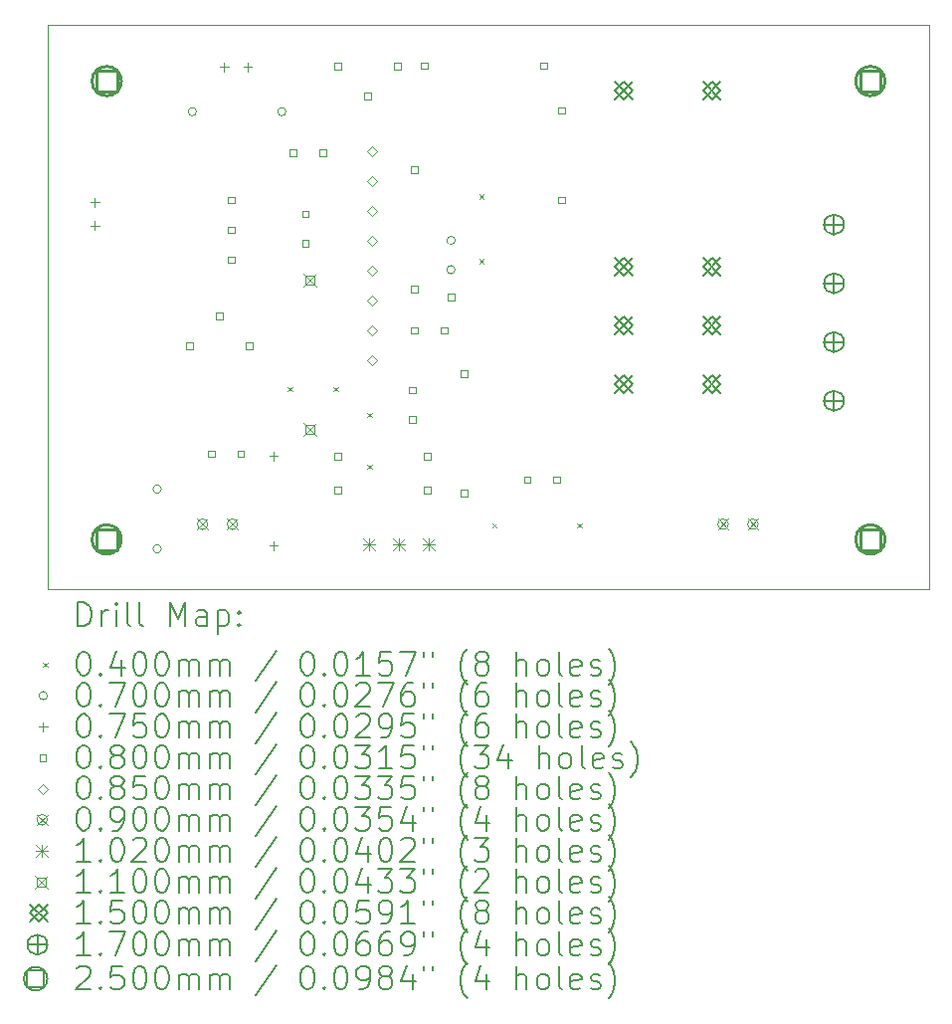
<source format=gbr>
%TF.GenerationSoftware,KiCad,Pcbnew,7.0.9*%
%TF.CreationDate,2023-11-29T12:49:09+01:00*%
%TF.ProjectId,Zabezpieczenie_UPC1237_2,5a616265-7a70-4696-9563-7a656e69655f,rev?*%
%TF.SameCoordinates,Original*%
%TF.FileFunction,Drillmap*%
%TF.FilePolarity,Positive*%
%FSLAX45Y45*%
G04 Gerber Fmt 4.5, Leading zero omitted, Abs format (unit mm)*
G04 Created by KiCad (PCBNEW 7.0.9) date 2023-11-29 12:49:09*
%MOMM*%
%LPD*%
G01*
G04 APERTURE LIST*
%ADD10C,0.100000*%
%ADD11C,0.200000*%
%ADD12C,0.102000*%
%ADD13C,0.110000*%
%ADD14C,0.150000*%
%ADD15C,0.170000*%
%ADD16C,0.250000*%
G04 APERTURE END LIST*
D10*
X11180000Y-7500000D02*
X18680000Y-7500000D01*
X18680000Y-12300000D01*
X11180000Y-12300000D01*
X11180000Y-7500000D01*
D11*
D10*
X13220000Y-10580000D02*
X13260000Y-10620000D01*
X13260000Y-10580000D02*
X13220000Y-10620000D01*
X13610000Y-10580000D02*
X13650000Y-10620000D01*
X13650000Y-10580000D02*
X13610000Y-10620000D01*
X13900000Y-10800000D02*
X13940000Y-10840000D01*
X13940000Y-10800000D02*
X13900000Y-10840000D01*
X13900000Y-11240000D02*
X13940000Y-11280000D01*
X13940000Y-11240000D02*
X13900000Y-11280000D01*
X14850000Y-8940000D02*
X14890000Y-8980000D01*
X14890000Y-8940000D02*
X14850000Y-8980000D01*
X14850000Y-9490000D02*
X14890000Y-9530000D01*
X14890000Y-9490000D02*
X14850000Y-9530000D01*
X14960000Y-11740000D02*
X15000000Y-11780000D01*
X15000000Y-11740000D02*
X14960000Y-11780000D01*
X15685000Y-11740000D02*
X15725000Y-11780000D01*
X15725000Y-11740000D02*
X15685000Y-11780000D01*
X12145000Y-11451000D02*
G75*
G03*
X12145000Y-11451000I-35000J0D01*
G01*
X12145000Y-11959000D02*
G75*
G03*
X12145000Y-11959000I-35000J0D01*
G01*
X12444000Y-8240000D02*
G75*
G03*
X12444000Y-8240000I-35000J0D01*
G01*
X13206000Y-8240000D02*
G75*
G03*
X13206000Y-8240000I-35000J0D01*
G01*
X14645000Y-9335000D02*
G75*
G03*
X14645000Y-9335000I-35000J0D01*
G01*
X14645000Y-9585000D02*
G75*
G03*
X14645000Y-9585000I-35000J0D01*
G01*
X11580000Y-8972500D02*
X11580000Y-9047500D01*
X11542500Y-9010000D02*
X11617500Y-9010000D01*
X11580000Y-9172500D02*
X11580000Y-9247500D01*
X11542500Y-9210000D02*
X11617500Y-9210000D01*
X12680000Y-7822500D02*
X12680000Y-7897500D01*
X12642500Y-7860000D02*
X12717500Y-7860000D01*
X12880000Y-7822500D02*
X12880000Y-7897500D01*
X12842500Y-7860000D02*
X12917500Y-7860000D01*
X13100000Y-11131000D02*
X13100000Y-11206000D01*
X13062500Y-11168500D02*
X13137500Y-11168500D01*
X13100000Y-11893000D02*
X13100000Y-11968000D01*
X13062500Y-11930500D02*
X13137500Y-11930500D01*
X12413284Y-10263285D02*
X12413284Y-10206716D01*
X12356715Y-10206716D01*
X12356715Y-10263285D01*
X12413284Y-10263285D01*
X12598796Y-11178285D02*
X12598796Y-11121716D01*
X12542227Y-11121716D01*
X12542227Y-11178285D01*
X12598796Y-11178285D01*
X12667284Y-10009285D02*
X12667284Y-9952716D01*
X12610715Y-9952716D01*
X12610715Y-10009285D01*
X12667284Y-10009285D01*
X12768284Y-9020285D02*
X12768284Y-8963716D01*
X12711715Y-8963716D01*
X12711715Y-9020285D01*
X12768284Y-9020285D01*
X12768284Y-9274285D02*
X12768284Y-9217716D01*
X12711715Y-9217716D01*
X12711715Y-9274285D01*
X12768284Y-9274285D01*
X12768284Y-9528285D02*
X12768284Y-9471716D01*
X12711715Y-9471716D01*
X12711715Y-9528285D01*
X12768284Y-9528285D01*
X12848796Y-11178285D02*
X12848796Y-11121716D01*
X12792227Y-11121716D01*
X12792227Y-11178285D01*
X12848796Y-11178285D01*
X12921284Y-10263285D02*
X12921284Y-10206716D01*
X12864715Y-10206716D01*
X12864715Y-10263285D01*
X12921284Y-10263285D01*
X13296522Y-8618285D02*
X13296522Y-8561716D01*
X13239953Y-8561716D01*
X13239953Y-8618285D01*
X13296522Y-8618285D01*
X13398284Y-9138796D02*
X13398284Y-9082227D01*
X13341715Y-9082227D01*
X13341715Y-9138796D01*
X13398284Y-9138796D01*
X13398284Y-9388796D02*
X13398284Y-9332227D01*
X13341715Y-9332227D01*
X13341715Y-9388796D01*
X13398284Y-9388796D01*
X13546522Y-8618285D02*
X13546522Y-8561716D01*
X13489953Y-8561716D01*
X13489953Y-8618285D01*
X13546522Y-8618285D01*
X13675284Y-7883284D02*
X13675284Y-7826715D01*
X13618715Y-7826715D01*
X13618715Y-7883284D01*
X13675284Y-7883284D01*
X13677284Y-11198284D02*
X13677284Y-11141716D01*
X13620715Y-11141716D01*
X13620715Y-11198284D01*
X13677284Y-11198284D01*
X13677284Y-11488284D02*
X13677284Y-11431715D01*
X13620715Y-11431715D01*
X13620715Y-11488284D01*
X13677284Y-11488284D01*
X13929284Y-8137284D02*
X13929284Y-8080715D01*
X13872715Y-8080715D01*
X13872715Y-8137284D01*
X13929284Y-8137284D01*
X14183284Y-7883284D02*
X14183284Y-7826715D01*
X14126715Y-7826715D01*
X14126715Y-7883284D01*
X14183284Y-7883284D01*
X14308284Y-10637773D02*
X14308284Y-10581204D01*
X14251715Y-10581204D01*
X14251715Y-10637773D01*
X14308284Y-10637773D01*
X14308284Y-10887773D02*
X14308284Y-10831204D01*
X14251715Y-10831204D01*
X14251715Y-10887773D01*
X14308284Y-10887773D01*
X14327773Y-10128285D02*
X14327773Y-10071716D01*
X14271204Y-10071716D01*
X14271204Y-10128285D01*
X14327773Y-10128285D01*
X14328284Y-8760285D02*
X14328284Y-8703716D01*
X14271715Y-8703716D01*
X14271715Y-8760285D01*
X14328284Y-8760285D01*
X14328284Y-9776285D02*
X14328284Y-9719716D01*
X14271715Y-9719716D01*
X14271715Y-9776285D01*
X14328284Y-9776285D01*
X14410284Y-7878284D02*
X14410284Y-7821715D01*
X14353715Y-7821715D01*
X14353715Y-7878284D01*
X14410284Y-7878284D01*
X14439284Y-11198284D02*
X14439284Y-11141716D01*
X14382715Y-11141716D01*
X14382715Y-11198284D01*
X14439284Y-11198284D01*
X14439284Y-11488284D02*
X14439284Y-11431715D01*
X14382715Y-11431715D01*
X14382715Y-11488284D01*
X14439284Y-11488284D01*
X14577773Y-10128285D02*
X14577773Y-10071716D01*
X14521204Y-10071716D01*
X14521204Y-10128285D01*
X14577773Y-10128285D01*
X14638284Y-9848285D02*
X14638284Y-9791716D01*
X14581715Y-9791716D01*
X14581715Y-9848285D01*
X14638284Y-9848285D01*
X14748284Y-10500285D02*
X14748284Y-10443716D01*
X14691715Y-10443716D01*
X14691715Y-10500285D01*
X14748284Y-10500285D01*
X14748284Y-11516284D02*
X14748284Y-11459715D01*
X14691715Y-11459715D01*
X14691715Y-11516284D01*
X14748284Y-11516284D01*
X15288284Y-11398284D02*
X15288284Y-11341715D01*
X15231715Y-11341715D01*
X15231715Y-11398284D01*
X15288284Y-11398284D01*
X15426284Y-7878284D02*
X15426284Y-7821715D01*
X15369715Y-7821715D01*
X15369715Y-7878284D01*
X15426284Y-7878284D01*
X15538284Y-11398284D02*
X15538284Y-11341715D01*
X15481715Y-11341715D01*
X15481715Y-11398284D01*
X15538284Y-11398284D01*
X15578284Y-8257284D02*
X15578284Y-8200715D01*
X15521715Y-8200715D01*
X15521715Y-8257284D01*
X15578284Y-8257284D01*
X15578284Y-9019285D02*
X15578284Y-8962716D01*
X15521715Y-8962716D01*
X15521715Y-9019285D01*
X15578284Y-9019285D01*
X13940000Y-8618500D02*
X13982500Y-8576000D01*
X13940000Y-8533500D01*
X13897500Y-8576000D01*
X13940000Y-8618500D01*
X13940000Y-8872500D02*
X13982500Y-8830000D01*
X13940000Y-8787500D01*
X13897500Y-8830000D01*
X13940000Y-8872500D01*
X13940000Y-9126500D02*
X13982500Y-9084000D01*
X13940000Y-9041500D01*
X13897500Y-9084000D01*
X13940000Y-9126500D01*
X13940000Y-9380500D02*
X13982500Y-9338000D01*
X13940000Y-9295500D01*
X13897500Y-9338000D01*
X13940000Y-9380500D01*
X13940000Y-9634500D02*
X13982500Y-9592000D01*
X13940000Y-9549500D01*
X13897500Y-9592000D01*
X13940000Y-9634500D01*
X13940000Y-9888500D02*
X13982500Y-9846000D01*
X13940000Y-9803500D01*
X13897500Y-9846000D01*
X13940000Y-9888500D01*
X13940000Y-10142500D02*
X13982500Y-10100000D01*
X13940000Y-10057500D01*
X13897500Y-10100000D01*
X13940000Y-10142500D01*
X13940000Y-10396500D02*
X13982500Y-10354000D01*
X13940000Y-10311500D01*
X13897500Y-10354000D01*
X13940000Y-10396500D01*
X12451000Y-11705000D02*
X12541000Y-11795000D01*
X12541000Y-11705000D02*
X12451000Y-11795000D01*
X12541000Y-11750000D02*
G75*
G03*
X12541000Y-11750000I-45000J0D01*
G01*
X12705000Y-11705000D02*
X12795000Y-11795000D01*
X12795000Y-11705000D02*
X12705000Y-11795000D01*
X12795000Y-11750000D02*
G75*
G03*
X12795000Y-11750000I-45000J0D01*
G01*
X16881000Y-11705000D02*
X16971000Y-11795000D01*
X16971000Y-11705000D02*
X16881000Y-11795000D01*
X16971000Y-11750000D02*
G75*
G03*
X16971000Y-11750000I-45000J0D01*
G01*
X17135000Y-11705000D02*
X17225000Y-11795000D01*
X17225000Y-11705000D02*
X17135000Y-11795000D01*
X17225000Y-11750000D02*
G75*
G03*
X17225000Y-11750000I-45000J0D01*
G01*
D12*
X13865000Y-11869000D02*
X13967000Y-11971000D01*
X13967000Y-11869000D02*
X13865000Y-11971000D01*
X13916000Y-11869000D02*
X13916000Y-11971000D01*
X13865000Y-11920000D02*
X13967000Y-11920000D01*
X14119000Y-11869000D02*
X14221000Y-11971000D01*
X14221000Y-11869000D02*
X14119000Y-11971000D01*
X14170000Y-11869000D02*
X14170000Y-11971000D01*
X14119000Y-11920000D02*
X14221000Y-11920000D01*
X14373000Y-11869000D02*
X14475000Y-11971000D01*
X14475000Y-11869000D02*
X14373000Y-11971000D01*
X14424000Y-11869000D02*
X14424000Y-11971000D01*
X14373000Y-11920000D02*
X14475000Y-11920000D01*
D13*
X13355000Y-9620000D02*
X13465000Y-9730000D01*
X13465000Y-9620000D02*
X13355000Y-9730000D01*
X13448891Y-9713891D02*
X13448891Y-9636109D01*
X13371109Y-9636109D01*
X13371109Y-9713891D01*
X13448891Y-9713891D01*
X13355000Y-10890000D02*
X13465000Y-11000000D01*
X13465000Y-10890000D02*
X13355000Y-11000000D01*
X13448891Y-10983891D02*
X13448891Y-10906109D01*
X13371109Y-10906109D01*
X13371109Y-10983891D01*
X13448891Y-10983891D01*
D14*
X16005000Y-7985000D02*
X16155000Y-8135000D01*
X16155000Y-7985000D02*
X16005000Y-8135000D01*
X16080000Y-8135000D02*
X16155000Y-8060000D01*
X16080000Y-7985000D01*
X16005000Y-8060000D01*
X16080000Y-8135000D01*
X16005000Y-9485000D02*
X16155000Y-9635000D01*
X16155000Y-9485000D02*
X16005000Y-9635000D01*
X16080000Y-9635000D02*
X16155000Y-9560000D01*
X16080000Y-9485000D01*
X16005000Y-9560000D01*
X16080000Y-9635000D01*
X16005000Y-9985000D02*
X16155000Y-10135000D01*
X16155000Y-9985000D02*
X16005000Y-10135000D01*
X16080000Y-10135000D02*
X16155000Y-10060000D01*
X16080000Y-9985000D01*
X16005000Y-10060000D01*
X16080000Y-10135000D01*
X16005000Y-10485000D02*
X16155000Y-10635000D01*
X16155000Y-10485000D02*
X16005000Y-10635000D01*
X16080000Y-10635000D02*
X16155000Y-10560000D01*
X16080000Y-10485000D01*
X16005000Y-10560000D01*
X16080000Y-10635000D01*
X16755000Y-7985000D02*
X16905000Y-8135000D01*
X16905000Y-7985000D02*
X16755000Y-8135000D01*
X16830000Y-8135000D02*
X16905000Y-8060000D01*
X16830000Y-7985000D01*
X16755000Y-8060000D01*
X16830000Y-8135000D01*
X16755000Y-9485000D02*
X16905000Y-9635000D01*
X16905000Y-9485000D02*
X16755000Y-9635000D01*
X16830000Y-9635000D02*
X16905000Y-9560000D01*
X16830000Y-9485000D01*
X16755000Y-9560000D01*
X16830000Y-9635000D01*
X16755000Y-9985000D02*
X16905000Y-10135000D01*
X16905000Y-9985000D02*
X16755000Y-10135000D01*
X16830000Y-10135000D02*
X16905000Y-10060000D01*
X16830000Y-9985000D01*
X16755000Y-10060000D01*
X16830000Y-10135000D01*
X16755000Y-10485000D02*
X16905000Y-10635000D01*
X16905000Y-10485000D02*
X16755000Y-10635000D01*
X16830000Y-10635000D02*
X16905000Y-10560000D01*
X16830000Y-10485000D01*
X16755000Y-10560000D01*
X16830000Y-10635000D01*
D15*
X17870000Y-9115000D02*
X17870000Y-9285000D01*
X17785000Y-9200000D02*
X17955000Y-9200000D01*
X17955000Y-9200000D02*
G75*
G03*
X17955000Y-9200000I-85000J0D01*
G01*
X17870000Y-9615000D02*
X17870000Y-9785000D01*
X17785000Y-9700000D02*
X17955000Y-9700000D01*
X17955000Y-9700000D02*
G75*
G03*
X17955000Y-9700000I-85000J0D01*
G01*
X17870000Y-10115000D02*
X17870000Y-10285000D01*
X17785000Y-10200000D02*
X17955000Y-10200000D01*
X17955000Y-10200000D02*
G75*
G03*
X17955000Y-10200000I-85000J0D01*
G01*
X17870000Y-10615000D02*
X17870000Y-10785000D01*
X17785000Y-10700000D02*
X17955000Y-10700000D01*
X17955000Y-10700000D02*
G75*
G03*
X17955000Y-10700000I-85000J0D01*
G01*
D16*
X11768389Y-8068389D02*
X11768389Y-7891611D01*
X11591611Y-7891611D01*
X11591611Y-8068389D01*
X11768389Y-8068389D01*
X11805000Y-7980000D02*
G75*
G03*
X11805000Y-7980000I-125000J0D01*
G01*
X11768389Y-11968389D02*
X11768389Y-11791611D01*
X11591611Y-11791611D01*
X11591611Y-11968389D01*
X11768389Y-11968389D01*
X11805000Y-11880000D02*
G75*
G03*
X11805000Y-11880000I-125000J0D01*
G01*
X18268389Y-8068389D02*
X18268389Y-7891611D01*
X18091611Y-7891611D01*
X18091611Y-8068389D01*
X18268389Y-8068389D01*
X18305000Y-7980000D02*
G75*
G03*
X18305000Y-7980000I-125000J0D01*
G01*
X18268389Y-11968389D02*
X18268389Y-11791611D01*
X18091611Y-11791611D01*
X18091611Y-11968389D01*
X18268389Y-11968389D01*
X18305000Y-11880000D02*
G75*
G03*
X18305000Y-11880000I-125000J0D01*
G01*
D11*
X11435777Y-12616484D02*
X11435777Y-12416484D01*
X11435777Y-12416484D02*
X11483396Y-12416484D01*
X11483396Y-12416484D02*
X11511967Y-12426008D01*
X11511967Y-12426008D02*
X11531015Y-12445055D01*
X11531015Y-12445055D02*
X11540539Y-12464103D01*
X11540539Y-12464103D02*
X11550062Y-12502198D01*
X11550062Y-12502198D02*
X11550062Y-12530769D01*
X11550062Y-12530769D02*
X11540539Y-12568865D01*
X11540539Y-12568865D02*
X11531015Y-12587912D01*
X11531015Y-12587912D02*
X11511967Y-12606960D01*
X11511967Y-12606960D02*
X11483396Y-12616484D01*
X11483396Y-12616484D02*
X11435777Y-12616484D01*
X11635777Y-12616484D02*
X11635777Y-12483150D01*
X11635777Y-12521246D02*
X11645301Y-12502198D01*
X11645301Y-12502198D02*
X11654824Y-12492674D01*
X11654824Y-12492674D02*
X11673872Y-12483150D01*
X11673872Y-12483150D02*
X11692920Y-12483150D01*
X11759586Y-12616484D02*
X11759586Y-12483150D01*
X11759586Y-12416484D02*
X11750062Y-12426008D01*
X11750062Y-12426008D02*
X11759586Y-12435531D01*
X11759586Y-12435531D02*
X11769110Y-12426008D01*
X11769110Y-12426008D02*
X11759586Y-12416484D01*
X11759586Y-12416484D02*
X11759586Y-12435531D01*
X11883396Y-12616484D02*
X11864348Y-12606960D01*
X11864348Y-12606960D02*
X11854824Y-12587912D01*
X11854824Y-12587912D02*
X11854824Y-12416484D01*
X11988158Y-12616484D02*
X11969110Y-12606960D01*
X11969110Y-12606960D02*
X11959586Y-12587912D01*
X11959586Y-12587912D02*
X11959586Y-12416484D01*
X12216729Y-12616484D02*
X12216729Y-12416484D01*
X12216729Y-12416484D02*
X12283396Y-12559341D01*
X12283396Y-12559341D02*
X12350062Y-12416484D01*
X12350062Y-12416484D02*
X12350062Y-12616484D01*
X12531015Y-12616484D02*
X12531015Y-12511722D01*
X12531015Y-12511722D02*
X12521491Y-12492674D01*
X12521491Y-12492674D02*
X12502443Y-12483150D01*
X12502443Y-12483150D02*
X12464348Y-12483150D01*
X12464348Y-12483150D02*
X12445301Y-12492674D01*
X12531015Y-12606960D02*
X12511967Y-12616484D01*
X12511967Y-12616484D02*
X12464348Y-12616484D01*
X12464348Y-12616484D02*
X12445301Y-12606960D01*
X12445301Y-12606960D02*
X12435777Y-12587912D01*
X12435777Y-12587912D02*
X12435777Y-12568865D01*
X12435777Y-12568865D02*
X12445301Y-12549817D01*
X12445301Y-12549817D02*
X12464348Y-12540293D01*
X12464348Y-12540293D02*
X12511967Y-12540293D01*
X12511967Y-12540293D02*
X12531015Y-12530769D01*
X12626253Y-12483150D02*
X12626253Y-12683150D01*
X12626253Y-12492674D02*
X12645301Y-12483150D01*
X12645301Y-12483150D02*
X12683396Y-12483150D01*
X12683396Y-12483150D02*
X12702443Y-12492674D01*
X12702443Y-12492674D02*
X12711967Y-12502198D01*
X12711967Y-12502198D02*
X12721491Y-12521246D01*
X12721491Y-12521246D02*
X12721491Y-12578388D01*
X12721491Y-12578388D02*
X12711967Y-12597436D01*
X12711967Y-12597436D02*
X12702443Y-12606960D01*
X12702443Y-12606960D02*
X12683396Y-12616484D01*
X12683396Y-12616484D02*
X12645301Y-12616484D01*
X12645301Y-12616484D02*
X12626253Y-12606960D01*
X12807205Y-12597436D02*
X12816729Y-12606960D01*
X12816729Y-12606960D02*
X12807205Y-12616484D01*
X12807205Y-12616484D02*
X12797682Y-12606960D01*
X12797682Y-12606960D02*
X12807205Y-12597436D01*
X12807205Y-12597436D02*
X12807205Y-12616484D01*
X12807205Y-12492674D02*
X12816729Y-12502198D01*
X12816729Y-12502198D02*
X12807205Y-12511722D01*
X12807205Y-12511722D02*
X12797682Y-12502198D01*
X12797682Y-12502198D02*
X12807205Y-12492674D01*
X12807205Y-12492674D02*
X12807205Y-12511722D01*
D10*
X11135000Y-12925000D02*
X11175000Y-12965000D01*
X11175000Y-12925000D02*
X11135000Y-12965000D01*
D11*
X11473872Y-12836484D02*
X11492920Y-12836484D01*
X11492920Y-12836484D02*
X11511967Y-12846008D01*
X11511967Y-12846008D02*
X11521491Y-12855531D01*
X11521491Y-12855531D02*
X11531015Y-12874579D01*
X11531015Y-12874579D02*
X11540539Y-12912674D01*
X11540539Y-12912674D02*
X11540539Y-12960293D01*
X11540539Y-12960293D02*
X11531015Y-12998388D01*
X11531015Y-12998388D02*
X11521491Y-13017436D01*
X11521491Y-13017436D02*
X11511967Y-13026960D01*
X11511967Y-13026960D02*
X11492920Y-13036484D01*
X11492920Y-13036484D02*
X11473872Y-13036484D01*
X11473872Y-13036484D02*
X11454824Y-13026960D01*
X11454824Y-13026960D02*
X11445301Y-13017436D01*
X11445301Y-13017436D02*
X11435777Y-12998388D01*
X11435777Y-12998388D02*
X11426253Y-12960293D01*
X11426253Y-12960293D02*
X11426253Y-12912674D01*
X11426253Y-12912674D02*
X11435777Y-12874579D01*
X11435777Y-12874579D02*
X11445301Y-12855531D01*
X11445301Y-12855531D02*
X11454824Y-12846008D01*
X11454824Y-12846008D02*
X11473872Y-12836484D01*
X11626253Y-13017436D02*
X11635777Y-13026960D01*
X11635777Y-13026960D02*
X11626253Y-13036484D01*
X11626253Y-13036484D02*
X11616729Y-13026960D01*
X11616729Y-13026960D02*
X11626253Y-13017436D01*
X11626253Y-13017436D02*
X11626253Y-13036484D01*
X11807205Y-12903150D02*
X11807205Y-13036484D01*
X11759586Y-12826960D02*
X11711967Y-12969817D01*
X11711967Y-12969817D02*
X11835777Y-12969817D01*
X11950062Y-12836484D02*
X11969110Y-12836484D01*
X11969110Y-12836484D02*
X11988158Y-12846008D01*
X11988158Y-12846008D02*
X11997682Y-12855531D01*
X11997682Y-12855531D02*
X12007205Y-12874579D01*
X12007205Y-12874579D02*
X12016729Y-12912674D01*
X12016729Y-12912674D02*
X12016729Y-12960293D01*
X12016729Y-12960293D02*
X12007205Y-12998388D01*
X12007205Y-12998388D02*
X11997682Y-13017436D01*
X11997682Y-13017436D02*
X11988158Y-13026960D01*
X11988158Y-13026960D02*
X11969110Y-13036484D01*
X11969110Y-13036484D02*
X11950062Y-13036484D01*
X11950062Y-13036484D02*
X11931015Y-13026960D01*
X11931015Y-13026960D02*
X11921491Y-13017436D01*
X11921491Y-13017436D02*
X11911967Y-12998388D01*
X11911967Y-12998388D02*
X11902443Y-12960293D01*
X11902443Y-12960293D02*
X11902443Y-12912674D01*
X11902443Y-12912674D02*
X11911967Y-12874579D01*
X11911967Y-12874579D02*
X11921491Y-12855531D01*
X11921491Y-12855531D02*
X11931015Y-12846008D01*
X11931015Y-12846008D02*
X11950062Y-12836484D01*
X12140539Y-12836484D02*
X12159586Y-12836484D01*
X12159586Y-12836484D02*
X12178634Y-12846008D01*
X12178634Y-12846008D02*
X12188158Y-12855531D01*
X12188158Y-12855531D02*
X12197682Y-12874579D01*
X12197682Y-12874579D02*
X12207205Y-12912674D01*
X12207205Y-12912674D02*
X12207205Y-12960293D01*
X12207205Y-12960293D02*
X12197682Y-12998388D01*
X12197682Y-12998388D02*
X12188158Y-13017436D01*
X12188158Y-13017436D02*
X12178634Y-13026960D01*
X12178634Y-13026960D02*
X12159586Y-13036484D01*
X12159586Y-13036484D02*
X12140539Y-13036484D01*
X12140539Y-13036484D02*
X12121491Y-13026960D01*
X12121491Y-13026960D02*
X12111967Y-13017436D01*
X12111967Y-13017436D02*
X12102443Y-12998388D01*
X12102443Y-12998388D02*
X12092920Y-12960293D01*
X12092920Y-12960293D02*
X12092920Y-12912674D01*
X12092920Y-12912674D02*
X12102443Y-12874579D01*
X12102443Y-12874579D02*
X12111967Y-12855531D01*
X12111967Y-12855531D02*
X12121491Y-12846008D01*
X12121491Y-12846008D02*
X12140539Y-12836484D01*
X12292920Y-13036484D02*
X12292920Y-12903150D01*
X12292920Y-12922198D02*
X12302443Y-12912674D01*
X12302443Y-12912674D02*
X12321491Y-12903150D01*
X12321491Y-12903150D02*
X12350063Y-12903150D01*
X12350063Y-12903150D02*
X12369110Y-12912674D01*
X12369110Y-12912674D02*
X12378634Y-12931722D01*
X12378634Y-12931722D02*
X12378634Y-13036484D01*
X12378634Y-12931722D02*
X12388158Y-12912674D01*
X12388158Y-12912674D02*
X12407205Y-12903150D01*
X12407205Y-12903150D02*
X12435777Y-12903150D01*
X12435777Y-12903150D02*
X12454824Y-12912674D01*
X12454824Y-12912674D02*
X12464348Y-12931722D01*
X12464348Y-12931722D02*
X12464348Y-13036484D01*
X12559586Y-13036484D02*
X12559586Y-12903150D01*
X12559586Y-12922198D02*
X12569110Y-12912674D01*
X12569110Y-12912674D02*
X12588158Y-12903150D01*
X12588158Y-12903150D02*
X12616729Y-12903150D01*
X12616729Y-12903150D02*
X12635777Y-12912674D01*
X12635777Y-12912674D02*
X12645301Y-12931722D01*
X12645301Y-12931722D02*
X12645301Y-13036484D01*
X12645301Y-12931722D02*
X12654824Y-12912674D01*
X12654824Y-12912674D02*
X12673872Y-12903150D01*
X12673872Y-12903150D02*
X12702443Y-12903150D01*
X12702443Y-12903150D02*
X12721491Y-12912674D01*
X12721491Y-12912674D02*
X12731015Y-12931722D01*
X12731015Y-12931722D02*
X12731015Y-13036484D01*
X13121491Y-12826960D02*
X12950063Y-13084103D01*
X13378634Y-12836484D02*
X13397682Y-12836484D01*
X13397682Y-12836484D02*
X13416729Y-12846008D01*
X13416729Y-12846008D02*
X13426253Y-12855531D01*
X13426253Y-12855531D02*
X13435777Y-12874579D01*
X13435777Y-12874579D02*
X13445301Y-12912674D01*
X13445301Y-12912674D02*
X13445301Y-12960293D01*
X13445301Y-12960293D02*
X13435777Y-12998388D01*
X13435777Y-12998388D02*
X13426253Y-13017436D01*
X13426253Y-13017436D02*
X13416729Y-13026960D01*
X13416729Y-13026960D02*
X13397682Y-13036484D01*
X13397682Y-13036484D02*
X13378634Y-13036484D01*
X13378634Y-13036484D02*
X13359586Y-13026960D01*
X13359586Y-13026960D02*
X13350063Y-13017436D01*
X13350063Y-13017436D02*
X13340539Y-12998388D01*
X13340539Y-12998388D02*
X13331015Y-12960293D01*
X13331015Y-12960293D02*
X13331015Y-12912674D01*
X13331015Y-12912674D02*
X13340539Y-12874579D01*
X13340539Y-12874579D02*
X13350063Y-12855531D01*
X13350063Y-12855531D02*
X13359586Y-12846008D01*
X13359586Y-12846008D02*
X13378634Y-12836484D01*
X13531015Y-13017436D02*
X13540539Y-13026960D01*
X13540539Y-13026960D02*
X13531015Y-13036484D01*
X13531015Y-13036484D02*
X13521491Y-13026960D01*
X13521491Y-13026960D02*
X13531015Y-13017436D01*
X13531015Y-13017436D02*
X13531015Y-13036484D01*
X13664348Y-12836484D02*
X13683396Y-12836484D01*
X13683396Y-12836484D02*
X13702444Y-12846008D01*
X13702444Y-12846008D02*
X13711967Y-12855531D01*
X13711967Y-12855531D02*
X13721491Y-12874579D01*
X13721491Y-12874579D02*
X13731015Y-12912674D01*
X13731015Y-12912674D02*
X13731015Y-12960293D01*
X13731015Y-12960293D02*
X13721491Y-12998388D01*
X13721491Y-12998388D02*
X13711967Y-13017436D01*
X13711967Y-13017436D02*
X13702444Y-13026960D01*
X13702444Y-13026960D02*
X13683396Y-13036484D01*
X13683396Y-13036484D02*
X13664348Y-13036484D01*
X13664348Y-13036484D02*
X13645301Y-13026960D01*
X13645301Y-13026960D02*
X13635777Y-13017436D01*
X13635777Y-13017436D02*
X13626253Y-12998388D01*
X13626253Y-12998388D02*
X13616729Y-12960293D01*
X13616729Y-12960293D02*
X13616729Y-12912674D01*
X13616729Y-12912674D02*
X13626253Y-12874579D01*
X13626253Y-12874579D02*
X13635777Y-12855531D01*
X13635777Y-12855531D02*
X13645301Y-12846008D01*
X13645301Y-12846008D02*
X13664348Y-12836484D01*
X13921491Y-13036484D02*
X13807206Y-13036484D01*
X13864348Y-13036484D02*
X13864348Y-12836484D01*
X13864348Y-12836484D02*
X13845301Y-12865055D01*
X13845301Y-12865055D02*
X13826253Y-12884103D01*
X13826253Y-12884103D02*
X13807206Y-12893627D01*
X14102444Y-12836484D02*
X14007206Y-12836484D01*
X14007206Y-12836484D02*
X13997682Y-12931722D01*
X13997682Y-12931722D02*
X14007206Y-12922198D01*
X14007206Y-12922198D02*
X14026253Y-12912674D01*
X14026253Y-12912674D02*
X14073872Y-12912674D01*
X14073872Y-12912674D02*
X14092920Y-12922198D01*
X14092920Y-12922198D02*
X14102444Y-12931722D01*
X14102444Y-12931722D02*
X14111967Y-12950769D01*
X14111967Y-12950769D02*
X14111967Y-12998388D01*
X14111967Y-12998388D02*
X14102444Y-13017436D01*
X14102444Y-13017436D02*
X14092920Y-13026960D01*
X14092920Y-13026960D02*
X14073872Y-13036484D01*
X14073872Y-13036484D02*
X14026253Y-13036484D01*
X14026253Y-13036484D02*
X14007206Y-13026960D01*
X14007206Y-13026960D02*
X13997682Y-13017436D01*
X14178634Y-12836484D02*
X14311967Y-12836484D01*
X14311967Y-12836484D02*
X14226253Y-13036484D01*
X14378634Y-12836484D02*
X14378634Y-12874579D01*
X14454825Y-12836484D02*
X14454825Y-12874579D01*
X14750063Y-13112674D02*
X14740539Y-13103150D01*
X14740539Y-13103150D02*
X14721491Y-13074579D01*
X14721491Y-13074579D02*
X14711968Y-13055531D01*
X14711968Y-13055531D02*
X14702444Y-13026960D01*
X14702444Y-13026960D02*
X14692920Y-12979341D01*
X14692920Y-12979341D02*
X14692920Y-12941246D01*
X14692920Y-12941246D02*
X14702444Y-12893627D01*
X14702444Y-12893627D02*
X14711968Y-12865055D01*
X14711968Y-12865055D02*
X14721491Y-12846008D01*
X14721491Y-12846008D02*
X14740539Y-12817436D01*
X14740539Y-12817436D02*
X14750063Y-12807912D01*
X14854825Y-12922198D02*
X14835777Y-12912674D01*
X14835777Y-12912674D02*
X14826253Y-12903150D01*
X14826253Y-12903150D02*
X14816729Y-12884103D01*
X14816729Y-12884103D02*
X14816729Y-12874579D01*
X14816729Y-12874579D02*
X14826253Y-12855531D01*
X14826253Y-12855531D02*
X14835777Y-12846008D01*
X14835777Y-12846008D02*
X14854825Y-12836484D01*
X14854825Y-12836484D02*
X14892920Y-12836484D01*
X14892920Y-12836484D02*
X14911968Y-12846008D01*
X14911968Y-12846008D02*
X14921491Y-12855531D01*
X14921491Y-12855531D02*
X14931015Y-12874579D01*
X14931015Y-12874579D02*
X14931015Y-12884103D01*
X14931015Y-12884103D02*
X14921491Y-12903150D01*
X14921491Y-12903150D02*
X14911968Y-12912674D01*
X14911968Y-12912674D02*
X14892920Y-12922198D01*
X14892920Y-12922198D02*
X14854825Y-12922198D01*
X14854825Y-12922198D02*
X14835777Y-12931722D01*
X14835777Y-12931722D02*
X14826253Y-12941246D01*
X14826253Y-12941246D02*
X14816729Y-12960293D01*
X14816729Y-12960293D02*
X14816729Y-12998388D01*
X14816729Y-12998388D02*
X14826253Y-13017436D01*
X14826253Y-13017436D02*
X14835777Y-13026960D01*
X14835777Y-13026960D02*
X14854825Y-13036484D01*
X14854825Y-13036484D02*
X14892920Y-13036484D01*
X14892920Y-13036484D02*
X14911968Y-13026960D01*
X14911968Y-13026960D02*
X14921491Y-13017436D01*
X14921491Y-13017436D02*
X14931015Y-12998388D01*
X14931015Y-12998388D02*
X14931015Y-12960293D01*
X14931015Y-12960293D02*
X14921491Y-12941246D01*
X14921491Y-12941246D02*
X14911968Y-12931722D01*
X14911968Y-12931722D02*
X14892920Y-12922198D01*
X15169110Y-13036484D02*
X15169110Y-12836484D01*
X15254825Y-13036484D02*
X15254825Y-12931722D01*
X15254825Y-12931722D02*
X15245301Y-12912674D01*
X15245301Y-12912674D02*
X15226253Y-12903150D01*
X15226253Y-12903150D02*
X15197682Y-12903150D01*
X15197682Y-12903150D02*
X15178634Y-12912674D01*
X15178634Y-12912674D02*
X15169110Y-12922198D01*
X15378634Y-13036484D02*
X15359587Y-13026960D01*
X15359587Y-13026960D02*
X15350063Y-13017436D01*
X15350063Y-13017436D02*
X15340539Y-12998388D01*
X15340539Y-12998388D02*
X15340539Y-12941246D01*
X15340539Y-12941246D02*
X15350063Y-12922198D01*
X15350063Y-12922198D02*
X15359587Y-12912674D01*
X15359587Y-12912674D02*
X15378634Y-12903150D01*
X15378634Y-12903150D02*
X15407206Y-12903150D01*
X15407206Y-12903150D02*
X15426253Y-12912674D01*
X15426253Y-12912674D02*
X15435777Y-12922198D01*
X15435777Y-12922198D02*
X15445301Y-12941246D01*
X15445301Y-12941246D02*
X15445301Y-12998388D01*
X15445301Y-12998388D02*
X15435777Y-13017436D01*
X15435777Y-13017436D02*
X15426253Y-13026960D01*
X15426253Y-13026960D02*
X15407206Y-13036484D01*
X15407206Y-13036484D02*
X15378634Y-13036484D01*
X15559587Y-13036484D02*
X15540539Y-13026960D01*
X15540539Y-13026960D02*
X15531015Y-13007912D01*
X15531015Y-13007912D02*
X15531015Y-12836484D01*
X15711968Y-13026960D02*
X15692920Y-13036484D01*
X15692920Y-13036484D02*
X15654825Y-13036484D01*
X15654825Y-13036484D02*
X15635777Y-13026960D01*
X15635777Y-13026960D02*
X15626253Y-13007912D01*
X15626253Y-13007912D02*
X15626253Y-12931722D01*
X15626253Y-12931722D02*
X15635777Y-12912674D01*
X15635777Y-12912674D02*
X15654825Y-12903150D01*
X15654825Y-12903150D02*
X15692920Y-12903150D01*
X15692920Y-12903150D02*
X15711968Y-12912674D01*
X15711968Y-12912674D02*
X15721491Y-12931722D01*
X15721491Y-12931722D02*
X15721491Y-12950769D01*
X15721491Y-12950769D02*
X15626253Y-12969817D01*
X15797682Y-13026960D02*
X15816730Y-13036484D01*
X15816730Y-13036484D02*
X15854825Y-13036484D01*
X15854825Y-13036484D02*
X15873872Y-13026960D01*
X15873872Y-13026960D02*
X15883396Y-13007912D01*
X15883396Y-13007912D02*
X15883396Y-12998388D01*
X15883396Y-12998388D02*
X15873872Y-12979341D01*
X15873872Y-12979341D02*
X15854825Y-12969817D01*
X15854825Y-12969817D02*
X15826253Y-12969817D01*
X15826253Y-12969817D02*
X15807206Y-12960293D01*
X15807206Y-12960293D02*
X15797682Y-12941246D01*
X15797682Y-12941246D02*
X15797682Y-12931722D01*
X15797682Y-12931722D02*
X15807206Y-12912674D01*
X15807206Y-12912674D02*
X15826253Y-12903150D01*
X15826253Y-12903150D02*
X15854825Y-12903150D01*
X15854825Y-12903150D02*
X15873872Y-12912674D01*
X15950063Y-13112674D02*
X15959587Y-13103150D01*
X15959587Y-13103150D02*
X15978634Y-13074579D01*
X15978634Y-13074579D02*
X15988158Y-13055531D01*
X15988158Y-13055531D02*
X15997682Y-13026960D01*
X15997682Y-13026960D02*
X16007206Y-12979341D01*
X16007206Y-12979341D02*
X16007206Y-12941246D01*
X16007206Y-12941246D02*
X15997682Y-12893627D01*
X15997682Y-12893627D02*
X15988158Y-12865055D01*
X15988158Y-12865055D02*
X15978634Y-12846008D01*
X15978634Y-12846008D02*
X15959587Y-12817436D01*
X15959587Y-12817436D02*
X15950063Y-12807912D01*
D10*
X11175000Y-13209000D02*
G75*
G03*
X11175000Y-13209000I-35000J0D01*
G01*
D11*
X11473872Y-13100484D02*
X11492920Y-13100484D01*
X11492920Y-13100484D02*
X11511967Y-13110008D01*
X11511967Y-13110008D02*
X11521491Y-13119531D01*
X11521491Y-13119531D02*
X11531015Y-13138579D01*
X11531015Y-13138579D02*
X11540539Y-13176674D01*
X11540539Y-13176674D02*
X11540539Y-13224293D01*
X11540539Y-13224293D02*
X11531015Y-13262388D01*
X11531015Y-13262388D02*
X11521491Y-13281436D01*
X11521491Y-13281436D02*
X11511967Y-13290960D01*
X11511967Y-13290960D02*
X11492920Y-13300484D01*
X11492920Y-13300484D02*
X11473872Y-13300484D01*
X11473872Y-13300484D02*
X11454824Y-13290960D01*
X11454824Y-13290960D02*
X11445301Y-13281436D01*
X11445301Y-13281436D02*
X11435777Y-13262388D01*
X11435777Y-13262388D02*
X11426253Y-13224293D01*
X11426253Y-13224293D02*
X11426253Y-13176674D01*
X11426253Y-13176674D02*
X11435777Y-13138579D01*
X11435777Y-13138579D02*
X11445301Y-13119531D01*
X11445301Y-13119531D02*
X11454824Y-13110008D01*
X11454824Y-13110008D02*
X11473872Y-13100484D01*
X11626253Y-13281436D02*
X11635777Y-13290960D01*
X11635777Y-13290960D02*
X11626253Y-13300484D01*
X11626253Y-13300484D02*
X11616729Y-13290960D01*
X11616729Y-13290960D02*
X11626253Y-13281436D01*
X11626253Y-13281436D02*
X11626253Y-13300484D01*
X11702443Y-13100484D02*
X11835777Y-13100484D01*
X11835777Y-13100484D02*
X11750062Y-13300484D01*
X11950062Y-13100484D02*
X11969110Y-13100484D01*
X11969110Y-13100484D02*
X11988158Y-13110008D01*
X11988158Y-13110008D02*
X11997682Y-13119531D01*
X11997682Y-13119531D02*
X12007205Y-13138579D01*
X12007205Y-13138579D02*
X12016729Y-13176674D01*
X12016729Y-13176674D02*
X12016729Y-13224293D01*
X12016729Y-13224293D02*
X12007205Y-13262388D01*
X12007205Y-13262388D02*
X11997682Y-13281436D01*
X11997682Y-13281436D02*
X11988158Y-13290960D01*
X11988158Y-13290960D02*
X11969110Y-13300484D01*
X11969110Y-13300484D02*
X11950062Y-13300484D01*
X11950062Y-13300484D02*
X11931015Y-13290960D01*
X11931015Y-13290960D02*
X11921491Y-13281436D01*
X11921491Y-13281436D02*
X11911967Y-13262388D01*
X11911967Y-13262388D02*
X11902443Y-13224293D01*
X11902443Y-13224293D02*
X11902443Y-13176674D01*
X11902443Y-13176674D02*
X11911967Y-13138579D01*
X11911967Y-13138579D02*
X11921491Y-13119531D01*
X11921491Y-13119531D02*
X11931015Y-13110008D01*
X11931015Y-13110008D02*
X11950062Y-13100484D01*
X12140539Y-13100484D02*
X12159586Y-13100484D01*
X12159586Y-13100484D02*
X12178634Y-13110008D01*
X12178634Y-13110008D02*
X12188158Y-13119531D01*
X12188158Y-13119531D02*
X12197682Y-13138579D01*
X12197682Y-13138579D02*
X12207205Y-13176674D01*
X12207205Y-13176674D02*
X12207205Y-13224293D01*
X12207205Y-13224293D02*
X12197682Y-13262388D01*
X12197682Y-13262388D02*
X12188158Y-13281436D01*
X12188158Y-13281436D02*
X12178634Y-13290960D01*
X12178634Y-13290960D02*
X12159586Y-13300484D01*
X12159586Y-13300484D02*
X12140539Y-13300484D01*
X12140539Y-13300484D02*
X12121491Y-13290960D01*
X12121491Y-13290960D02*
X12111967Y-13281436D01*
X12111967Y-13281436D02*
X12102443Y-13262388D01*
X12102443Y-13262388D02*
X12092920Y-13224293D01*
X12092920Y-13224293D02*
X12092920Y-13176674D01*
X12092920Y-13176674D02*
X12102443Y-13138579D01*
X12102443Y-13138579D02*
X12111967Y-13119531D01*
X12111967Y-13119531D02*
X12121491Y-13110008D01*
X12121491Y-13110008D02*
X12140539Y-13100484D01*
X12292920Y-13300484D02*
X12292920Y-13167150D01*
X12292920Y-13186198D02*
X12302443Y-13176674D01*
X12302443Y-13176674D02*
X12321491Y-13167150D01*
X12321491Y-13167150D02*
X12350063Y-13167150D01*
X12350063Y-13167150D02*
X12369110Y-13176674D01*
X12369110Y-13176674D02*
X12378634Y-13195722D01*
X12378634Y-13195722D02*
X12378634Y-13300484D01*
X12378634Y-13195722D02*
X12388158Y-13176674D01*
X12388158Y-13176674D02*
X12407205Y-13167150D01*
X12407205Y-13167150D02*
X12435777Y-13167150D01*
X12435777Y-13167150D02*
X12454824Y-13176674D01*
X12454824Y-13176674D02*
X12464348Y-13195722D01*
X12464348Y-13195722D02*
X12464348Y-13300484D01*
X12559586Y-13300484D02*
X12559586Y-13167150D01*
X12559586Y-13186198D02*
X12569110Y-13176674D01*
X12569110Y-13176674D02*
X12588158Y-13167150D01*
X12588158Y-13167150D02*
X12616729Y-13167150D01*
X12616729Y-13167150D02*
X12635777Y-13176674D01*
X12635777Y-13176674D02*
X12645301Y-13195722D01*
X12645301Y-13195722D02*
X12645301Y-13300484D01*
X12645301Y-13195722D02*
X12654824Y-13176674D01*
X12654824Y-13176674D02*
X12673872Y-13167150D01*
X12673872Y-13167150D02*
X12702443Y-13167150D01*
X12702443Y-13167150D02*
X12721491Y-13176674D01*
X12721491Y-13176674D02*
X12731015Y-13195722D01*
X12731015Y-13195722D02*
X12731015Y-13300484D01*
X13121491Y-13090960D02*
X12950063Y-13348103D01*
X13378634Y-13100484D02*
X13397682Y-13100484D01*
X13397682Y-13100484D02*
X13416729Y-13110008D01*
X13416729Y-13110008D02*
X13426253Y-13119531D01*
X13426253Y-13119531D02*
X13435777Y-13138579D01*
X13435777Y-13138579D02*
X13445301Y-13176674D01*
X13445301Y-13176674D02*
X13445301Y-13224293D01*
X13445301Y-13224293D02*
X13435777Y-13262388D01*
X13435777Y-13262388D02*
X13426253Y-13281436D01*
X13426253Y-13281436D02*
X13416729Y-13290960D01*
X13416729Y-13290960D02*
X13397682Y-13300484D01*
X13397682Y-13300484D02*
X13378634Y-13300484D01*
X13378634Y-13300484D02*
X13359586Y-13290960D01*
X13359586Y-13290960D02*
X13350063Y-13281436D01*
X13350063Y-13281436D02*
X13340539Y-13262388D01*
X13340539Y-13262388D02*
X13331015Y-13224293D01*
X13331015Y-13224293D02*
X13331015Y-13176674D01*
X13331015Y-13176674D02*
X13340539Y-13138579D01*
X13340539Y-13138579D02*
X13350063Y-13119531D01*
X13350063Y-13119531D02*
X13359586Y-13110008D01*
X13359586Y-13110008D02*
X13378634Y-13100484D01*
X13531015Y-13281436D02*
X13540539Y-13290960D01*
X13540539Y-13290960D02*
X13531015Y-13300484D01*
X13531015Y-13300484D02*
X13521491Y-13290960D01*
X13521491Y-13290960D02*
X13531015Y-13281436D01*
X13531015Y-13281436D02*
X13531015Y-13300484D01*
X13664348Y-13100484D02*
X13683396Y-13100484D01*
X13683396Y-13100484D02*
X13702444Y-13110008D01*
X13702444Y-13110008D02*
X13711967Y-13119531D01*
X13711967Y-13119531D02*
X13721491Y-13138579D01*
X13721491Y-13138579D02*
X13731015Y-13176674D01*
X13731015Y-13176674D02*
X13731015Y-13224293D01*
X13731015Y-13224293D02*
X13721491Y-13262388D01*
X13721491Y-13262388D02*
X13711967Y-13281436D01*
X13711967Y-13281436D02*
X13702444Y-13290960D01*
X13702444Y-13290960D02*
X13683396Y-13300484D01*
X13683396Y-13300484D02*
X13664348Y-13300484D01*
X13664348Y-13300484D02*
X13645301Y-13290960D01*
X13645301Y-13290960D02*
X13635777Y-13281436D01*
X13635777Y-13281436D02*
X13626253Y-13262388D01*
X13626253Y-13262388D02*
X13616729Y-13224293D01*
X13616729Y-13224293D02*
X13616729Y-13176674D01*
X13616729Y-13176674D02*
X13626253Y-13138579D01*
X13626253Y-13138579D02*
X13635777Y-13119531D01*
X13635777Y-13119531D02*
X13645301Y-13110008D01*
X13645301Y-13110008D02*
X13664348Y-13100484D01*
X13807206Y-13119531D02*
X13816729Y-13110008D01*
X13816729Y-13110008D02*
X13835777Y-13100484D01*
X13835777Y-13100484D02*
X13883396Y-13100484D01*
X13883396Y-13100484D02*
X13902444Y-13110008D01*
X13902444Y-13110008D02*
X13911967Y-13119531D01*
X13911967Y-13119531D02*
X13921491Y-13138579D01*
X13921491Y-13138579D02*
X13921491Y-13157627D01*
X13921491Y-13157627D02*
X13911967Y-13186198D01*
X13911967Y-13186198D02*
X13797682Y-13300484D01*
X13797682Y-13300484D02*
X13921491Y-13300484D01*
X13988158Y-13100484D02*
X14121491Y-13100484D01*
X14121491Y-13100484D02*
X14035777Y-13300484D01*
X14283396Y-13100484D02*
X14245301Y-13100484D01*
X14245301Y-13100484D02*
X14226253Y-13110008D01*
X14226253Y-13110008D02*
X14216729Y-13119531D01*
X14216729Y-13119531D02*
X14197682Y-13148103D01*
X14197682Y-13148103D02*
X14188158Y-13186198D01*
X14188158Y-13186198D02*
X14188158Y-13262388D01*
X14188158Y-13262388D02*
X14197682Y-13281436D01*
X14197682Y-13281436D02*
X14207206Y-13290960D01*
X14207206Y-13290960D02*
X14226253Y-13300484D01*
X14226253Y-13300484D02*
X14264348Y-13300484D01*
X14264348Y-13300484D02*
X14283396Y-13290960D01*
X14283396Y-13290960D02*
X14292920Y-13281436D01*
X14292920Y-13281436D02*
X14302444Y-13262388D01*
X14302444Y-13262388D02*
X14302444Y-13214769D01*
X14302444Y-13214769D02*
X14292920Y-13195722D01*
X14292920Y-13195722D02*
X14283396Y-13186198D01*
X14283396Y-13186198D02*
X14264348Y-13176674D01*
X14264348Y-13176674D02*
X14226253Y-13176674D01*
X14226253Y-13176674D02*
X14207206Y-13186198D01*
X14207206Y-13186198D02*
X14197682Y-13195722D01*
X14197682Y-13195722D02*
X14188158Y-13214769D01*
X14378634Y-13100484D02*
X14378634Y-13138579D01*
X14454825Y-13100484D02*
X14454825Y-13138579D01*
X14750063Y-13376674D02*
X14740539Y-13367150D01*
X14740539Y-13367150D02*
X14721491Y-13338579D01*
X14721491Y-13338579D02*
X14711968Y-13319531D01*
X14711968Y-13319531D02*
X14702444Y-13290960D01*
X14702444Y-13290960D02*
X14692920Y-13243341D01*
X14692920Y-13243341D02*
X14692920Y-13205246D01*
X14692920Y-13205246D02*
X14702444Y-13157627D01*
X14702444Y-13157627D02*
X14711968Y-13129055D01*
X14711968Y-13129055D02*
X14721491Y-13110008D01*
X14721491Y-13110008D02*
X14740539Y-13081436D01*
X14740539Y-13081436D02*
X14750063Y-13071912D01*
X14911968Y-13100484D02*
X14873872Y-13100484D01*
X14873872Y-13100484D02*
X14854825Y-13110008D01*
X14854825Y-13110008D02*
X14845301Y-13119531D01*
X14845301Y-13119531D02*
X14826253Y-13148103D01*
X14826253Y-13148103D02*
X14816729Y-13186198D01*
X14816729Y-13186198D02*
X14816729Y-13262388D01*
X14816729Y-13262388D02*
X14826253Y-13281436D01*
X14826253Y-13281436D02*
X14835777Y-13290960D01*
X14835777Y-13290960D02*
X14854825Y-13300484D01*
X14854825Y-13300484D02*
X14892920Y-13300484D01*
X14892920Y-13300484D02*
X14911968Y-13290960D01*
X14911968Y-13290960D02*
X14921491Y-13281436D01*
X14921491Y-13281436D02*
X14931015Y-13262388D01*
X14931015Y-13262388D02*
X14931015Y-13214769D01*
X14931015Y-13214769D02*
X14921491Y-13195722D01*
X14921491Y-13195722D02*
X14911968Y-13186198D01*
X14911968Y-13186198D02*
X14892920Y-13176674D01*
X14892920Y-13176674D02*
X14854825Y-13176674D01*
X14854825Y-13176674D02*
X14835777Y-13186198D01*
X14835777Y-13186198D02*
X14826253Y-13195722D01*
X14826253Y-13195722D02*
X14816729Y-13214769D01*
X15169110Y-13300484D02*
X15169110Y-13100484D01*
X15254825Y-13300484D02*
X15254825Y-13195722D01*
X15254825Y-13195722D02*
X15245301Y-13176674D01*
X15245301Y-13176674D02*
X15226253Y-13167150D01*
X15226253Y-13167150D02*
X15197682Y-13167150D01*
X15197682Y-13167150D02*
X15178634Y-13176674D01*
X15178634Y-13176674D02*
X15169110Y-13186198D01*
X15378634Y-13300484D02*
X15359587Y-13290960D01*
X15359587Y-13290960D02*
X15350063Y-13281436D01*
X15350063Y-13281436D02*
X15340539Y-13262388D01*
X15340539Y-13262388D02*
X15340539Y-13205246D01*
X15340539Y-13205246D02*
X15350063Y-13186198D01*
X15350063Y-13186198D02*
X15359587Y-13176674D01*
X15359587Y-13176674D02*
X15378634Y-13167150D01*
X15378634Y-13167150D02*
X15407206Y-13167150D01*
X15407206Y-13167150D02*
X15426253Y-13176674D01*
X15426253Y-13176674D02*
X15435777Y-13186198D01*
X15435777Y-13186198D02*
X15445301Y-13205246D01*
X15445301Y-13205246D02*
X15445301Y-13262388D01*
X15445301Y-13262388D02*
X15435777Y-13281436D01*
X15435777Y-13281436D02*
X15426253Y-13290960D01*
X15426253Y-13290960D02*
X15407206Y-13300484D01*
X15407206Y-13300484D02*
X15378634Y-13300484D01*
X15559587Y-13300484D02*
X15540539Y-13290960D01*
X15540539Y-13290960D02*
X15531015Y-13271912D01*
X15531015Y-13271912D02*
X15531015Y-13100484D01*
X15711968Y-13290960D02*
X15692920Y-13300484D01*
X15692920Y-13300484D02*
X15654825Y-13300484D01*
X15654825Y-13300484D02*
X15635777Y-13290960D01*
X15635777Y-13290960D02*
X15626253Y-13271912D01*
X15626253Y-13271912D02*
X15626253Y-13195722D01*
X15626253Y-13195722D02*
X15635777Y-13176674D01*
X15635777Y-13176674D02*
X15654825Y-13167150D01*
X15654825Y-13167150D02*
X15692920Y-13167150D01*
X15692920Y-13167150D02*
X15711968Y-13176674D01*
X15711968Y-13176674D02*
X15721491Y-13195722D01*
X15721491Y-13195722D02*
X15721491Y-13214769D01*
X15721491Y-13214769D02*
X15626253Y-13233817D01*
X15797682Y-13290960D02*
X15816730Y-13300484D01*
X15816730Y-13300484D02*
X15854825Y-13300484D01*
X15854825Y-13300484D02*
X15873872Y-13290960D01*
X15873872Y-13290960D02*
X15883396Y-13271912D01*
X15883396Y-13271912D02*
X15883396Y-13262388D01*
X15883396Y-13262388D02*
X15873872Y-13243341D01*
X15873872Y-13243341D02*
X15854825Y-13233817D01*
X15854825Y-13233817D02*
X15826253Y-13233817D01*
X15826253Y-13233817D02*
X15807206Y-13224293D01*
X15807206Y-13224293D02*
X15797682Y-13205246D01*
X15797682Y-13205246D02*
X15797682Y-13195722D01*
X15797682Y-13195722D02*
X15807206Y-13176674D01*
X15807206Y-13176674D02*
X15826253Y-13167150D01*
X15826253Y-13167150D02*
X15854825Y-13167150D01*
X15854825Y-13167150D02*
X15873872Y-13176674D01*
X15950063Y-13376674D02*
X15959587Y-13367150D01*
X15959587Y-13367150D02*
X15978634Y-13338579D01*
X15978634Y-13338579D02*
X15988158Y-13319531D01*
X15988158Y-13319531D02*
X15997682Y-13290960D01*
X15997682Y-13290960D02*
X16007206Y-13243341D01*
X16007206Y-13243341D02*
X16007206Y-13205246D01*
X16007206Y-13205246D02*
X15997682Y-13157627D01*
X15997682Y-13157627D02*
X15988158Y-13129055D01*
X15988158Y-13129055D02*
X15978634Y-13110008D01*
X15978634Y-13110008D02*
X15959587Y-13081436D01*
X15959587Y-13081436D02*
X15950063Y-13071912D01*
D10*
X11137500Y-13435500D02*
X11137500Y-13510500D01*
X11100000Y-13473000D02*
X11175000Y-13473000D01*
D11*
X11473872Y-13364484D02*
X11492920Y-13364484D01*
X11492920Y-13364484D02*
X11511967Y-13374008D01*
X11511967Y-13374008D02*
X11521491Y-13383531D01*
X11521491Y-13383531D02*
X11531015Y-13402579D01*
X11531015Y-13402579D02*
X11540539Y-13440674D01*
X11540539Y-13440674D02*
X11540539Y-13488293D01*
X11540539Y-13488293D02*
X11531015Y-13526388D01*
X11531015Y-13526388D02*
X11521491Y-13545436D01*
X11521491Y-13545436D02*
X11511967Y-13554960D01*
X11511967Y-13554960D02*
X11492920Y-13564484D01*
X11492920Y-13564484D02*
X11473872Y-13564484D01*
X11473872Y-13564484D02*
X11454824Y-13554960D01*
X11454824Y-13554960D02*
X11445301Y-13545436D01*
X11445301Y-13545436D02*
X11435777Y-13526388D01*
X11435777Y-13526388D02*
X11426253Y-13488293D01*
X11426253Y-13488293D02*
X11426253Y-13440674D01*
X11426253Y-13440674D02*
X11435777Y-13402579D01*
X11435777Y-13402579D02*
X11445301Y-13383531D01*
X11445301Y-13383531D02*
X11454824Y-13374008D01*
X11454824Y-13374008D02*
X11473872Y-13364484D01*
X11626253Y-13545436D02*
X11635777Y-13554960D01*
X11635777Y-13554960D02*
X11626253Y-13564484D01*
X11626253Y-13564484D02*
X11616729Y-13554960D01*
X11616729Y-13554960D02*
X11626253Y-13545436D01*
X11626253Y-13545436D02*
X11626253Y-13564484D01*
X11702443Y-13364484D02*
X11835777Y-13364484D01*
X11835777Y-13364484D02*
X11750062Y-13564484D01*
X12007205Y-13364484D02*
X11911967Y-13364484D01*
X11911967Y-13364484D02*
X11902443Y-13459722D01*
X11902443Y-13459722D02*
X11911967Y-13450198D01*
X11911967Y-13450198D02*
X11931015Y-13440674D01*
X11931015Y-13440674D02*
X11978634Y-13440674D01*
X11978634Y-13440674D02*
X11997682Y-13450198D01*
X11997682Y-13450198D02*
X12007205Y-13459722D01*
X12007205Y-13459722D02*
X12016729Y-13478769D01*
X12016729Y-13478769D02*
X12016729Y-13526388D01*
X12016729Y-13526388D02*
X12007205Y-13545436D01*
X12007205Y-13545436D02*
X11997682Y-13554960D01*
X11997682Y-13554960D02*
X11978634Y-13564484D01*
X11978634Y-13564484D02*
X11931015Y-13564484D01*
X11931015Y-13564484D02*
X11911967Y-13554960D01*
X11911967Y-13554960D02*
X11902443Y-13545436D01*
X12140539Y-13364484D02*
X12159586Y-13364484D01*
X12159586Y-13364484D02*
X12178634Y-13374008D01*
X12178634Y-13374008D02*
X12188158Y-13383531D01*
X12188158Y-13383531D02*
X12197682Y-13402579D01*
X12197682Y-13402579D02*
X12207205Y-13440674D01*
X12207205Y-13440674D02*
X12207205Y-13488293D01*
X12207205Y-13488293D02*
X12197682Y-13526388D01*
X12197682Y-13526388D02*
X12188158Y-13545436D01*
X12188158Y-13545436D02*
X12178634Y-13554960D01*
X12178634Y-13554960D02*
X12159586Y-13564484D01*
X12159586Y-13564484D02*
X12140539Y-13564484D01*
X12140539Y-13564484D02*
X12121491Y-13554960D01*
X12121491Y-13554960D02*
X12111967Y-13545436D01*
X12111967Y-13545436D02*
X12102443Y-13526388D01*
X12102443Y-13526388D02*
X12092920Y-13488293D01*
X12092920Y-13488293D02*
X12092920Y-13440674D01*
X12092920Y-13440674D02*
X12102443Y-13402579D01*
X12102443Y-13402579D02*
X12111967Y-13383531D01*
X12111967Y-13383531D02*
X12121491Y-13374008D01*
X12121491Y-13374008D02*
X12140539Y-13364484D01*
X12292920Y-13564484D02*
X12292920Y-13431150D01*
X12292920Y-13450198D02*
X12302443Y-13440674D01*
X12302443Y-13440674D02*
X12321491Y-13431150D01*
X12321491Y-13431150D02*
X12350063Y-13431150D01*
X12350063Y-13431150D02*
X12369110Y-13440674D01*
X12369110Y-13440674D02*
X12378634Y-13459722D01*
X12378634Y-13459722D02*
X12378634Y-13564484D01*
X12378634Y-13459722D02*
X12388158Y-13440674D01*
X12388158Y-13440674D02*
X12407205Y-13431150D01*
X12407205Y-13431150D02*
X12435777Y-13431150D01*
X12435777Y-13431150D02*
X12454824Y-13440674D01*
X12454824Y-13440674D02*
X12464348Y-13459722D01*
X12464348Y-13459722D02*
X12464348Y-13564484D01*
X12559586Y-13564484D02*
X12559586Y-13431150D01*
X12559586Y-13450198D02*
X12569110Y-13440674D01*
X12569110Y-13440674D02*
X12588158Y-13431150D01*
X12588158Y-13431150D02*
X12616729Y-13431150D01*
X12616729Y-13431150D02*
X12635777Y-13440674D01*
X12635777Y-13440674D02*
X12645301Y-13459722D01*
X12645301Y-13459722D02*
X12645301Y-13564484D01*
X12645301Y-13459722D02*
X12654824Y-13440674D01*
X12654824Y-13440674D02*
X12673872Y-13431150D01*
X12673872Y-13431150D02*
X12702443Y-13431150D01*
X12702443Y-13431150D02*
X12721491Y-13440674D01*
X12721491Y-13440674D02*
X12731015Y-13459722D01*
X12731015Y-13459722D02*
X12731015Y-13564484D01*
X13121491Y-13354960D02*
X12950063Y-13612103D01*
X13378634Y-13364484D02*
X13397682Y-13364484D01*
X13397682Y-13364484D02*
X13416729Y-13374008D01*
X13416729Y-13374008D02*
X13426253Y-13383531D01*
X13426253Y-13383531D02*
X13435777Y-13402579D01*
X13435777Y-13402579D02*
X13445301Y-13440674D01*
X13445301Y-13440674D02*
X13445301Y-13488293D01*
X13445301Y-13488293D02*
X13435777Y-13526388D01*
X13435777Y-13526388D02*
X13426253Y-13545436D01*
X13426253Y-13545436D02*
X13416729Y-13554960D01*
X13416729Y-13554960D02*
X13397682Y-13564484D01*
X13397682Y-13564484D02*
X13378634Y-13564484D01*
X13378634Y-13564484D02*
X13359586Y-13554960D01*
X13359586Y-13554960D02*
X13350063Y-13545436D01*
X13350063Y-13545436D02*
X13340539Y-13526388D01*
X13340539Y-13526388D02*
X13331015Y-13488293D01*
X13331015Y-13488293D02*
X13331015Y-13440674D01*
X13331015Y-13440674D02*
X13340539Y-13402579D01*
X13340539Y-13402579D02*
X13350063Y-13383531D01*
X13350063Y-13383531D02*
X13359586Y-13374008D01*
X13359586Y-13374008D02*
X13378634Y-13364484D01*
X13531015Y-13545436D02*
X13540539Y-13554960D01*
X13540539Y-13554960D02*
X13531015Y-13564484D01*
X13531015Y-13564484D02*
X13521491Y-13554960D01*
X13521491Y-13554960D02*
X13531015Y-13545436D01*
X13531015Y-13545436D02*
X13531015Y-13564484D01*
X13664348Y-13364484D02*
X13683396Y-13364484D01*
X13683396Y-13364484D02*
X13702444Y-13374008D01*
X13702444Y-13374008D02*
X13711967Y-13383531D01*
X13711967Y-13383531D02*
X13721491Y-13402579D01*
X13721491Y-13402579D02*
X13731015Y-13440674D01*
X13731015Y-13440674D02*
X13731015Y-13488293D01*
X13731015Y-13488293D02*
X13721491Y-13526388D01*
X13721491Y-13526388D02*
X13711967Y-13545436D01*
X13711967Y-13545436D02*
X13702444Y-13554960D01*
X13702444Y-13554960D02*
X13683396Y-13564484D01*
X13683396Y-13564484D02*
X13664348Y-13564484D01*
X13664348Y-13564484D02*
X13645301Y-13554960D01*
X13645301Y-13554960D02*
X13635777Y-13545436D01*
X13635777Y-13545436D02*
X13626253Y-13526388D01*
X13626253Y-13526388D02*
X13616729Y-13488293D01*
X13616729Y-13488293D02*
X13616729Y-13440674D01*
X13616729Y-13440674D02*
X13626253Y-13402579D01*
X13626253Y-13402579D02*
X13635777Y-13383531D01*
X13635777Y-13383531D02*
X13645301Y-13374008D01*
X13645301Y-13374008D02*
X13664348Y-13364484D01*
X13807206Y-13383531D02*
X13816729Y-13374008D01*
X13816729Y-13374008D02*
X13835777Y-13364484D01*
X13835777Y-13364484D02*
X13883396Y-13364484D01*
X13883396Y-13364484D02*
X13902444Y-13374008D01*
X13902444Y-13374008D02*
X13911967Y-13383531D01*
X13911967Y-13383531D02*
X13921491Y-13402579D01*
X13921491Y-13402579D02*
X13921491Y-13421627D01*
X13921491Y-13421627D02*
X13911967Y-13450198D01*
X13911967Y-13450198D02*
X13797682Y-13564484D01*
X13797682Y-13564484D02*
X13921491Y-13564484D01*
X14016729Y-13564484D02*
X14054825Y-13564484D01*
X14054825Y-13564484D02*
X14073872Y-13554960D01*
X14073872Y-13554960D02*
X14083396Y-13545436D01*
X14083396Y-13545436D02*
X14102444Y-13516865D01*
X14102444Y-13516865D02*
X14111967Y-13478769D01*
X14111967Y-13478769D02*
X14111967Y-13402579D01*
X14111967Y-13402579D02*
X14102444Y-13383531D01*
X14102444Y-13383531D02*
X14092920Y-13374008D01*
X14092920Y-13374008D02*
X14073872Y-13364484D01*
X14073872Y-13364484D02*
X14035777Y-13364484D01*
X14035777Y-13364484D02*
X14016729Y-13374008D01*
X14016729Y-13374008D02*
X14007206Y-13383531D01*
X14007206Y-13383531D02*
X13997682Y-13402579D01*
X13997682Y-13402579D02*
X13997682Y-13450198D01*
X13997682Y-13450198D02*
X14007206Y-13469246D01*
X14007206Y-13469246D02*
X14016729Y-13478769D01*
X14016729Y-13478769D02*
X14035777Y-13488293D01*
X14035777Y-13488293D02*
X14073872Y-13488293D01*
X14073872Y-13488293D02*
X14092920Y-13478769D01*
X14092920Y-13478769D02*
X14102444Y-13469246D01*
X14102444Y-13469246D02*
X14111967Y-13450198D01*
X14292920Y-13364484D02*
X14197682Y-13364484D01*
X14197682Y-13364484D02*
X14188158Y-13459722D01*
X14188158Y-13459722D02*
X14197682Y-13450198D01*
X14197682Y-13450198D02*
X14216729Y-13440674D01*
X14216729Y-13440674D02*
X14264348Y-13440674D01*
X14264348Y-13440674D02*
X14283396Y-13450198D01*
X14283396Y-13450198D02*
X14292920Y-13459722D01*
X14292920Y-13459722D02*
X14302444Y-13478769D01*
X14302444Y-13478769D02*
X14302444Y-13526388D01*
X14302444Y-13526388D02*
X14292920Y-13545436D01*
X14292920Y-13545436D02*
X14283396Y-13554960D01*
X14283396Y-13554960D02*
X14264348Y-13564484D01*
X14264348Y-13564484D02*
X14216729Y-13564484D01*
X14216729Y-13564484D02*
X14197682Y-13554960D01*
X14197682Y-13554960D02*
X14188158Y-13545436D01*
X14378634Y-13364484D02*
X14378634Y-13402579D01*
X14454825Y-13364484D02*
X14454825Y-13402579D01*
X14750063Y-13640674D02*
X14740539Y-13631150D01*
X14740539Y-13631150D02*
X14721491Y-13602579D01*
X14721491Y-13602579D02*
X14711968Y-13583531D01*
X14711968Y-13583531D02*
X14702444Y-13554960D01*
X14702444Y-13554960D02*
X14692920Y-13507341D01*
X14692920Y-13507341D02*
X14692920Y-13469246D01*
X14692920Y-13469246D02*
X14702444Y-13421627D01*
X14702444Y-13421627D02*
X14711968Y-13393055D01*
X14711968Y-13393055D02*
X14721491Y-13374008D01*
X14721491Y-13374008D02*
X14740539Y-13345436D01*
X14740539Y-13345436D02*
X14750063Y-13335912D01*
X14911968Y-13364484D02*
X14873872Y-13364484D01*
X14873872Y-13364484D02*
X14854825Y-13374008D01*
X14854825Y-13374008D02*
X14845301Y-13383531D01*
X14845301Y-13383531D02*
X14826253Y-13412103D01*
X14826253Y-13412103D02*
X14816729Y-13450198D01*
X14816729Y-13450198D02*
X14816729Y-13526388D01*
X14816729Y-13526388D02*
X14826253Y-13545436D01*
X14826253Y-13545436D02*
X14835777Y-13554960D01*
X14835777Y-13554960D02*
X14854825Y-13564484D01*
X14854825Y-13564484D02*
X14892920Y-13564484D01*
X14892920Y-13564484D02*
X14911968Y-13554960D01*
X14911968Y-13554960D02*
X14921491Y-13545436D01*
X14921491Y-13545436D02*
X14931015Y-13526388D01*
X14931015Y-13526388D02*
X14931015Y-13478769D01*
X14931015Y-13478769D02*
X14921491Y-13459722D01*
X14921491Y-13459722D02*
X14911968Y-13450198D01*
X14911968Y-13450198D02*
X14892920Y-13440674D01*
X14892920Y-13440674D02*
X14854825Y-13440674D01*
X14854825Y-13440674D02*
X14835777Y-13450198D01*
X14835777Y-13450198D02*
X14826253Y-13459722D01*
X14826253Y-13459722D02*
X14816729Y-13478769D01*
X15169110Y-13564484D02*
X15169110Y-13364484D01*
X15254825Y-13564484D02*
X15254825Y-13459722D01*
X15254825Y-13459722D02*
X15245301Y-13440674D01*
X15245301Y-13440674D02*
X15226253Y-13431150D01*
X15226253Y-13431150D02*
X15197682Y-13431150D01*
X15197682Y-13431150D02*
X15178634Y-13440674D01*
X15178634Y-13440674D02*
X15169110Y-13450198D01*
X15378634Y-13564484D02*
X15359587Y-13554960D01*
X15359587Y-13554960D02*
X15350063Y-13545436D01*
X15350063Y-13545436D02*
X15340539Y-13526388D01*
X15340539Y-13526388D02*
X15340539Y-13469246D01*
X15340539Y-13469246D02*
X15350063Y-13450198D01*
X15350063Y-13450198D02*
X15359587Y-13440674D01*
X15359587Y-13440674D02*
X15378634Y-13431150D01*
X15378634Y-13431150D02*
X15407206Y-13431150D01*
X15407206Y-13431150D02*
X15426253Y-13440674D01*
X15426253Y-13440674D02*
X15435777Y-13450198D01*
X15435777Y-13450198D02*
X15445301Y-13469246D01*
X15445301Y-13469246D02*
X15445301Y-13526388D01*
X15445301Y-13526388D02*
X15435777Y-13545436D01*
X15435777Y-13545436D02*
X15426253Y-13554960D01*
X15426253Y-13554960D02*
X15407206Y-13564484D01*
X15407206Y-13564484D02*
X15378634Y-13564484D01*
X15559587Y-13564484D02*
X15540539Y-13554960D01*
X15540539Y-13554960D02*
X15531015Y-13535912D01*
X15531015Y-13535912D02*
X15531015Y-13364484D01*
X15711968Y-13554960D02*
X15692920Y-13564484D01*
X15692920Y-13564484D02*
X15654825Y-13564484D01*
X15654825Y-13564484D02*
X15635777Y-13554960D01*
X15635777Y-13554960D02*
X15626253Y-13535912D01*
X15626253Y-13535912D02*
X15626253Y-13459722D01*
X15626253Y-13459722D02*
X15635777Y-13440674D01*
X15635777Y-13440674D02*
X15654825Y-13431150D01*
X15654825Y-13431150D02*
X15692920Y-13431150D01*
X15692920Y-13431150D02*
X15711968Y-13440674D01*
X15711968Y-13440674D02*
X15721491Y-13459722D01*
X15721491Y-13459722D02*
X15721491Y-13478769D01*
X15721491Y-13478769D02*
X15626253Y-13497817D01*
X15797682Y-13554960D02*
X15816730Y-13564484D01*
X15816730Y-13564484D02*
X15854825Y-13564484D01*
X15854825Y-13564484D02*
X15873872Y-13554960D01*
X15873872Y-13554960D02*
X15883396Y-13535912D01*
X15883396Y-13535912D02*
X15883396Y-13526388D01*
X15883396Y-13526388D02*
X15873872Y-13507341D01*
X15873872Y-13507341D02*
X15854825Y-13497817D01*
X15854825Y-13497817D02*
X15826253Y-13497817D01*
X15826253Y-13497817D02*
X15807206Y-13488293D01*
X15807206Y-13488293D02*
X15797682Y-13469246D01*
X15797682Y-13469246D02*
X15797682Y-13459722D01*
X15797682Y-13459722D02*
X15807206Y-13440674D01*
X15807206Y-13440674D02*
X15826253Y-13431150D01*
X15826253Y-13431150D02*
X15854825Y-13431150D01*
X15854825Y-13431150D02*
X15873872Y-13440674D01*
X15950063Y-13640674D02*
X15959587Y-13631150D01*
X15959587Y-13631150D02*
X15978634Y-13602579D01*
X15978634Y-13602579D02*
X15988158Y-13583531D01*
X15988158Y-13583531D02*
X15997682Y-13554960D01*
X15997682Y-13554960D02*
X16007206Y-13507341D01*
X16007206Y-13507341D02*
X16007206Y-13469246D01*
X16007206Y-13469246D02*
X15997682Y-13421627D01*
X15997682Y-13421627D02*
X15988158Y-13393055D01*
X15988158Y-13393055D02*
X15978634Y-13374008D01*
X15978634Y-13374008D02*
X15959587Y-13345436D01*
X15959587Y-13345436D02*
X15950063Y-13335912D01*
D10*
X11163285Y-13765284D02*
X11163285Y-13708715D01*
X11106716Y-13708715D01*
X11106716Y-13765284D01*
X11163285Y-13765284D01*
D11*
X11473872Y-13628484D02*
X11492920Y-13628484D01*
X11492920Y-13628484D02*
X11511967Y-13638008D01*
X11511967Y-13638008D02*
X11521491Y-13647531D01*
X11521491Y-13647531D02*
X11531015Y-13666579D01*
X11531015Y-13666579D02*
X11540539Y-13704674D01*
X11540539Y-13704674D02*
X11540539Y-13752293D01*
X11540539Y-13752293D02*
X11531015Y-13790388D01*
X11531015Y-13790388D02*
X11521491Y-13809436D01*
X11521491Y-13809436D02*
X11511967Y-13818960D01*
X11511967Y-13818960D02*
X11492920Y-13828484D01*
X11492920Y-13828484D02*
X11473872Y-13828484D01*
X11473872Y-13828484D02*
X11454824Y-13818960D01*
X11454824Y-13818960D02*
X11445301Y-13809436D01*
X11445301Y-13809436D02*
X11435777Y-13790388D01*
X11435777Y-13790388D02*
X11426253Y-13752293D01*
X11426253Y-13752293D02*
X11426253Y-13704674D01*
X11426253Y-13704674D02*
X11435777Y-13666579D01*
X11435777Y-13666579D02*
X11445301Y-13647531D01*
X11445301Y-13647531D02*
X11454824Y-13638008D01*
X11454824Y-13638008D02*
X11473872Y-13628484D01*
X11626253Y-13809436D02*
X11635777Y-13818960D01*
X11635777Y-13818960D02*
X11626253Y-13828484D01*
X11626253Y-13828484D02*
X11616729Y-13818960D01*
X11616729Y-13818960D02*
X11626253Y-13809436D01*
X11626253Y-13809436D02*
X11626253Y-13828484D01*
X11750062Y-13714198D02*
X11731015Y-13704674D01*
X11731015Y-13704674D02*
X11721491Y-13695150D01*
X11721491Y-13695150D02*
X11711967Y-13676103D01*
X11711967Y-13676103D02*
X11711967Y-13666579D01*
X11711967Y-13666579D02*
X11721491Y-13647531D01*
X11721491Y-13647531D02*
X11731015Y-13638008D01*
X11731015Y-13638008D02*
X11750062Y-13628484D01*
X11750062Y-13628484D02*
X11788158Y-13628484D01*
X11788158Y-13628484D02*
X11807205Y-13638008D01*
X11807205Y-13638008D02*
X11816729Y-13647531D01*
X11816729Y-13647531D02*
X11826253Y-13666579D01*
X11826253Y-13666579D02*
X11826253Y-13676103D01*
X11826253Y-13676103D02*
X11816729Y-13695150D01*
X11816729Y-13695150D02*
X11807205Y-13704674D01*
X11807205Y-13704674D02*
X11788158Y-13714198D01*
X11788158Y-13714198D02*
X11750062Y-13714198D01*
X11750062Y-13714198D02*
X11731015Y-13723722D01*
X11731015Y-13723722D02*
X11721491Y-13733246D01*
X11721491Y-13733246D02*
X11711967Y-13752293D01*
X11711967Y-13752293D02*
X11711967Y-13790388D01*
X11711967Y-13790388D02*
X11721491Y-13809436D01*
X11721491Y-13809436D02*
X11731015Y-13818960D01*
X11731015Y-13818960D02*
X11750062Y-13828484D01*
X11750062Y-13828484D02*
X11788158Y-13828484D01*
X11788158Y-13828484D02*
X11807205Y-13818960D01*
X11807205Y-13818960D02*
X11816729Y-13809436D01*
X11816729Y-13809436D02*
X11826253Y-13790388D01*
X11826253Y-13790388D02*
X11826253Y-13752293D01*
X11826253Y-13752293D02*
X11816729Y-13733246D01*
X11816729Y-13733246D02*
X11807205Y-13723722D01*
X11807205Y-13723722D02*
X11788158Y-13714198D01*
X11950062Y-13628484D02*
X11969110Y-13628484D01*
X11969110Y-13628484D02*
X11988158Y-13638008D01*
X11988158Y-13638008D02*
X11997682Y-13647531D01*
X11997682Y-13647531D02*
X12007205Y-13666579D01*
X12007205Y-13666579D02*
X12016729Y-13704674D01*
X12016729Y-13704674D02*
X12016729Y-13752293D01*
X12016729Y-13752293D02*
X12007205Y-13790388D01*
X12007205Y-13790388D02*
X11997682Y-13809436D01*
X11997682Y-13809436D02*
X11988158Y-13818960D01*
X11988158Y-13818960D02*
X11969110Y-13828484D01*
X11969110Y-13828484D02*
X11950062Y-13828484D01*
X11950062Y-13828484D02*
X11931015Y-13818960D01*
X11931015Y-13818960D02*
X11921491Y-13809436D01*
X11921491Y-13809436D02*
X11911967Y-13790388D01*
X11911967Y-13790388D02*
X11902443Y-13752293D01*
X11902443Y-13752293D02*
X11902443Y-13704674D01*
X11902443Y-13704674D02*
X11911967Y-13666579D01*
X11911967Y-13666579D02*
X11921491Y-13647531D01*
X11921491Y-13647531D02*
X11931015Y-13638008D01*
X11931015Y-13638008D02*
X11950062Y-13628484D01*
X12140539Y-13628484D02*
X12159586Y-13628484D01*
X12159586Y-13628484D02*
X12178634Y-13638008D01*
X12178634Y-13638008D02*
X12188158Y-13647531D01*
X12188158Y-13647531D02*
X12197682Y-13666579D01*
X12197682Y-13666579D02*
X12207205Y-13704674D01*
X12207205Y-13704674D02*
X12207205Y-13752293D01*
X12207205Y-13752293D02*
X12197682Y-13790388D01*
X12197682Y-13790388D02*
X12188158Y-13809436D01*
X12188158Y-13809436D02*
X12178634Y-13818960D01*
X12178634Y-13818960D02*
X12159586Y-13828484D01*
X12159586Y-13828484D02*
X12140539Y-13828484D01*
X12140539Y-13828484D02*
X12121491Y-13818960D01*
X12121491Y-13818960D02*
X12111967Y-13809436D01*
X12111967Y-13809436D02*
X12102443Y-13790388D01*
X12102443Y-13790388D02*
X12092920Y-13752293D01*
X12092920Y-13752293D02*
X12092920Y-13704674D01*
X12092920Y-13704674D02*
X12102443Y-13666579D01*
X12102443Y-13666579D02*
X12111967Y-13647531D01*
X12111967Y-13647531D02*
X12121491Y-13638008D01*
X12121491Y-13638008D02*
X12140539Y-13628484D01*
X12292920Y-13828484D02*
X12292920Y-13695150D01*
X12292920Y-13714198D02*
X12302443Y-13704674D01*
X12302443Y-13704674D02*
X12321491Y-13695150D01*
X12321491Y-13695150D02*
X12350063Y-13695150D01*
X12350063Y-13695150D02*
X12369110Y-13704674D01*
X12369110Y-13704674D02*
X12378634Y-13723722D01*
X12378634Y-13723722D02*
X12378634Y-13828484D01*
X12378634Y-13723722D02*
X12388158Y-13704674D01*
X12388158Y-13704674D02*
X12407205Y-13695150D01*
X12407205Y-13695150D02*
X12435777Y-13695150D01*
X12435777Y-13695150D02*
X12454824Y-13704674D01*
X12454824Y-13704674D02*
X12464348Y-13723722D01*
X12464348Y-13723722D02*
X12464348Y-13828484D01*
X12559586Y-13828484D02*
X12559586Y-13695150D01*
X12559586Y-13714198D02*
X12569110Y-13704674D01*
X12569110Y-13704674D02*
X12588158Y-13695150D01*
X12588158Y-13695150D02*
X12616729Y-13695150D01*
X12616729Y-13695150D02*
X12635777Y-13704674D01*
X12635777Y-13704674D02*
X12645301Y-13723722D01*
X12645301Y-13723722D02*
X12645301Y-13828484D01*
X12645301Y-13723722D02*
X12654824Y-13704674D01*
X12654824Y-13704674D02*
X12673872Y-13695150D01*
X12673872Y-13695150D02*
X12702443Y-13695150D01*
X12702443Y-13695150D02*
X12721491Y-13704674D01*
X12721491Y-13704674D02*
X12731015Y-13723722D01*
X12731015Y-13723722D02*
X12731015Y-13828484D01*
X13121491Y-13618960D02*
X12950063Y-13876103D01*
X13378634Y-13628484D02*
X13397682Y-13628484D01*
X13397682Y-13628484D02*
X13416729Y-13638008D01*
X13416729Y-13638008D02*
X13426253Y-13647531D01*
X13426253Y-13647531D02*
X13435777Y-13666579D01*
X13435777Y-13666579D02*
X13445301Y-13704674D01*
X13445301Y-13704674D02*
X13445301Y-13752293D01*
X13445301Y-13752293D02*
X13435777Y-13790388D01*
X13435777Y-13790388D02*
X13426253Y-13809436D01*
X13426253Y-13809436D02*
X13416729Y-13818960D01*
X13416729Y-13818960D02*
X13397682Y-13828484D01*
X13397682Y-13828484D02*
X13378634Y-13828484D01*
X13378634Y-13828484D02*
X13359586Y-13818960D01*
X13359586Y-13818960D02*
X13350063Y-13809436D01*
X13350063Y-13809436D02*
X13340539Y-13790388D01*
X13340539Y-13790388D02*
X13331015Y-13752293D01*
X13331015Y-13752293D02*
X13331015Y-13704674D01*
X13331015Y-13704674D02*
X13340539Y-13666579D01*
X13340539Y-13666579D02*
X13350063Y-13647531D01*
X13350063Y-13647531D02*
X13359586Y-13638008D01*
X13359586Y-13638008D02*
X13378634Y-13628484D01*
X13531015Y-13809436D02*
X13540539Y-13818960D01*
X13540539Y-13818960D02*
X13531015Y-13828484D01*
X13531015Y-13828484D02*
X13521491Y-13818960D01*
X13521491Y-13818960D02*
X13531015Y-13809436D01*
X13531015Y-13809436D02*
X13531015Y-13828484D01*
X13664348Y-13628484D02*
X13683396Y-13628484D01*
X13683396Y-13628484D02*
X13702444Y-13638008D01*
X13702444Y-13638008D02*
X13711967Y-13647531D01*
X13711967Y-13647531D02*
X13721491Y-13666579D01*
X13721491Y-13666579D02*
X13731015Y-13704674D01*
X13731015Y-13704674D02*
X13731015Y-13752293D01*
X13731015Y-13752293D02*
X13721491Y-13790388D01*
X13721491Y-13790388D02*
X13711967Y-13809436D01*
X13711967Y-13809436D02*
X13702444Y-13818960D01*
X13702444Y-13818960D02*
X13683396Y-13828484D01*
X13683396Y-13828484D02*
X13664348Y-13828484D01*
X13664348Y-13828484D02*
X13645301Y-13818960D01*
X13645301Y-13818960D02*
X13635777Y-13809436D01*
X13635777Y-13809436D02*
X13626253Y-13790388D01*
X13626253Y-13790388D02*
X13616729Y-13752293D01*
X13616729Y-13752293D02*
X13616729Y-13704674D01*
X13616729Y-13704674D02*
X13626253Y-13666579D01*
X13626253Y-13666579D02*
X13635777Y-13647531D01*
X13635777Y-13647531D02*
X13645301Y-13638008D01*
X13645301Y-13638008D02*
X13664348Y-13628484D01*
X13797682Y-13628484D02*
X13921491Y-13628484D01*
X13921491Y-13628484D02*
X13854825Y-13704674D01*
X13854825Y-13704674D02*
X13883396Y-13704674D01*
X13883396Y-13704674D02*
X13902444Y-13714198D01*
X13902444Y-13714198D02*
X13911967Y-13723722D01*
X13911967Y-13723722D02*
X13921491Y-13742769D01*
X13921491Y-13742769D02*
X13921491Y-13790388D01*
X13921491Y-13790388D02*
X13911967Y-13809436D01*
X13911967Y-13809436D02*
X13902444Y-13818960D01*
X13902444Y-13818960D02*
X13883396Y-13828484D01*
X13883396Y-13828484D02*
X13826253Y-13828484D01*
X13826253Y-13828484D02*
X13807206Y-13818960D01*
X13807206Y-13818960D02*
X13797682Y-13809436D01*
X14111967Y-13828484D02*
X13997682Y-13828484D01*
X14054825Y-13828484D02*
X14054825Y-13628484D01*
X14054825Y-13628484D02*
X14035777Y-13657055D01*
X14035777Y-13657055D02*
X14016729Y-13676103D01*
X14016729Y-13676103D02*
X13997682Y-13685627D01*
X14292920Y-13628484D02*
X14197682Y-13628484D01*
X14197682Y-13628484D02*
X14188158Y-13723722D01*
X14188158Y-13723722D02*
X14197682Y-13714198D01*
X14197682Y-13714198D02*
X14216729Y-13704674D01*
X14216729Y-13704674D02*
X14264348Y-13704674D01*
X14264348Y-13704674D02*
X14283396Y-13714198D01*
X14283396Y-13714198D02*
X14292920Y-13723722D01*
X14292920Y-13723722D02*
X14302444Y-13742769D01*
X14302444Y-13742769D02*
X14302444Y-13790388D01*
X14302444Y-13790388D02*
X14292920Y-13809436D01*
X14292920Y-13809436D02*
X14283396Y-13818960D01*
X14283396Y-13818960D02*
X14264348Y-13828484D01*
X14264348Y-13828484D02*
X14216729Y-13828484D01*
X14216729Y-13828484D02*
X14197682Y-13818960D01*
X14197682Y-13818960D02*
X14188158Y-13809436D01*
X14378634Y-13628484D02*
X14378634Y-13666579D01*
X14454825Y-13628484D02*
X14454825Y-13666579D01*
X14750063Y-13904674D02*
X14740539Y-13895150D01*
X14740539Y-13895150D02*
X14721491Y-13866579D01*
X14721491Y-13866579D02*
X14711968Y-13847531D01*
X14711968Y-13847531D02*
X14702444Y-13818960D01*
X14702444Y-13818960D02*
X14692920Y-13771341D01*
X14692920Y-13771341D02*
X14692920Y-13733246D01*
X14692920Y-13733246D02*
X14702444Y-13685627D01*
X14702444Y-13685627D02*
X14711968Y-13657055D01*
X14711968Y-13657055D02*
X14721491Y-13638008D01*
X14721491Y-13638008D02*
X14740539Y-13609436D01*
X14740539Y-13609436D02*
X14750063Y-13599912D01*
X14807206Y-13628484D02*
X14931015Y-13628484D01*
X14931015Y-13628484D02*
X14864348Y-13704674D01*
X14864348Y-13704674D02*
X14892920Y-13704674D01*
X14892920Y-13704674D02*
X14911968Y-13714198D01*
X14911968Y-13714198D02*
X14921491Y-13723722D01*
X14921491Y-13723722D02*
X14931015Y-13742769D01*
X14931015Y-13742769D02*
X14931015Y-13790388D01*
X14931015Y-13790388D02*
X14921491Y-13809436D01*
X14921491Y-13809436D02*
X14911968Y-13818960D01*
X14911968Y-13818960D02*
X14892920Y-13828484D01*
X14892920Y-13828484D02*
X14835777Y-13828484D01*
X14835777Y-13828484D02*
X14816729Y-13818960D01*
X14816729Y-13818960D02*
X14807206Y-13809436D01*
X15102444Y-13695150D02*
X15102444Y-13828484D01*
X15054825Y-13618960D02*
X15007206Y-13761817D01*
X15007206Y-13761817D02*
X15131015Y-13761817D01*
X15359587Y-13828484D02*
X15359587Y-13628484D01*
X15445301Y-13828484D02*
X15445301Y-13723722D01*
X15445301Y-13723722D02*
X15435777Y-13704674D01*
X15435777Y-13704674D02*
X15416730Y-13695150D01*
X15416730Y-13695150D02*
X15388158Y-13695150D01*
X15388158Y-13695150D02*
X15369110Y-13704674D01*
X15369110Y-13704674D02*
X15359587Y-13714198D01*
X15569110Y-13828484D02*
X15550063Y-13818960D01*
X15550063Y-13818960D02*
X15540539Y-13809436D01*
X15540539Y-13809436D02*
X15531015Y-13790388D01*
X15531015Y-13790388D02*
X15531015Y-13733246D01*
X15531015Y-13733246D02*
X15540539Y-13714198D01*
X15540539Y-13714198D02*
X15550063Y-13704674D01*
X15550063Y-13704674D02*
X15569110Y-13695150D01*
X15569110Y-13695150D02*
X15597682Y-13695150D01*
X15597682Y-13695150D02*
X15616730Y-13704674D01*
X15616730Y-13704674D02*
X15626253Y-13714198D01*
X15626253Y-13714198D02*
X15635777Y-13733246D01*
X15635777Y-13733246D02*
X15635777Y-13790388D01*
X15635777Y-13790388D02*
X15626253Y-13809436D01*
X15626253Y-13809436D02*
X15616730Y-13818960D01*
X15616730Y-13818960D02*
X15597682Y-13828484D01*
X15597682Y-13828484D02*
X15569110Y-13828484D01*
X15750063Y-13828484D02*
X15731015Y-13818960D01*
X15731015Y-13818960D02*
X15721491Y-13799912D01*
X15721491Y-13799912D02*
X15721491Y-13628484D01*
X15902444Y-13818960D02*
X15883396Y-13828484D01*
X15883396Y-13828484D02*
X15845301Y-13828484D01*
X15845301Y-13828484D02*
X15826253Y-13818960D01*
X15826253Y-13818960D02*
X15816730Y-13799912D01*
X15816730Y-13799912D02*
X15816730Y-13723722D01*
X15816730Y-13723722D02*
X15826253Y-13704674D01*
X15826253Y-13704674D02*
X15845301Y-13695150D01*
X15845301Y-13695150D02*
X15883396Y-13695150D01*
X15883396Y-13695150D02*
X15902444Y-13704674D01*
X15902444Y-13704674D02*
X15911968Y-13723722D01*
X15911968Y-13723722D02*
X15911968Y-13742769D01*
X15911968Y-13742769D02*
X15816730Y-13761817D01*
X15988158Y-13818960D02*
X16007206Y-13828484D01*
X16007206Y-13828484D02*
X16045301Y-13828484D01*
X16045301Y-13828484D02*
X16064349Y-13818960D01*
X16064349Y-13818960D02*
X16073872Y-13799912D01*
X16073872Y-13799912D02*
X16073872Y-13790388D01*
X16073872Y-13790388D02*
X16064349Y-13771341D01*
X16064349Y-13771341D02*
X16045301Y-13761817D01*
X16045301Y-13761817D02*
X16016730Y-13761817D01*
X16016730Y-13761817D02*
X15997682Y-13752293D01*
X15997682Y-13752293D02*
X15988158Y-13733246D01*
X15988158Y-13733246D02*
X15988158Y-13723722D01*
X15988158Y-13723722D02*
X15997682Y-13704674D01*
X15997682Y-13704674D02*
X16016730Y-13695150D01*
X16016730Y-13695150D02*
X16045301Y-13695150D01*
X16045301Y-13695150D02*
X16064349Y-13704674D01*
X16140539Y-13904674D02*
X16150063Y-13895150D01*
X16150063Y-13895150D02*
X16169111Y-13866579D01*
X16169111Y-13866579D02*
X16178634Y-13847531D01*
X16178634Y-13847531D02*
X16188158Y-13818960D01*
X16188158Y-13818960D02*
X16197682Y-13771341D01*
X16197682Y-13771341D02*
X16197682Y-13733246D01*
X16197682Y-13733246D02*
X16188158Y-13685627D01*
X16188158Y-13685627D02*
X16178634Y-13657055D01*
X16178634Y-13657055D02*
X16169111Y-13638008D01*
X16169111Y-13638008D02*
X16150063Y-13609436D01*
X16150063Y-13609436D02*
X16140539Y-13599912D01*
D10*
X11132500Y-14043500D02*
X11175000Y-14001000D01*
X11132500Y-13958500D01*
X11090000Y-14001000D01*
X11132500Y-14043500D01*
D11*
X11473872Y-13892484D02*
X11492920Y-13892484D01*
X11492920Y-13892484D02*
X11511967Y-13902008D01*
X11511967Y-13902008D02*
X11521491Y-13911531D01*
X11521491Y-13911531D02*
X11531015Y-13930579D01*
X11531015Y-13930579D02*
X11540539Y-13968674D01*
X11540539Y-13968674D02*
X11540539Y-14016293D01*
X11540539Y-14016293D02*
X11531015Y-14054388D01*
X11531015Y-14054388D02*
X11521491Y-14073436D01*
X11521491Y-14073436D02*
X11511967Y-14082960D01*
X11511967Y-14082960D02*
X11492920Y-14092484D01*
X11492920Y-14092484D02*
X11473872Y-14092484D01*
X11473872Y-14092484D02*
X11454824Y-14082960D01*
X11454824Y-14082960D02*
X11445301Y-14073436D01*
X11445301Y-14073436D02*
X11435777Y-14054388D01*
X11435777Y-14054388D02*
X11426253Y-14016293D01*
X11426253Y-14016293D02*
X11426253Y-13968674D01*
X11426253Y-13968674D02*
X11435777Y-13930579D01*
X11435777Y-13930579D02*
X11445301Y-13911531D01*
X11445301Y-13911531D02*
X11454824Y-13902008D01*
X11454824Y-13902008D02*
X11473872Y-13892484D01*
X11626253Y-14073436D02*
X11635777Y-14082960D01*
X11635777Y-14082960D02*
X11626253Y-14092484D01*
X11626253Y-14092484D02*
X11616729Y-14082960D01*
X11616729Y-14082960D02*
X11626253Y-14073436D01*
X11626253Y-14073436D02*
X11626253Y-14092484D01*
X11750062Y-13978198D02*
X11731015Y-13968674D01*
X11731015Y-13968674D02*
X11721491Y-13959150D01*
X11721491Y-13959150D02*
X11711967Y-13940103D01*
X11711967Y-13940103D02*
X11711967Y-13930579D01*
X11711967Y-13930579D02*
X11721491Y-13911531D01*
X11721491Y-13911531D02*
X11731015Y-13902008D01*
X11731015Y-13902008D02*
X11750062Y-13892484D01*
X11750062Y-13892484D02*
X11788158Y-13892484D01*
X11788158Y-13892484D02*
X11807205Y-13902008D01*
X11807205Y-13902008D02*
X11816729Y-13911531D01*
X11816729Y-13911531D02*
X11826253Y-13930579D01*
X11826253Y-13930579D02*
X11826253Y-13940103D01*
X11826253Y-13940103D02*
X11816729Y-13959150D01*
X11816729Y-13959150D02*
X11807205Y-13968674D01*
X11807205Y-13968674D02*
X11788158Y-13978198D01*
X11788158Y-13978198D02*
X11750062Y-13978198D01*
X11750062Y-13978198D02*
X11731015Y-13987722D01*
X11731015Y-13987722D02*
X11721491Y-13997246D01*
X11721491Y-13997246D02*
X11711967Y-14016293D01*
X11711967Y-14016293D02*
X11711967Y-14054388D01*
X11711967Y-14054388D02*
X11721491Y-14073436D01*
X11721491Y-14073436D02*
X11731015Y-14082960D01*
X11731015Y-14082960D02*
X11750062Y-14092484D01*
X11750062Y-14092484D02*
X11788158Y-14092484D01*
X11788158Y-14092484D02*
X11807205Y-14082960D01*
X11807205Y-14082960D02*
X11816729Y-14073436D01*
X11816729Y-14073436D02*
X11826253Y-14054388D01*
X11826253Y-14054388D02*
X11826253Y-14016293D01*
X11826253Y-14016293D02*
X11816729Y-13997246D01*
X11816729Y-13997246D02*
X11807205Y-13987722D01*
X11807205Y-13987722D02*
X11788158Y-13978198D01*
X12007205Y-13892484D02*
X11911967Y-13892484D01*
X11911967Y-13892484D02*
X11902443Y-13987722D01*
X11902443Y-13987722D02*
X11911967Y-13978198D01*
X11911967Y-13978198D02*
X11931015Y-13968674D01*
X11931015Y-13968674D02*
X11978634Y-13968674D01*
X11978634Y-13968674D02*
X11997682Y-13978198D01*
X11997682Y-13978198D02*
X12007205Y-13987722D01*
X12007205Y-13987722D02*
X12016729Y-14006769D01*
X12016729Y-14006769D02*
X12016729Y-14054388D01*
X12016729Y-14054388D02*
X12007205Y-14073436D01*
X12007205Y-14073436D02*
X11997682Y-14082960D01*
X11997682Y-14082960D02*
X11978634Y-14092484D01*
X11978634Y-14092484D02*
X11931015Y-14092484D01*
X11931015Y-14092484D02*
X11911967Y-14082960D01*
X11911967Y-14082960D02*
X11902443Y-14073436D01*
X12140539Y-13892484D02*
X12159586Y-13892484D01*
X12159586Y-13892484D02*
X12178634Y-13902008D01*
X12178634Y-13902008D02*
X12188158Y-13911531D01*
X12188158Y-13911531D02*
X12197682Y-13930579D01*
X12197682Y-13930579D02*
X12207205Y-13968674D01*
X12207205Y-13968674D02*
X12207205Y-14016293D01*
X12207205Y-14016293D02*
X12197682Y-14054388D01*
X12197682Y-14054388D02*
X12188158Y-14073436D01*
X12188158Y-14073436D02*
X12178634Y-14082960D01*
X12178634Y-14082960D02*
X12159586Y-14092484D01*
X12159586Y-14092484D02*
X12140539Y-14092484D01*
X12140539Y-14092484D02*
X12121491Y-14082960D01*
X12121491Y-14082960D02*
X12111967Y-14073436D01*
X12111967Y-14073436D02*
X12102443Y-14054388D01*
X12102443Y-14054388D02*
X12092920Y-14016293D01*
X12092920Y-14016293D02*
X12092920Y-13968674D01*
X12092920Y-13968674D02*
X12102443Y-13930579D01*
X12102443Y-13930579D02*
X12111967Y-13911531D01*
X12111967Y-13911531D02*
X12121491Y-13902008D01*
X12121491Y-13902008D02*
X12140539Y-13892484D01*
X12292920Y-14092484D02*
X12292920Y-13959150D01*
X12292920Y-13978198D02*
X12302443Y-13968674D01*
X12302443Y-13968674D02*
X12321491Y-13959150D01*
X12321491Y-13959150D02*
X12350063Y-13959150D01*
X12350063Y-13959150D02*
X12369110Y-13968674D01*
X12369110Y-13968674D02*
X12378634Y-13987722D01*
X12378634Y-13987722D02*
X12378634Y-14092484D01*
X12378634Y-13987722D02*
X12388158Y-13968674D01*
X12388158Y-13968674D02*
X12407205Y-13959150D01*
X12407205Y-13959150D02*
X12435777Y-13959150D01*
X12435777Y-13959150D02*
X12454824Y-13968674D01*
X12454824Y-13968674D02*
X12464348Y-13987722D01*
X12464348Y-13987722D02*
X12464348Y-14092484D01*
X12559586Y-14092484D02*
X12559586Y-13959150D01*
X12559586Y-13978198D02*
X12569110Y-13968674D01*
X12569110Y-13968674D02*
X12588158Y-13959150D01*
X12588158Y-13959150D02*
X12616729Y-13959150D01*
X12616729Y-13959150D02*
X12635777Y-13968674D01*
X12635777Y-13968674D02*
X12645301Y-13987722D01*
X12645301Y-13987722D02*
X12645301Y-14092484D01*
X12645301Y-13987722D02*
X12654824Y-13968674D01*
X12654824Y-13968674D02*
X12673872Y-13959150D01*
X12673872Y-13959150D02*
X12702443Y-13959150D01*
X12702443Y-13959150D02*
X12721491Y-13968674D01*
X12721491Y-13968674D02*
X12731015Y-13987722D01*
X12731015Y-13987722D02*
X12731015Y-14092484D01*
X13121491Y-13882960D02*
X12950063Y-14140103D01*
X13378634Y-13892484D02*
X13397682Y-13892484D01*
X13397682Y-13892484D02*
X13416729Y-13902008D01*
X13416729Y-13902008D02*
X13426253Y-13911531D01*
X13426253Y-13911531D02*
X13435777Y-13930579D01*
X13435777Y-13930579D02*
X13445301Y-13968674D01*
X13445301Y-13968674D02*
X13445301Y-14016293D01*
X13445301Y-14016293D02*
X13435777Y-14054388D01*
X13435777Y-14054388D02*
X13426253Y-14073436D01*
X13426253Y-14073436D02*
X13416729Y-14082960D01*
X13416729Y-14082960D02*
X13397682Y-14092484D01*
X13397682Y-14092484D02*
X13378634Y-14092484D01*
X13378634Y-14092484D02*
X13359586Y-14082960D01*
X13359586Y-14082960D02*
X13350063Y-14073436D01*
X13350063Y-14073436D02*
X13340539Y-14054388D01*
X13340539Y-14054388D02*
X13331015Y-14016293D01*
X13331015Y-14016293D02*
X13331015Y-13968674D01*
X13331015Y-13968674D02*
X13340539Y-13930579D01*
X13340539Y-13930579D02*
X13350063Y-13911531D01*
X13350063Y-13911531D02*
X13359586Y-13902008D01*
X13359586Y-13902008D02*
X13378634Y-13892484D01*
X13531015Y-14073436D02*
X13540539Y-14082960D01*
X13540539Y-14082960D02*
X13531015Y-14092484D01*
X13531015Y-14092484D02*
X13521491Y-14082960D01*
X13521491Y-14082960D02*
X13531015Y-14073436D01*
X13531015Y-14073436D02*
X13531015Y-14092484D01*
X13664348Y-13892484D02*
X13683396Y-13892484D01*
X13683396Y-13892484D02*
X13702444Y-13902008D01*
X13702444Y-13902008D02*
X13711967Y-13911531D01*
X13711967Y-13911531D02*
X13721491Y-13930579D01*
X13721491Y-13930579D02*
X13731015Y-13968674D01*
X13731015Y-13968674D02*
X13731015Y-14016293D01*
X13731015Y-14016293D02*
X13721491Y-14054388D01*
X13721491Y-14054388D02*
X13711967Y-14073436D01*
X13711967Y-14073436D02*
X13702444Y-14082960D01*
X13702444Y-14082960D02*
X13683396Y-14092484D01*
X13683396Y-14092484D02*
X13664348Y-14092484D01*
X13664348Y-14092484D02*
X13645301Y-14082960D01*
X13645301Y-14082960D02*
X13635777Y-14073436D01*
X13635777Y-14073436D02*
X13626253Y-14054388D01*
X13626253Y-14054388D02*
X13616729Y-14016293D01*
X13616729Y-14016293D02*
X13616729Y-13968674D01*
X13616729Y-13968674D02*
X13626253Y-13930579D01*
X13626253Y-13930579D02*
X13635777Y-13911531D01*
X13635777Y-13911531D02*
X13645301Y-13902008D01*
X13645301Y-13902008D02*
X13664348Y-13892484D01*
X13797682Y-13892484D02*
X13921491Y-13892484D01*
X13921491Y-13892484D02*
X13854825Y-13968674D01*
X13854825Y-13968674D02*
X13883396Y-13968674D01*
X13883396Y-13968674D02*
X13902444Y-13978198D01*
X13902444Y-13978198D02*
X13911967Y-13987722D01*
X13911967Y-13987722D02*
X13921491Y-14006769D01*
X13921491Y-14006769D02*
X13921491Y-14054388D01*
X13921491Y-14054388D02*
X13911967Y-14073436D01*
X13911967Y-14073436D02*
X13902444Y-14082960D01*
X13902444Y-14082960D02*
X13883396Y-14092484D01*
X13883396Y-14092484D02*
X13826253Y-14092484D01*
X13826253Y-14092484D02*
X13807206Y-14082960D01*
X13807206Y-14082960D02*
X13797682Y-14073436D01*
X13988158Y-13892484D02*
X14111967Y-13892484D01*
X14111967Y-13892484D02*
X14045301Y-13968674D01*
X14045301Y-13968674D02*
X14073872Y-13968674D01*
X14073872Y-13968674D02*
X14092920Y-13978198D01*
X14092920Y-13978198D02*
X14102444Y-13987722D01*
X14102444Y-13987722D02*
X14111967Y-14006769D01*
X14111967Y-14006769D02*
X14111967Y-14054388D01*
X14111967Y-14054388D02*
X14102444Y-14073436D01*
X14102444Y-14073436D02*
X14092920Y-14082960D01*
X14092920Y-14082960D02*
X14073872Y-14092484D01*
X14073872Y-14092484D02*
X14016729Y-14092484D01*
X14016729Y-14092484D02*
X13997682Y-14082960D01*
X13997682Y-14082960D02*
X13988158Y-14073436D01*
X14292920Y-13892484D02*
X14197682Y-13892484D01*
X14197682Y-13892484D02*
X14188158Y-13987722D01*
X14188158Y-13987722D02*
X14197682Y-13978198D01*
X14197682Y-13978198D02*
X14216729Y-13968674D01*
X14216729Y-13968674D02*
X14264348Y-13968674D01*
X14264348Y-13968674D02*
X14283396Y-13978198D01*
X14283396Y-13978198D02*
X14292920Y-13987722D01*
X14292920Y-13987722D02*
X14302444Y-14006769D01*
X14302444Y-14006769D02*
X14302444Y-14054388D01*
X14302444Y-14054388D02*
X14292920Y-14073436D01*
X14292920Y-14073436D02*
X14283396Y-14082960D01*
X14283396Y-14082960D02*
X14264348Y-14092484D01*
X14264348Y-14092484D02*
X14216729Y-14092484D01*
X14216729Y-14092484D02*
X14197682Y-14082960D01*
X14197682Y-14082960D02*
X14188158Y-14073436D01*
X14378634Y-13892484D02*
X14378634Y-13930579D01*
X14454825Y-13892484D02*
X14454825Y-13930579D01*
X14750063Y-14168674D02*
X14740539Y-14159150D01*
X14740539Y-14159150D02*
X14721491Y-14130579D01*
X14721491Y-14130579D02*
X14711968Y-14111531D01*
X14711968Y-14111531D02*
X14702444Y-14082960D01*
X14702444Y-14082960D02*
X14692920Y-14035341D01*
X14692920Y-14035341D02*
X14692920Y-13997246D01*
X14692920Y-13997246D02*
X14702444Y-13949627D01*
X14702444Y-13949627D02*
X14711968Y-13921055D01*
X14711968Y-13921055D02*
X14721491Y-13902008D01*
X14721491Y-13902008D02*
X14740539Y-13873436D01*
X14740539Y-13873436D02*
X14750063Y-13863912D01*
X14854825Y-13978198D02*
X14835777Y-13968674D01*
X14835777Y-13968674D02*
X14826253Y-13959150D01*
X14826253Y-13959150D02*
X14816729Y-13940103D01*
X14816729Y-13940103D02*
X14816729Y-13930579D01*
X14816729Y-13930579D02*
X14826253Y-13911531D01*
X14826253Y-13911531D02*
X14835777Y-13902008D01*
X14835777Y-13902008D02*
X14854825Y-13892484D01*
X14854825Y-13892484D02*
X14892920Y-13892484D01*
X14892920Y-13892484D02*
X14911968Y-13902008D01*
X14911968Y-13902008D02*
X14921491Y-13911531D01*
X14921491Y-13911531D02*
X14931015Y-13930579D01*
X14931015Y-13930579D02*
X14931015Y-13940103D01*
X14931015Y-13940103D02*
X14921491Y-13959150D01*
X14921491Y-13959150D02*
X14911968Y-13968674D01*
X14911968Y-13968674D02*
X14892920Y-13978198D01*
X14892920Y-13978198D02*
X14854825Y-13978198D01*
X14854825Y-13978198D02*
X14835777Y-13987722D01*
X14835777Y-13987722D02*
X14826253Y-13997246D01*
X14826253Y-13997246D02*
X14816729Y-14016293D01*
X14816729Y-14016293D02*
X14816729Y-14054388D01*
X14816729Y-14054388D02*
X14826253Y-14073436D01*
X14826253Y-14073436D02*
X14835777Y-14082960D01*
X14835777Y-14082960D02*
X14854825Y-14092484D01*
X14854825Y-14092484D02*
X14892920Y-14092484D01*
X14892920Y-14092484D02*
X14911968Y-14082960D01*
X14911968Y-14082960D02*
X14921491Y-14073436D01*
X14921491Y-14073436D02*
X14931015Y-14054388D01*
X14931015Y-14054388D02*
X14931015Y-14016293D01*
X14931015Y-14016293D02*
X14921491Y-13997246D01*
X14921491Y-13997246D02*
X14911968Y-13987722D01*
X14911968Y-13987722D02*
X14892920Y-13978198D01*
X15169110Y-14092484D02*
X15169110Y-13892484D01*
X15254825Y-14092484D02*
X15254825Y-13987722D01*
X15254825Y-13987722D02*
X15245301Y-13968674D01*
X15245301Y-13968674D02*
X15226253Y-13959150D01*
X15226253Y-13959150D02*
X15197682Y-13959150D01*
X15197682Y-13959150D02*
X15178634Y-13968674D01*
X15178634Y-13968674D02*
X15169110Y-13978198D01*
X15378634Y-14092484D02*
X15359587Y-14082960D01*
X15359587Y-14082960D02*
X15350063Y-14073436D01*
X15350063Y-14073436D02*
X15340539Y-14054388D01*
X15340539Y-14054388D02*
X15340539Y-13997246D01*
X15340539Y-13997246D02*
X15350063Y-13978198D01*
X15350063Y-13978198D02*
X15359587Y-13968674D01*
X15359587Y-13968674D02*
X15378634Y-13959150D01*
X15378634Y-13959150D02*
X15407206Y-13959150D01*
X15407206Y-13959150D02*
X15426253Y-13968674D01*
X15426253Y-13968674D02*
X15435777Y-13978198D01*
X15435777Y-13978198D02*
X15445301Y-13997246D01*
X15445301Y-13997246D02*
X15445301Y-14054388D01*
X15445301Y-14054388D02*
X15435777Y-14073436D01*
X15435777Y-14073436D02*
X15426253Y-14082960D01*
X15426253Y-14082960D02*
X15407206Y-14092484D01*
X15407206Y-14092484D02*
X15378634Y-14092484D01*
X15559587Y-14092484D02*
X15540539Y-14082960D01*
X15540539Y-14082960D02*
X15531015Y-14063912D01*
X15531015Y-14063912D02*
X15531015Y-13892484D01*
X15711968Y-14082960D02*
X15692920Y-14092484D01*
X15692920Y-14092484D02*
X15654825Y-14092484D01*
X15654825Y-14092484D02*
X15635777Y-14082960D01*
X15635777Y-14082960D02*
X15626253Y-14063912D01*
X15626253Y-14063912D02*
X15626253Y-13987722D01*
X15626253Y-13987722D02*
X15635777Y-13968674D01*
X15635777Y-13968674D02*
X15654825Y-13959150D01*
X15654825Y-13959150D02*
X15692920Y-13959150D01*
X15692920Y-13959150D02*
X15711968Y-13968674D01*
X15711968Y-13968674D02*
X15721491Y-13987722D01*
X15721491Y-13987722D02*
X15721491Y-14006769D01*
X15721491Y-14006769D02*
X15626253Y-14025817D01*
X15797682Y-14082960D02*
X15816730Y-14092484D01*
X15816730Y-14092484D02*
X15854825Y-14092484D01*
X15854825Y-14092484D02*
X15873872Y-14082960D01*
X15873872Y-14082960D02*
X15883396Y-14063912D01*
X15883396Y-14063912D02*
X15883396Y-14054388D01*
X15883396Y-14054388D02*
X15873872Y-14035341D01*
X15873872Y-14035341D02*
X15854825Y-14025817D01*
X15854825Y-14025817D02*
X15826253Y-14025817D01*
X15826253Y-14025817D02*
X15807206Y-14016293D01*
X15807206Y-14016293D02*
X15797682Y-13997246D01*
X15797682Y-13997246D02*
X15797682Y-13987722D01*
X15797682Y-13987722D02*
X15807206Y-13968674D01*
X15807206Y-13968674D02*
X15826253Y-13959150D01*
X15826253Y-13959150D02*
X15854825Y-13959150D01*
X15854825Y-13959150D02*
X15873872Y-13968674D01*
X15950063Y-14168674D02*
X15959587Y-14159150D01*
X15959587Y-14159150D02*
X15978634Y-14130579D01*
X15978634Y-14130579D02*
X15988158Y-14111531D01*
X15988158Y-14111531D02*
X15997682Y-14082960D01*
X15997682Y-14082960D02*
X16007206Y-14035341D01*
X16007206Y-14035341D02*
X16007206Y-13997246D01*
X16007206Y-13997246D02*
X15997682Y-13949627D01*
X15997682Y-13949627D02*
X15988158Y-13921055D01*
X15988158Y-13921055D02*
X15978634Y-13902008D01*
X15978634Y-13902008D02*
X15959587Y-13873436D01*
X15959587Y-13873436D02*
X15950063Y-13863912D01*
D10*
X11085000Y-14220000D02*
X11175000Y-14310000D01*
X11175000Y-14220000D02*
X11085000Y-14310000D01*
X11175000Y-14265000D02*
G75*
G03*
X11175000Y-14265000I-45000J0D01*
G01*
D11*
X11473872Y-14156484D02*
X11492920Y-14156484D01*
X11492920Y-14156484D02*
X11511967Y-14166008D01*
X11511967Y-14166008D02*
X11521491Y-14175531D01*
X11521491Y-14175531D02*
X11531015Y-14194579D01*
X11531015Y-14194579D02*
X11540539Y-14232674D01*
X11540539Y-14232674D02*
X11540539Y-14280293D01*
X11540539Y-14280293D02*
X11531015Y-14318388D01*
X11531015Y-14318388D02*
X11521491Y-14337436D01*
X11521491Y-14337436D02*
X11511967Y-14346960D01*
X11511967Y-14346960D02*
X11492920Y-14356484D01*
X11492920Y-14356484D02*
X11473872Y-14356484D01*
X11473872Y-14356484D02*
X11454824Y-14346960D01*
X11454824Y-14346960D02*
X11445301Y-14337436D01*
X11445301Y-14337436D02*
X11435777Y-14318388D01*
X11435777Y-14318388D02*
X11426253Y-14280293D01*
X11426253Y-14280293D02*
X11426253Y-14232674D01*
X11426253Y-14232674D02*
X11435777Y-14194579D01*
X11435777Y-14194579D02*
X11445301Y-14175531D01*
X11445301Y-14175531D02*
X11454824Y-14166008D01*
X11454824Y-14166008D02*
X11473872Y-14156484D01*
X11626253Y-14337436D02*
X11635777Y-14346960D01*
X11635777Y-14346960D02*
X11626253Y-14356484D01*
X11626253Y-14356484D02*
X11616729Y-14346960D01*
X11616729Y-14346960D02*
X11626253Y-14337436D01*
X11626253Y-14337436D02*
X11626253Y-14356484D01*
X11731015Y-14356484D02*
X11769110Y-14356484D01*
X11769110Y-14356484D02*
X11788158Y-14346960D01*
X11788158Y-14346960D02*
X11797682Y-14337436D01*
X11797682Y-14337436D02*
X11816729Y-14308865D01*
X11816729Y-14308865D02*
X11826253Y-14270769D01*
X11826253Y-14270769D02*
X11826253Y-14194579D01*
X11826253Y-14194579D02*
X11816729Y-14175531D01*
X11816729Y-14175531D02*
X11807205Y-14166008D01*
X11807205Y-14166008D02*
X11788158Y-14156484D01*
X11788158Y-14156484D02*
X11750062Y-14156484D01*
X11750062Y-14156484D02*
X11731015Y-14166008D01*
X11731015Y-14166008D02*
X11721491Y-14175531D01*
X11721491Y-14175531D02*
X11711967Y-14194579D01*
X11711967Y-14194579D02*
X11711967Y-14242198D01*
X11711967Y-14242198D02*
X11721491Y-14261246D01*
X11721491Y-14261246D02*
X11731015Y-14270769D01*
X11731015Y-14270769D02*
X11750062Y-14280293D01*
X11750062Y-14280293D02*
X11788158Y-14280293D01*
X11788158Y-14280293D02*
X11807205Y-14270769D01*
X11807205Y-14270769D02*
X11816729Y-14261246D01*
X11816729Y-14261246D02*
X11826253Y-14242198D01*
X11950062Y-14156484D02*
X11969110Y-14156484D01*
X11969110Y-14156484D02*
X11988158Y-14166008D01*
X11988158Y-14166008D02*
X11997682Y-14175531D01*
X11997682Y-14175531D02*
X12007205Y-14194579D01*
X12007205Y-14194579D02*
X12016729Y-14232674D01*
X12016729Y-14232674D02*
X12016729Y-14280293D01*
X12016729Y-14280293D02*
X12007205Y-14318388D01*
X12007205Y-14318388D02*
X11997682Y-14337436D01*
X11997682Y-14337436D02*
X11988158Y-14346960D01*
X11988158Y-14346960D02*
X11969110Y-14356484D01*
X11969110Y-14356484D02*
X11950062Y-14356484D01*
X11950062Y-14356484D02*
X11931015Y-14346960D01*
X11931015Y-14346960D02*
X11921491Y-14337436D01*
X11921491Y-14337436D02*
X11911967Y-14318388D01*
X11911967Y-14318388D02*
X11902443Y-14280293D01*
X11902443Y-14280293D02*
X11902443Y-14232674D01*
X11902443Y-14232674D02*
X11911967Y-14194579D01*
X11911967Y-14194579D02*
X11921491Y-14175531D01*
X11921491Y-14175531D02*
X11931015Y-14166008D01*
X11931015Y-14166008D02*
X11950062Y-14156484D01*
X12140539Y-14156484D02*
X12159586Y-14156484D01*
X12159586Y-14156484D02*
X12178634Y-14166008D01*
X12178634Y-14166008D02*
X12188158Y-14175531D01*
X12188158Y-14175531D02*
X12197682Y-14194579D01*
X12197682Y-14194579D02*
X12207205Y-14232674D01*
X12207205Y-14232674D02*
X12207205Y-14280293D01*
X12207205Y-14280293D02*
X12197682Y-14318388D01*
X12197682Y-14318388D02*
X12188158Y-14337436D01*
X12188158Y-14337436D02*
X12178634Y-14346960D01*
X12178634Y-14346960D02*
X12159586Y-14356484D01*
X12159586Y-14356484D02*
X12140539Y-14356484D01*
X12140539Y-14356484D02*
X12121491Y-14346960D01*
X12121491Y-14346960D02*
X12111967Y-14337436D01*
X12111967Y-14337436D02*
X12102443Y-14318388D01*
X12102443Y-14318388D02*
X12092920Y-14280293D01*
X12092920Y-14280293D02*
X12092920Y-14232674D01*
X12092920Y-14232674D02*
X12102443Y-14194579D01*
X12102443Y-14194579D02*
X12111967Y-14175531D01*
X12111967Y-14175531D02*
X12121491Y-14166008D01*
X12121491Y-14166008D02*
X12140539Y-14156484D01*
X12292920Y-14356484D02*
X12292920Y-14223150D01*
X12292920Y-14242198D02*
X12302443Y-14232674D01*
X12302443Y-14232674D02*
X12321491Y-14223150D01*
X12321491Y-14223150D02*
X12350063Y-14223150D01*
X12350063Y-14223150D02*
X12369110Y-14232674D01*
X12369110Y-14232674D02*
X12378634Y-14251722D01*
X12378634Y-14251722D02*
X12378634Y-14356484D01*
X12378634Y-14251722D02*
X12388158Y-14232674D01*
X12388158Y-14232674D02*
X12407205Y-14223150D01*
X12407205Y-14223150D02*
X12435777Y-14223150D01*
X12435777Y-14223150D02*
X12454824Y-14232674D01*
X12454824Y-14232674D02*
X12464348Y-14251722D01*
X12464348Y-14251722D02*
X12464348Y-14356484D01*
X12559586Y-14356484D02*
X12559586Y-14223150D01*
X12559586Y-14242198D02*
X12569110Y-14232674D01*
X12569110Y-14232674D02*
X12588158Y-14223150D01*
X12588158Y-14223150D02*
X12616729Y-14223150D01*
X12616729Y-14223150D02*
X12635777Y-14232674D01*
X12635777Y-14232674D02*
X12645301Y-14251722D01*
X12645301Y-14251722D02*
X12645301Y-14356484D01*
X12645301Y-14251722D02*
X12654824Y-14232674D01*
X12654824Y-14232674D02*
X12673872Y-14223150D01*
X12673872Y-14223150D02*
X12702443Y-14223150D01*
X12702443Y-14223150D02*
X12721491Y-14232674D01*
X12721491Y-14232674D02*
X12731015Y-14251722D01*
X12731015Y-14251722D02*
X12731015Y-14356484D01*
X13121491Y-14146960D02*
X12950063Y-14404103D01*
X13378634Y-14156484D02*
X13397682Y-14156484D01*
X13397682Y-14156484D02*
X13416729Y-14166008D01*
X13416729Y-14166008D02*
X13426253Y-14175531D01*
X13426253Y-14175531D02*
X13435777Y-14194579D01*
X13435777Y-14194579D02*
X13445301Y-14232674D01*
X13445301Y-14232674D02*
X13445301Y-14280293D01*
X13445301Y-14280293D02*
X13435777Y-14318388D01*
X13435777Y-14318388D02*
X13426253Y-14337436D01*
X13426253Y-14337436D02*
X13416729Y-14346960D01*
X13416729Y-14346960D02*
X13397682Y-14356484D01*
X13397682Y-14356484D02*
X13378634Y-14356484D01*
X13378634Y-14356484D02*
X13359586Y-14346960D01*
X13359586Y-14346960D02*
X13350063Y-14337436D01*
X13350063Y-14337436D02*
X13340539Y-14318388D01*
X13340539Y-14318388D02*
X13331015Y-14280293D01*
X13331015Y-14280293D02*
X13331015Y-14232674D01*
X13331015Y-14232674D02*
X13340539Y-14194579D01*
X13340539Y-14194579D02*
X13350063Y-14175531D01*
X13350063Y-14175531D02*
X13359586Y-14166008D01*
X13359586Y-14166008D02*
X13378634Y-14156484D01*
X13531015Y-14337436D02*
X13540539Y-14346960D01*
X13540539Y-14346960D02*
X13531015Y-14356484D01*
X13531015Y-14356484D02*
X13521491Y-14346960D01*
X13521491Y-14346960D02*
X13531015Y-14337436D01*
X13531015Y-14337436D02*
X13531015Y-14356484D01*
X13664348Y-14156484D02*
X13683396Y-14156484D01*
X13683396Y-14156484D02*
X13702444Y-14166008D01*
X13702444Y-14166008D02*
X13711967Y-14175531D01*
X13711967Y-14175531D02*
X13721491Y-14194579D01*
X13721491Y-14194579D02*
X13731015Y-14232674D01*
X13731015Y-14232674D02*
X13731015Y-14280293D01*
X13731015Y-14280293D02*
X13721491Y-14318388D01*
X13721491Y-14318388D02*
X13711967Y-14337436D01*
X13711967Y-14337436D02*
X13702444Y-14346960D01*
X13702444Y-14346960D02*
X13683396Y-14356484D01*
X13683396Y-14356484D02*
X13664348Y-14356484D01*
X13664348Y-14356484D02*
X13645301Y-14346960D01*
X13645301Y-14346960D02*
X13635777Y-14337436D01*
X13635777Y-14337436D02*
X13626253Y-14318388D01*
X13626253Y-14318388D02*
X13616729Y-14280293D01*
X13616729Y-14280293D02*
X13616729Y-14232674D01*
X13616729Y-14232674D02*
X13626253Y-14194579D01*
X13626253Y-14194579D02*
X13635777Y-14175531D01*
X13635777Y-14175531D02*
X13645301Y-14166008D01*
X13645301Y-14166008D02*
X13664348Y-14156484D01*
X13797682Y-14156484D02*
X13921491Y-14156484D01*
X13921491Y-14156484D02*
X13854825Y-14232674D01*
X13854825Y-14232674D02*
X13883396Y-14232674D01*
X13883396Y-14232674D02*
X13902444Y-14242198D01*
X13902444Y-14242198D02*
X13911967Y-14251722D01*
X13911967Y-14251722D02*
X13921491Y-14270769D01*
X13921491Y-14270769D02*
X13921491Y-14318388D01*
X13921491Y-14318388D02*
X13911967Y-14337436D01*
X13911967Y-14337436D02*
X13902444Y-14346960D01*
X13902444Y-14346960D02*
X13883396Y-14356484D01*
X13883396Y-14356484D02*
X13826253Y-14356484D01*
X13826253Y-14356484D02*
X13807206Y-14346960D01*
X13807206Y-14346960D02*
X13797682Y-14337436D01*
X14102444Y-14156484D02*
X14007206Y-14156484D01*
X14007206Y-14156484D02*
X13997682Y-14251722D01*
X13997682Y-14251722D02*
X14007206Y-14242198D01*
X14007206Y-14242198D02*
X14026253Y-14232674D01*
X14026253Y-14232674D02*
X14073872Y-14232674D01*
X14073872Y-14232674D02*
X14092920Y-14242198D01*
X14092920Y-14242198D02*
X14102444Y-14251722D01*
X14102444Y-14251722D02*
X14111967Y-14270769D01*
X14111967Y-14270769D02*
X14111967Y-14318388D01*
X14111967Y-14318388D02*
X14102444Y-14337436D01*
X14102444Y-14337436D02*
X14092920Y-14346960D01*
X14092920Y-14346960D02*
X14073872Y-14356484D01*
X14073872Y-14356484D02*
X14026253Y-14356484D01*
X14026253Y-14356484D02*
X14007206Y-14346960D01*
X14007206Y-14346960D02*
X13997682Y-14337436D01*
X14283396Y-14223150D02*
X14283396Y-14356484D01*
X14235777Y-14146960D02*
X14188158Y-14289817D01*
X14188158Y-14289817D02*
X14311967Y-14289817D01*
X14378634Y-14156484D02*
X14378634Y-14194579D01*
X14454825Y-14156484D02*
X14454825Y-14194579D01*
X14750063Y-14432674D02*
X14740539Y-14423150D01*
X14740539Y-14423150D02*
X14721491Y-14394579D01*
X14721491Y-14394579D02*
X14711968Y-14375531D01*
X14711968Y-14375531D02*
X14702444Y-14346960D01*
X14702444Y-14346960D02*
X14692920Y-14299341D01*
X14692920Y-14299341D02*
X14692920Y-14261246D01*
X14692920Y-14261246D02*
X14702444Y-14213627D01*
X14702444Y-14213627D02*
X14711968Y-14185055D01*
X14711968Y-14185055D02*
X14721491Y-14166008D01*
X14721491Y-14166008D02*
X14740539Y-14137436D01*
X14740539Y-14137436D02*
X14750063Y-14127912D01*
X14911968Y-14223150D02*
X14911968Y-14356484D01*
X14864348Y-14146960D02*
X14816729Y-14289817D01*
X14816729Y-14289817D02*
X14940539Y-14289817D01*
X15169110Y-14356484D02*
X15169110Y-14156484D01*
X15254825Y-14356484D02*
X15254825Y-14251722D01*
X15254825Y-14251722D02*
X15245301Y-14232674D01*
X15245301Y-14232674D02*
X15226253Y-14223150D01*
X15226253Y-14223150D02*
X15197682Y-14223150D01*
X15197682Y-14223150D02*
X15178634Y-14232674D01*
X15178634Y-14232674D02*
X15169110Y-14242198D01*
X15378634Y-14356484D02*
X15359587Y-14346960D01*
X15359587Y-14346960D02*
X15350063Y-14337436D01*
X15350063Y-14337436D02*
X15340539Y-14318388D01*
X15340539Y-14318388D02*
X15340539Y-14261246D01*
X15340539Y-14261246D02*
X15350063Y-14242198D01*
X15350063Y-14242198D02*
X15359587Y-14232674D01*
X15359587Y-14232674D02*
X15378634Y-14223150D01*
X15378634Y-14223150D02*
X15407206Y-14223150D01*
X15407206Y-14223150D02*
X15426253Y-14232674D01*
X15426253Y-14232674D02*
X15435777Y-14242198D01*
X15435777Y-14242198D02*
X15445301Y-14261246D01*
X15445301Y-14261246D02*
X15445301Y-14318388D01*
X15445301Y-14318388D02*
X15435777Y-14337436D01*
X15435777Y-14337436D02*
X15426253Y-14346960D01*
X15426253Y-14346960D02*
X15407206Y-14356484D01*
X15407206Y-14356484D02*
X15378634Y-14356484D01*
X15559587Y-14356484D02*
X15540539Y-14346960D01*
X15540539Y-14346960D02*
X15531015Y-14327912D01*
X15531015Y-14327912D02*
X15531015Y-14156484D01*
X15711968Y-14346960D02*
X15692920Y-14356484D01*
X15692920Y-14356484D02*
X15654825Y-14356484D01*
X15654825Y-14356484D02*
X15635777Y-14346960D01*
X15635777Y-14346960D02*
X15626253Y-14327912D01*
X15626253Y-14327912D02*
X15626253Y-14251722D01*
X15626253Y-14251722D02*
X15635777Y-14232674D01*
X15635777Y-14232674D02*
X15654825Y-14223150D01*
X15654825Y-14223150D02*
X15692920Y-14223150D01*
X15692920Y-14223150D02*
X15711968Y-14232674D01*
X15711968Y-14232674D02*
X15721491Y-14251722D01*
X15721491Y-14251722D02*
X15721491Y-14270769D01*
X15721491Y-14270769D02*
X15626253Y-14289817D01*
X15797682Y-14346960D02*
X15816730Y-14356484D01*
X15816730Y-14356484D02*
X15854825Y-14356484D01*
X15854825Y-14356484D02*
X15873872Y-14346960D01*
X15873872Y-14346960D02*
X15883396Y-14327912D01*
X15883396Y-14327912D02*
X15883396Y-14318388D01*
X15883396Y-14318388D02*
X15873872Y-14299341D01*
X15873872Y-14299341D02*
X15854825Y-14289817D01*
X15854825Y-14289817D02*
X15826253Y-14289817D01*
X15826253Y-14289817D02*
X15807206Y-14280293D01*
X15807206Y-14280293D02*
X15797682Y-14261246D01*
X15797682Y-14261246D02*
X15797682Y-14251722D01*
X15797682Y-14251722D02*
X15807206Y-14232674D01*
X15807206Y-14232674D02*
X15826253Y-14223150D01*
X15826253Y-14223150D02*
X15854825Y-14223150D01*
X15854825Y-14223150D02*
X15873872Y-14232674D01*
X15950063Y-14432674D02*
X15959587Y-14423150D01*
X15959587Y-14423150D02*
X15978634Y-14394579D01*
X15978634Y-14394579D02*
X15988158Y-14375531D01*
X15988158Y-14375531D02*
X15997682Y-14346960D01*
X15997682Y-14346960D02*
X16007206Y-14299341D01*
X16007206Y-14299341D02*
X16007206Y-14261246D01*
X16007206Y-14261246D02*
X15997682Y-14213627D01*
X15997682Y-14213627D02*
X15988158Y-14185055D01*
X15988158Y-14185055D02*
X15978634Y-14166008D01*
X15978634Y-14166008D02*
X15959587Y-14137436D01*
X15959587Y-14137436D02*
X15950063Y-14127912D01*
D12*
X11073000Y-14478000D02*
X11175000Y-14580000D01*
X11175000Y-14478000D02*
X11073000Y-14580000D01*
X11124000Y-14478000D02*
X11124000Y-14580000D01*
X11073000Y-14529000D02*
X11175000Y-14529000D01*
D11*
X11540539Y-14620484D02*
X11426253Y-14620484D01*
X11483396Y-14620484D02*
X11483396Y-14420484D01*
X11483396Y-14420484D02*
X11464348Y-14449055D01*
X11464348Y-14449055D02*
X11445301Y-14468103D01*
X11445301Y-14468103D02*
X11426253Y-14477627D01*
X11626253Y-14601436D02*
X11635777Y-14610960D01*
X11635777Y-14610960D02*
X11626253Y-14620484D01*
X11626253Y-14620484D02*
X11616729Y-14610960D01*
X11616729Y-14610960D02*
X11626253Y-14601436D01*
X11626253Y-14601436D02*
X11626253Y-14620484D01*
X11759586Y-14420484D02*
X11778634Y-14420484D01*
X11778634Y-14420484D02*
X11797682Y-14430008D01*
X11797682Y-14430008D02*
X11807205Y-14439531D01*
X11807205Y-14439531D02*
X11816729Y-14458579D01*
X11816729Y-14458579D02*
X11826253Y-14496674D01*
X11826253Y-14496674D02*
X11826253Y-14544293D01*
X11826253Y-14544293D02*
X11816729Y-14582388D01*
X11816729Y-14582388D02*
X11807205Y-14601436D01*
X11807205Y-14601436D02*
X11797682Y-14610960D01*
X11797682Y-14610960D02*
X11778634Y-14620484D01*
X11778634Y-14620484D02*
X11759586Y-14620484D01*
X11759586Y-14620484D02*
X11740539Y-14610960D01*
X11740539Y-14610960D02*
X11731015Y-14601436D01*
X11731015Y-14601436D02*
X11721491Y-14582388D01*
X11721491Y-14582388D02*
X11711967Y-14544293D01*
X11711967Y-14544293D02*
X11711967Y-14496674D01*
X11711967Y-14496674D02*
X11721491Y-14458579D01*
X11721491Y-14458579D02*
X11731015Y-14439531D01*
X11731015Y-14439531D02*
X11740539Y-14430008D01*
X11740539Y-14430008D02*
X11759586Y-14420484D01*
X11902443Y-14439531D02*
X11911967Y-14430008D01*
X11911967Y-14430008D02*
X11931015Y-14420484D01*
X11931015Y-14420484D02*
X11978634Y-14420484D01*
X11978634Y-14420484D02*
X11997682Y-14430008D01*
X11997682Y-14430008D02*
X12007205Y-14439531D01*
X12007205Y-14439531D02*
X12016729Y-14458579D01*
X12016729Y-14458579D02*
X12016729Y-14477627D01*
X12016729Y-14477627D02*
X12007205Y-14506198D01*
X12007205Y-14506198D02*
X11892920Y-14620484D01*
X11892920Y-14620484D02*
X12016729Y-14620484D01*
X12140539Y-14420484D02*
X12159586Y-14420484D01*
X12159586Y-14420484D02*
X12178634Y-14430008D01*
X12178634Y-14430008D02*
X12188158Y-14439531D01*
X12188158Y-14439531D02*
X12197682Y-14458579D01*
X12197682Y-14458579D02*
X12207205Y-14496674D01*
X12207205Y-14496674D02*
X12207205Y-14544293D01*
X12207205Y-14544293D02*
X12197682Y-14582388D01*
X12197682Y-14582388D02*
X12188158Y-14601436D01*
X12188158Y-14601436D02*
X12178634Y-14610960D01*
X12178634Y-14610960D02*
X12159586Y-14620484D01*
X12159586Y-14620484D02*
X12140539Y-14620484D01*
X12140539Y-14620484D02*
X12121491Y-14610960D01*
X12121491Y-14610960D02*
X12111967Y-14601436D01*
X12111967Y-14601436D02*
X12102443Y-14582388D01*
X12102443Y-14582388D02*
X12092920Y-14544293D01*
X12092920Y-14544293D02*
X12092920Y-14496674D01*
X12092920Y-14496674D02*
X12102443Y-14458579D01*
X12102443Y-14458579D02*
X12111967Y-14439531D01*
X12111967Y-14439531D02*
X12121491Y-14430008D01*
X12121491Y-14430008D02*
X12140539Y-14420484D01*
X12292920Y-14620484D02*
X12292920Y-14487150D01*
X12292920Y-14506198D02*
X12302443Y-14496674D01*
X12302443Y-14496674D02*
X12321491Y-14487150D01*
X12321491Y-14487150D02*
X12350063Y-14487150D01*
X12350063Y-14487150D02*
X12369110Y-14496674D01*
X12369110Y-14496674D02*
X12378634Y-14515722D01*
X12378634Y-14515722D02*
X12378634Y-14620484D01*
X12378634Y-14515722D02*
X12388158Y-14496674D01*
X12388158Y-14496674D02*
X12407205Y-14487150D01*
X12407205Y-14487150D02*
X12435777Y-14487150D01*
X12435777Y-14487150D02*
X12454824Y-14496674D01*
X12454824Y-14496674D02*
X12464348Y-14515722D01*
X12464348Y-14515722D02*
X12464348Y-14620484D01*
X12559586Y-14620484D02*
X12559586Y-14487150D01*
X12559586Y-14506198D02*
X12569110Y-14496674D01*
X12569110Y-14496674D02*
X12588158Y-14487150D01*
X12588158Y-14487150D02*
X12616729Y-14487150D01*
X12616729Y-14487150D02*
X12635777Y-14496674D01*
X12635777Y-14496674D02*
X12645301Y-14515722D01*
X12645301Y-14515722D02*
X12645301Y-14620484D01*
X12645301Y-14515722D02*
X12654824Y-14496674D01*
X12654824Y-14496674D02*
X12673872Y-14487150D01*
X12673872Y-14487150D02*
X12702443Y-14487150D01*
X12702443Y-14487150D02*
X12721491Y-14496674D01*
X12721491Y-14496674D02*
X12731015Y-14515722D01*
X12731015Y-14515722D02*
X12731015Y-14620484D01*
X13121491Y-14410960D02*
X12950063Y-14668103D01*
X13378634Y-14420484D02*
X13397682Y-14420484D01*
X13397682Y-14420484D02*
X13416729Y-14430008D01*
X13416729Y-14430008D02*
X13426253Y-14439531D01*
X13426253Y-14439531D02*
X13435777Y-14458579D01*
X13435777Y-14458579D02*
X13445301Y-14496674D01*
X13445301Y-14496674D02*
X13445301Y-14544293D01*
X13445301Y-14544293D02*
X13435777Y-14582388D01*
X13435777Y-14582388D02*
X13426253Y-14601436D01*
X13426253Y-14601436D02*
X13416729Y-14610960D01*
X13416729Y-14610960D02*
X13397682Y-14620484D01*
X13397682Y-14620484D02*
X13378634Y-14620484D01*
X13378634Y-14620484D02*
X13359586Y-14610960D01*
X13359586Y-14610960D02*
X13350063Y-14601436D01*
X13350063Y-14601436D02*
X13340539Y-14582388D01*
X13340539Y-14582388D02*
X13331015Y-14544293D01*
X13331015Y-14544293D02*
X13331015Y-14496674D01*
X13331015Y-14496674D02*
X13340539Y-14458579D01*
X13340539Y-14458579D02*
X13350063Y-14439531D01*
X13350063Y-14439531D02*
X13359586Y-14430008D01*
X13359586Y-14430008D02*
X13378634Y-14420484D01*
X13531015Y-14601436D02*
X13540539Y-14610960D01*
X13540539Y-14610960D02*
X13531015Y-14620484D01*
X13531015Y-14620484D02*
X13521491Y-14610960D01*
X13521491Y-14610960D02*
X13531015Y-14601436D01*
X13531015Y-14601436D02*
X13531015Y-14620484D01*
X13664348Y-14420484D02*
X13683396Y-14420484D01*
X13683396Y-14420484D02*
X13702444Y-14430008D01*
X13702444Y-14430008D02*
X13711967Y-14439531D01*
X13711967Y-14439531D02*
X13721491Y-14458579D01*
X13721491Y-14458579D02*
X13731015Y-14496674D01*
X13731015Y-14496674D02*
X13731015Y-14544293D01*
X13731015Y-14544293D02*
X13721491Y-14582388D01*
X13721491Y-14582388D02*
X13711967Y-14601436D01*
X13711967Y-14601436D02*
X13702444Y-14610960D01*
X13702444Y-14610960D02*
X13683396Y-14620484D01*
X13683396Y-14620484D02*
X13664348Y-14620484D01*
X13664348Y-14620484D02*
X13645301Y-14610960D01*
X13645301Y-14610960D02*
X13635777Y-14601436D01*
X13635777Y-14601436D02*
X13626253Y-14582388D01*
X13626253Y-14582388D02*
X13616729Y-14544293D01*
X13616729Y-14544293D02*
X13616729Y-14496674D01*
X13616729Y-14496674D02*
X13626253Y-14458579D01*
X13626253Y-14458579D02*
X13635777Y-14439531D01*
X13635777Y-14439531D02*
X13645301Y-14430008D01*
X13645301Y-14430008D02*
X13664348Y-14420484D01*
X13902444Y-14487150D02*
X13902444Y-14620484D01*
X13854825Y-14410960D02*
X13807206Y-14553817D01*
X13807206Y-14553817D02*
X13931015Y-14553817D01*
X14045301Y-14420484D02*
X14064348Y-14420484D01*
X14064348Y-14420484D02*
X14083396Y-14430008D01*
X14083396Y-14430008D02*
X14092920Y-14439531D01*
X14092920Y-14439531D02*
X14102444Y-14458579D01*
X14102444Y-14458579D02*
X14111967Y-14496674D01*
X14111967Y-14496674D02*
X14111967Y-14544293D01*
X14111967Y-14544293D02*
X14102444Y-14582388D01*
X14102444Y-14582388D02*
X14092920Y-14601436D01*
X14092920Y-14601436D02*
X14083396Y-14610960D01*
X14083396Y-14610960D02*
X14064348Y-14620484D01*
X14064348Y-14620484D02*
X14045301Y-14620484D01*
X14045301Y-14620484D02*
X14026253Y-14610960D01*
X14026253Y-14610960D02*
X14016729Y-14601436D01*
X14016729Y-14601436D02*
X14007206Y-14582388D01*
X14007206Y-14582388D02*
X13997682Y-14544293D01*
X13997682Y-14544293D02*
X13997682Y-14496674D01*
X13997682Y-14496674D02*
X14007206Y-14458579D01*
X14007206Y-14458579D02*
X14016729Y-14439531D01*
X14016729Y-14439531D02*
X14026253Y-14430008D01*
X14026253Y-14430008D02*
X14045301Y-14420484D01*
X14188158Y-14439531D02*
X14197682Y-14430008D01*
X14197682Y-14430008D02*
X14216729Y-14420484D01*
X14216729Y-14420484D02*
X14264348Y-14420484D01*
X14264348Y-14420484D02*
X14283396Y-14430008D01*
X14283396Y-14430008D02*
X14292920Y-14439531D01*
X14292920Y-14439531D02*
X14302444Y-14458579D01*
X14302444Y-14458579D02*
X14302444Y-14477627D01*
X14302444Y-14477627D02*
X14292920Y-14506198D01*
X14292920Y-14506198D02*
X14178634Y-14620484D01*
X14178634Y-14620484D02*
X14302444Y-14620484D01*
X14378634Y-14420484D02*
X14378634Y-14458579D01*
X14454825Y-14420484D02*
X14454825Y-14458579D01*
X14750063Y-14696674D02*
X14740539Y-14687150D01*
X14740539Y-14687150D02*
X14721491Y-14658579D01*
X14721491Y-14658579D02*
X14711968Y-14639531D01*
X14711968Y-14639531D02*
X14702444Y-14610960D01*
X14702444Y-14610960D02*
X14692920Y-14563341D01*
X14692920Y-14563341D02*
X14692920Y-14525246D01*
X14692920Y-14525246D02*
X14702444Y-14477627D01*
X14702444Y-14477627D02*
X14711968Y-14449055D01*
X14711968Y-14449055D02*
X14721491Y-14430008D01*
X14721491Y-14430008D02*
X14740539Y-14401436D01*
X14740539Y-14401436D02*
X14750063Y-14391912D01*
X14807206Y-14420484D02*
X14931015Y-14420484D01*
X14931015Y-14420484D02*
X14864348Y-14496674D01*
X14864348Y-14496674D02*
X14892920Y-14496674D01*
X14892920Y-14496674D02*
X14911968Y-14506198D01*
X14911968Y-14506198D02*
X14921491Y-14515722D01*
X14921491Y-14515722D02*
X14931015Y-14534769D01*
X14931015Y-14534769D02*
X14931015Y-14582388D01*
X14931015Y-14582388D02*
X14921491Y-14601436D01*
X14921491Y-14601436D02*
X14911968Y-14610960D01*
X14911968Y-14610960D02*
X14892920Y-14620484D01*
X14892920Y-14620484D02*
X14835777Y-14620484D01*
X14835777Y-14620484D02*
X14816729Y-14610960D01*
X14816729Y-14610960D02*
X14807206Y-14601436D01*
X15169110Y-14620484D02*
X15169110Y-14420484D01*
X15254825Y-14620484D02*
X15254825Y-14515722D01*
X15254825Y-14515722D02*
X15245301Y-14496674D01*
X15245301Y-14496674D02*
X15226253Y-14487150D01*
X15226253Y-14487150D02*
X15197682Y-14487150D01*
X15197682Y-14487150D02*
X15178634Y-14496674D01*
X15178634Y-14496674D02*
X15169110Y-14506198D01*
X15378634Y-14620484D02*
X15359587Y-14610960D01*
X15359587Y-14610960D02*
X15350063Y-14601436D01*
X15350063Y-14601436D02*
X15340539Y-14582388D01*
X15340539Y-14582388D02*
X15340539Y-14525246D01*
X15340539Y-14525246D02*
X15350063Y-14506198D01*
X15350063Y-14506198D02*
X15359587Y-14496674D01*
X15359587Y-14496674D02*
X15378634Y-14487150D01*
X15378634Y-14487150D02*
X15407206Y-14487150D01*
X15407206Y-14487150D02*
X15426253Y-14496674D01*
X15426253Y-14496674D02*
X15435777Y-14506198D01*
X15435777Y-14506198D02*
X15445301Y-14525246D01*
X15445301Y-14525246D02*
X15445301Y-14582388D01*
X15445301Y-14582388D02*
X15435777Y-14601436D01*
X15435777Y-14601436D02*
X15426253Y-14610960D01*
X15426253Y-14610960D02*
X15407206Y-14620484D01*
X15407206Y-14620484D02*
X15378634Y-14620484D01*
X15559587Y-14620484D02*
X15540539Y-14610960D01*
X15540539Y-14610960D02*
X15531015Y-14591912D01*
X15531015Y-14591912D02*
X15531015Y-14420484D01*
X15711968Y-14610960D02*
X15692920Y-14620484D01*
X15692920Y-14620484D02*
X15654825Y-14620484D01*
X15654825Y-14620484D02*
X15635777Y-14610960D01*
X15635777Y-14610960D02*
X15626253Y-14591912D01*
X15626253Y-14591912D02*
X15626253Y-14515722D01*
X15626253Y-14515722D02*
X15635777Y-14496674D01*
X15635777Y-14496674D02*
X15654825Y-14487150D01*
X15654825Y-14487150D02*
X15692920Y-14487150D01*
X15692920Y-14487150D02*
X15711968Y-14496674D01*
X15711968Y-14496674D02*
X15721491Y-14515722D01*
X15721491Y-14515722D02*
X15721491Y-14534769D01*
X15721491Y-14534769D02*
X15626253Y-14553817D01*
X15797682Y-14610960D02*
X15816730Y-14620484D01*
X15816730Y-14620484D02*
X15854825Y-14620484D01*
X15854825Y-14620484D02*
X15873872Y-14610960D01*
X15873872Y-14610960D02*
X15883396Y-14591912D01*
X15883396Y-14591912D02*
X15883396Y-14582388D01*
X15883396Y-14582388D02*
X15873872Y-14563341D01*
X15873872Y-14563341D02*
X15854825Y-14553817D01*
X15854825Y-14553817D02*
X15826253Y-14553817D01*
X15826253Y-14553817D02*
X15807206Y-14544293D01*
X15807206Y-14544293D02*
X15797682Y-14525246D01*
X15797682Y-14525246D02*
X15797682Y-14515722D01*
X15797682Y-14515722D02*
X15807206Y-14496674D01*
X15807206Y-14496674D02*
X15826253Y-14487150D01*
X15826253Y-14487150D02*
X15854825Y-14487150D01*
X15854825Y-14487150D02*
X15873872Y-14496674D01*
X15950063Y-14696674D02*
X15959587Y-14687150D01*
X15959587Y-14687150D02*
X15978634Y-14658579D01*
X15978634Y-14658579D02*
X15988158Y-14639531D01*
X15988158Y-14639531D02*
X15997682Y-14610960D01*
X15997682Y-14610960D02*
X16007206Y-14563341D01*
X16007206Y-14563341D02*
X16007206Y-14525246D01*
X16007206Y-14525246D02*
X15997682Y-14477627D01*
X15997682Y-14477627D02*
X15988158Y-14449055D01*
X15988158Y-14449055D02*
X15978634Y-14430008D01*
X15978634Y-14430008D02*
X15959587Y-14401436D01*
X15959587Y-14401436D02*
X15950063Y-14391912D01*
D13*
X11065000Y-14738000D02*
X11175000Y-14848000D01*
X11175000Y-14738000D02*
X11065000Y-14848000D01*
X11158891Y-14831891D02*
X11158891Y-14754109D01*
X11081109Y-14754109D01*
X11081109Y-14831891D01*
X11158891Y-14831891D01*
D11*
X11540539Y-14884484D02*
X11426253Y-14884484D01*
X11483396Y-14884484D02*
X11483396Y-14684484D01*
X11483396Y-14684484D02*
X11464348Y-14713055D01*
X11464348Y-14713055D02*
X11445301Y-14732103D01*
X11445301Y-14732103D02*
X11426253Y-14741627D01*
X11626253Y-14865436D02*
X11635777Y-14874960D01*
X11635777Y-14874960D02*
X11626253Y-14884484D01*
X11626253Y-14884484D02*
X11616729Y-14874960D01*
X11616729Y-14874960D02*
X11626253Y-14865436D01*
X11626253Y-14865436D02*
X11626253Y-14884484D01*
X11826253Y-14884484D02*
X11711967Y-14884484D01*
X11769110Y-14884484D02*
X11769110Y-14684484D01*
X11769110Y-14684484D02*
X11750062Y-14713055D01*
X11750062Y-14713055D02*
X11731015Y-14732103D01*
X11731015Y-14732103D02*
X11711967Y-14741627D01*
X11950062Y-14684484D02*
X11969110Y-14684484D01*
X11969110Y-14684484D02*
X11988158Y-14694008D01*
X11988158Y-14694008D02*
X11997682Y-14703531D01*
X11997682Y-14703531D02*
X12007205Y-14722579D01*
X12007205Y-14722579D02*
X12016729Y-14760674D01*
X12016729Y-14760674D02*
X12016729Y-14808293D01*
X12016729Y-14808293D02*
X12007205Y-14846388D01*
X12007205Y-14846388D02*
X11997682Y-14865436D01*
X11997682Y-14865436D02*
X11988158Y-14874960D01*
X11988158Y-14874960D02*
X11969110Y-14884484D01*
X11969110Y-14884484D02*
X11950062Y-14884484D01*
X11950062Y-14884484D02*
X11931015Y-14874960D01*
X11931015Y-14874960D02*
X11921491Y-14865436D01*
X11921491Y-14865436D02*
X11911967Y-14846388D01*
X11911967Y-14846388D02*
X11902443Y-14808293D01*
X11902443Y-14808293D02*
X11902443Y-14760674D01*
X11902443Y-14760674D02*
X11911967Y-14722579D01*
X11911967Y-14722579D02*
X11921491Y-14703531D01*
X11921491Y-14703531D02*
X11931015Y-14694008D01*
X11931015Y-14694008D02*
X11950062Y-14684484D01*
X12140539Y-14684484D02*
X12159586Y-14684484D01*
X12159586Y-14684484D02*
X12178634Y-14694008D01*
X12178634Y-14694008D02*
X12188158Y-14703531D01*
X12188158Y-14703531D02*
X12197682Y-14722579D01*
X12197682Y-14722579D02*
X12207205Y-14760674D01*
X12207205Y-14760674D02*
X12207205Y-14808293D01*
X12207205Y-14808293D02*
X12197682Y-14846388D01*
X12197682Y-14846388D02*
X12188158Y-14865436D01*
X12188158Y-14865436D02*
X12178634Y-14874960D01*
X12178634Y-14874960D02*
X12159586Y-14884484D01*
X12159586Y-14884484D02*
X12140539Y-14884484D01*
X12140539Y-14884484D02*
X12121491Y-14874960D01*
X12121491Y-14874960D02*
X12111967Y-14865436D01*
X12111967Y-14865436D02*
X12102443Y-14846388D01*
X12102443Y-14846388D02*
X12092920Y-14808293D01*
X12092920Y-14808293D02*
X12092920Y-14760674D01*
X12092920Y-14760674D02*
X12102443Y-14722579D01*
X12102443Y-14722579D02*
X12111967Y-14703531D01*
X12111967Y-14703531D02*
X12121491Y-14694008D01*
X12121491Y-14694008D02*
X12140539Y-14684484D01*
X12292920Y-14884484D02*
X12292920Y-14751150D01*
X12292920Y-14770198D02*
X12302443Y-14760674D01*
X12302443Y-14760674D02*
X12321491Y-14751150D01*
X12321491Y-14751150D02*
X12350063Y-14751150D01*
X12350063Y-14751150D02*
X12369110Y-14760674D01*
X12369110Y-14760674D02*
X12378634Y-14779722D01*
X12378634Y-14779722D02*
X12378634Y-14884484D01*
X12378634Y-14779722D02*
X12388158Y-14760674D01*
X12388158Y-14760674D02*
X12407205Y-14751150D01*
X12407205Y-14751150D02*
X12435777Y-14751150D01*
X12435777Y-14751150D02*
X12454824Y-14760674D01*
X12454824Y-14760674D02*
X12464348Y-14779722D01*
X12464348Y-14779722D02*
X12464348Y-14884484D01*
X12559586Y-14884484D02*
X12559586Y-14751150D01*
X12559586Y-14770198D02*
X12569110Y-14760674D01*
X12569110Y-14760674D02*
X12588158Y-14751150D01*
X12588158Y-14751150D02*
X12616729Y-14751150D01*
X12616729Y-14751150D02*
X12635777Y-14760674D01*
X12635777Y-14760674D02*
X12645301Y-14779722D01*
X12645301Y-14779722D02*
X12645301Y-14884484D01*
X12645301Y-14779722D02*
X12654824Y-14760674D01*
X12654824Y-14760674D02*
X12673872Y-14751150D01*
X12673872Y-14751150D02*
X12702443Y-14751150D01*
X12702443Y-14751150D02*
X12721491Y-14760674D01*
X12721491Y-14760674D02*
X12731015Y-14779722D01*
X12731015Y-14779722D02*
X12731015Y-14884484D01*
X13121491Y-14674960D02*
X12950063Y-14932103D01*
X13378634Y-14684484D02*
X13397682Y-14684484D01*
X13397682Y-14684484D02*
X13416729Y-14694008D01*
X13416729Y-14694008D02*
X13426253Y-14703531D01*
X13426253Y-14703531D02*
X13435777Y-14722579D01*
X13435777Y-14722579D02*
X13445301Y-14760674D01*
X13445301Y-14760674D02*
X13445301Y-14808293D01*
X13445301Y-14808293D02*
X13435777Y-14846388D01*
X13435777Y-14846388D02*
X13426253Y-14865436D01*
X13426253Y-14865436D02*
X13416729Y-14874960D01*
X13416729Y-14874960D02*
X13397682Y-14884484D01*
X13397682Y-14884484D02*
X13378634Y-14884484D01*
X13378634Y-14884484D02*
X13359586Y-14874960D01*
X13359586Y-14874960D02*
X13350063Y-14865436D01*
X13350063Y-14865436D02*
X13340539Y-14846388D01*
X13340539Y-14846388D02*
X13331015Y-14808293D01*
X13331015Y-14808293D02*
X13331015Y-14760674D01*
X13331015Y-14760674D02*
X13340539Y-14722579D01*
X13340539Y-14722579D02*
X13350063Y-14703531D01*
X13350063Y-14703531D02*
X13359586Y-14694008D01*
X13359586Y-14694008D02*
X13378634Y-14684484D01*
X13531015Y-14865436D02*
X13540539Y-14874960D01*
X13540539Y-14874960D02*
X13531015Y-14884484D01*
X13531015Y-14884484D02*
X13521491Y-14874960D01*
X13521491Y-14874960D02*
X13531015Y-14865436D01*
X13531015Y-14865436D02*
X13531015Y-14884484D01*
X13664348Y-14684484D02*
X13683396Y-14684484D01*
X13683396Y-14684484D02*
X13702444Y-14694008D01*
X13702444Y-14694008D02*
X13711967Y-14703531D01*
X13711967Y-14703531D02*
X13721491Y-14722579D01*
X13721491Y-14722579D02*
X13731015Y-14760674D01*
X13731015Y-14760674D02*
X13731015Y-14808293D01*
X13731015Y-14808293D02*
X13721491Y-14846388D01*
X13721491Y-14846388D02*
X13711967Y-14865436D01*
X13711967Y-14865436D02*
X13702444Y-14874960D01*
X13702444Y-14874960D02*
X13683396Y-14884484D01*
X13683396Y-14884484D02*
X13664348Y-14884484D01*
X13664348Y-14884484D02*
X13645301Y-14874960D01*
X13645301Y-14874960D02*
X13635777Y-14865436D01*
X13635777Y-14865436D02*
X13626253Y-14846388D01*
X13626253Y-14846388D02*
X13616729Y-14808293D01*
X13616729Y-14808293D02*
X13616729Y-14760674D01*
X13616729Y-14760674D02*
X13626253Y-14722579D01*
X13626253Y-14722579D02*
X13635777Y-14703531D01*
X13635777Y-14703531D02*
X13645301Y-14694008D01*
X13645301Y-14694008D02*
X13664348Y-14684484D01*
X13902444Y-14751150D02*
X13902444Y-14884484D01*
X13854825Y-14674960D02*
X13807206Y-14817817D01*
X13807206Y-14817817D02*
X13931015Y-14817817D01*
X13988158Y-14684484D02*
X14111967Y-14684484D01*
X14111967Y-14684484D02*
X14045301Y-14760674D01*
X14045301Y-14760674D02*
X14073872Y-14760674D01*
X14073872Y-14760674D02*
X14092920Y-14770198D01*
X14092920Y-14770198D02*
X14102444Y-14779722D01*
X14102444Y-14779722D02*
X14111967Y-14798769D01*
X14111967Y-14798769D02*
X14111967Y-14846388D01*
X14111967Y-14846388D02*
X14102444Y-14865436D01*
X14102444Y-14865436D02*
X14092920Y-14874960D01*
X14092920Y-14874960D02*
X14073872Y-14884484D01*
X14073872Y-14884484D02*
X14016729Y-14884484D01*
X14016729Y-14884484D02*
X13997682Y-14874960D01*
X13997682Y-14874960D02*
X13988158Y-14865436D01*
X14178634Y-14684484D02*
X14302444Y-14684484D01*
X14302444Y-14684484D02*
X14235777Y-14760674D01*
X14235777Y-14760674D02*
X14264348Y-14760674D01*
X14264348Y-14760674D02*
X14283396Y-14770198D01*
X14283396Y-14770198D02*
X14292920Y-14779722D01*
X14292920Y-14779722D02*
X14302444Y-14798769D01*
X14302444Y-14798769D02*
X14302444Y-14846388D01*
X14302444Y-14846388D02*
X14292920Y-14865436D01*
X14292920Y-14865436D02*
X14283396Y-14874960D01*
X14283396Y-14874960D02*
X14264348Y-14884484D01*
X14264348Y-14884484D02*
X14207206Y-14884484D01*
X14207206Y-14884484D02*
X14188158Y-14874960D01*
X14188158Y-14874960D02*
X14178634Y-14865436D01*
X14378634Y-14684484D02*
X14378634Y-14722579D01*
X14454825Y-14684484D02*
X14454825Y-14722579D01*
X14750063Y-14960674D02*
X14740539Y-14951150D01*
X14740539Y-14951150D02*
X14721491Y-14922579D01*
X14721491Y-14922579D02*
X14711968Y-14903531D01*
X14711968Y-14903531D02*
X14702444Y-14874960D01*
X14702444Y-14874960D02*
X14692920Y-14827341D01*
X14692920Y-14827341D02*
X14692920Y-14789246D01*
X14692920Y-14789246D02*
X14702444Y-14741627D01*
X14702444Y-14741627D02*
X14711968Y-14713055D01*
X14711968Y-14713055D02*
X14721491Y-14694008D01*
X14721491Y-14694008D02*
X14740539Y-14665436D01*
X14740539Y-14665436D02*
X14750063Y-14655912D01*
X14816729Y-14703531D02*
X14826253Y-14694008D01*
X14826253Y-14694008D02*
X14845301Y-14684484D01*
X14845301Y-14684484D02*
X14892920Y-14684484D01*
X14892920Y-14684484D02*
X14911968Y-14694008D01*
X14911968Y-14694008D02*
X14921491Y-14703531D01*
X14921491Y-14703531D02*
X14931015Y-14722579D01*
X14931015Y-14722579D02*
X14931015Y-14741627D01*
X14931015Y-14741627D02*
X14921491Y-14770198D01*
X14921491Y-14770198D02*
X14807206Y-14884484D01*
X14807206Y-14884484D02*
X14931015Y-14884484D01*
X15169110Y-14884484D02*
X15169110Y-14684484D01*
X15254825Y-14884484D02*
X15254825Y-14779722D01*
X15254825Y-14779722D02*
X15245301Y-14760674D01*
X15245301Y-14760674D02*
X15226253Y-14751150D01*
X15226253Y-14751150D02*
X15197682Y-14751150D01*
X15197682Y-14751150D02*
X15178634Y-14760674D01*
X15178634Y-14760674D02*
X15169110Y-14770198D01*
X15378634Y-14884484D02*
X15359587Y-14874960D01*
X15359587Y-14874960D02*
X15350063Y-14865436D01*
X15350063Y-14865436D02*
X15340539Y-14846388D01*
X15340539Y-14846388D02*
X15340539Y-14789246D01*
X15340539Y-14789246D02*
X15350063Y-14770198D01*
X15350063Y-14770198D02*
X15359587Y-14760674D01*
X15359587Y-14760674D02*
X15378634Y-14751150D01*
X15378634Y-14751150D02*
X15407206Y-14751150D01*
X15407206Y-14751150D02*
X15426253Y-14760674D01*
X15426253Y-14760674D02*
X15435777Y-14770198D01*
X15435777Y-14770198D02*
X15445301Y-14789246D01*
X15445301Y-14789246D02*
X15445301Y-14846388D01*
X15445301Y-14846388D02*
X15435777Y-14865436D01*
X15435777Y-14865436D02*
X15426253Y-14874960D01*
X15426253Y-14874960D02*
X15407206Y-14884484D01*
X15407206Y-14884484D02*
X15378634Y-14884484D01*
X15559587Y-14884484D02*
X15540539Y-14874960D01*
X15540539Y-14874960D02*
X15531015Y-14855912D01*
X15531015Y-14855912D02*
X15531015Y-14684484D01*
X15711968Y-14874960D02*
X15692920Y-14884484D01*
X15692920Y-14884484D02*
X15654825Y-14884484D01*
X15654825Y-14884484D02*
X15635777Y-14874960D01*
X15635777Y-14874960D02*
X15626253Y-14855912D01*
X15626253Y-14855912D02*
X15626253Y-14779722D01*
X15626253Y-14779722D02*
X15635777Y-14760674D01*
X15635777Y-14760674D02*
X15654825Y-14751150D01*
X15654825Y-14751150D02*
X15692920Y-14751150D01*
X15692920Y-14751150D02*
X15711968Y-14760674D01*
X15711968Y-14760674D02*
X15721491Y-14779722D01*
X15721491Y-14779722D02*
X15721491Y-14798769D01*
X15721491Y-14798769D02*
X15626253Y-14817817D01*
X15797682Y-14874960D02*
X15816730Y-14884484D01*
X15816730Y-14884484D02*
X15854825Y-14884484D01*
X15854825Y-14884484D02*
X15873872Y-14874960D01*
X15873872Y-14874960D02*
X15883396Y-14855912D01*
X15883396Y-14855912D02*
X15883396Y-14846388D01*
X15883396Y-14846388D02*
X15873872Y-14827341D01*
X15873872Y-14827341D02*
X15854825Y-14817817D01*
X15854825Y-14817817D02*
X15826253Y-14817817D01*
X15826253Y-14817817D02*
X15807206Y-14808293D01*
X15807206Y-14808293D02*
X15797682Y-14789246D01*
X15797682Y-14789246D02*
X15797682Y-14779722D01*
X15797682Y-14779722D02*
X15807206Y-14760674D01*
X15807206Y-14760674D02*
X15826253Y-14751150D01*
X15826253Y-14751150D02*
X15854825Y-14751150D01*
X15854825Y-14751150D02*
X15873872Y-14760674D01*
X15950063Y-14960674D02*
X15959587Y-14951150D01*
X15959587Y-14951150D02*
X15978634Y-14922579D01*
X15978634Y-14922579D02*
X15988158Y-14903531D01*
X15988158Y-14903531D02*
X15997682Y-14874960D01*
X15997682Y-14874960D02*
X16007206Y-14827341D01*
X16007206Y-14827341D02*
X16007206Y-14789246D01*
X16007206Y-14789246D02*
X15997682Y-14741627D01*
X15997682Y-14741627D02*
X15988158Y-14713055D01*
X15988158Y-14713055D02*
X15978634Y-14694008D01*
X15978634Y-14694008D02*
X15959587Y-14665436D01*
X15959587Y-14665436D02*
X15950063Y-14655912D01*
D14*
X11025000Y-14982000D02*
X11175000Y-15132000D01*
X11175000Y-14982000D02*
X11025000Y-15132000D01*
X11100000Y-15132000D02*
X11175000Y-15057000D01*
X11100000Y-14982000D01*
X11025000Y-15057000D01*
X11100000Y-15132000D01*
D11*
X11540539Y-15148484D02*
X11426253Y-15148484D01*
X11483396Y-15148484D02*
X11483396Y-14948484D01*
X11483396Y-14948484D02*
X11464348Y-14977055D01*
X11464348Y-14977055D02*
X11445301Y-14996103D01*
X11445301Y-14996103D02*
X11426253Y-15005627D01*
X11626253Y-15129436D02*
X11635777Y-15138960D01*
X11635777Y-15138960D02*
X11626253Y-15148484D01*
X11626253Y-15148484D02*
X11616729Y-15138960D01*
X11616729Y-15138960D02*
X11626253Y-15129436D01*
X11626253Y-15129436D02*
X11626253Y-15148484D01*
X11816729Y-14948484D02*
X11721491Y-14948484D01*
X11721491Y-14948484D02*
X11711967Y-15043722D01*
X11711967Y-15043722D02*
X11721491Y-15034198D01*
X11721491Y-15034198D02*
X11740539Y-15024674D01*
X11740539Y-15024674D02*
X11788158Y-15024674D01*
X11788158Y-15024674D02*
X11807205Y-15034198D01*
X11807205Y-15034198D02*
X11816729Y-15043722D01*
X11816729Y-15043722D02*
X11826253Y-15062769D01*
X11826253Y-15062769D02*
X11826253Y-15110388D01*
X11826253Y-15110388D02*
X11816729Y-15129436D01*
X11816729Y-15129436D02*
X11807205Y-15138960D01*
X11807205Y-15138960D02*
X11788158Y-15148484D01*
X11788158Y-15148484D02*
X11740539Y-15148484D01*
X11740539Y-15148484D02*
X11721491Y-15138960D01*
X11721491Y-15138960D02*
X11711967Y-15129436D01*
X11950062Y-14948484D02*
X11969110Y-14948484D01*
X11969110Y-14948484D02*
X11988158Y-14958008D01*
X11988158Y-14958008D02*
X11997682Y-14967531D01*
X11997682Y-14967531D02*
X12007205Y-14986579D01*
X12007205Y-14986579D02*
X12016729Y-15024674D01*
X12016729Y-15024674D02*
X12016729Y-15072293D01*
X12016729Y-15072293D02*
X12007205Y-15110388D01*
X12007205Y-15110388D02*
X11997682Y-15129436D01*
X11997682Y-15129436D02*
X11988158Y-15138960D01*
X11988158Y-15138960D02*
X11969110Y-15148484D01*
X11969110Y-15148484D02*
X11950062Y-15148484D01*
X11950062Y-15148484D02*
X11931015Y-15138960D01*
X11931015Y-15138960D02*
X11921491Y-15129436D01*
X11921491Y-15129436D02*
X11911967Y-15110388D01*
X11911967Y-15110388D02*
X11902443Y-15072293D01*
X11902443Y-15072293D02*
X11902443Y-15024674D01*
X11902443Y-15024674D02*
X11911967Y-14986579D01*
X11911967Y-14986579D02*
X11921491Y-14967531D01*
X11921491Y-14967531D02*
X11931015Y-14958008D01*
X11931015Y-14958008D02*
X11950062Y-14948484D01*
X12140539Y-14948484D02*
X12159586Y-14948484D01*
X12159586Y-14948484D02*
X12178634Y-14958008D01*
X12178634Y-14958008D02*
X12188158Y-14967531D01*
X12188158Y-14967531D02*
X12197682Y-14986579D01*
X12197682Y-14986579D02*
X12207205Y-15024674D01*
X12207205Y-15024674D02*
X12207205Y-15072293D01*
X12207205Y-15072293D02*
X12197682Y-15110388D01*
X12197682Y-15110388D02*
X12188158Y-15129436D01*
X12188158Y-15129436D02*
X12178634Y-15138960D01*
X12178634Y-15138960D02*
X12159586Y-15148484D01*
X12159586Y-15148484D02*
X12140539Y-15148484D01*
X12140539Y-15148484D02*
X12121491Y-15138960D01*
X12121491Y-15138960D02*
X12111967Y-15129436D01*
X12111967Y-15129436D02*
X12102443Y-15110388D01*
X12102443Y-15110388D02*
X12092920Y-15072293D01*
X12092920Y-15072293D02*
X12092920Y-15024674D01*
X12092920Y-15024674D02*
X12102443Y-14986579D01*
X12102443Y-14986579D02*
X12111967Y-14967531D01*
X12111967Y-14967531D02*
X12121491Y-14958008D01*
X12121491Y-14958008D02*
X12140539Y-14948484D01*
X12292920Y-15148484D02*
X12292920Y-15015150D01*
X12292920Y-15034198D02*
X12302443Y-15024674D01*
X12302443Y-15024674D02*
X12321491Y-15015150D01*
X12321491Y-15015150D02*
X12350063Y-15015150D01*
X12350063Y-15015150D02*
X12369110Y-15024674D01*
X12369110Y-15024674D02*
X12378634Y-15043722D01*
X12378634Y-15043722D02*
X12378634Y-15148484D01*
X12378634Y-15043722D02*
X12388158Y-15024674D01*
X12388158Y-15024674D02*
X12407205Y-15015150D01*
X12407205Y-15015150D02*
X12435777Y-15015150D01*
X12435777Y-15015150D02*
X12454824Y-15024674D01*
X12454824Y-15024674D02*
X12464348Y-15043722D01*
X12464348Y-15043722D02*
X12464348Y-15148484D01*
X12559586Y-15148484D02*
X12559586Y-15015150D01*
X12559586Y-15034198D02*
X12569110Y-15024674D01*
X12569110Y-15024674D02*
X12588158Y-15015150D01*
X12588158Y-15015150D02*
X12616729Y-15015150D01*
X12616729Y-15015150D02*
X12635777Y-15024674D01*
X12635777Y-15024674D02*
X12645301Y-15043722D01*
X12645301Y-15043722D02*
X12645301Y-15148484D01*
X12645301Y-15043722D02*
X12654824Y-15024674D01*
X12654824Y-15024674D02*
X12673872Y-15015150D01*
X12673872Y-15015150D02*
X12702443Y-15015150D01*
X12702443Y-15015150D02*
X12721491Y-15024674D01*
X12721491Y-15024674D02*
X12731015Y-15043722D01*
X12731015Y-15043722D02*
X12731015Y-15148484D01*
X13121491Y-14938960D02*
X12950063Y-15196103D01*
X13378634Y-14948484D02*
X13397682Y-14948484D01*
X13397682Y-14948484D02*
X13416729Y-14958008D01*
X13416729Y-14958008D02*
X13426253Y-14967531D01*
X13426253Y-14967531D02*
X13435777Y-14986579D01*
X13435777Y-14986579D02*
X13445301Y-15024674D01*
X13445301Y-15024674D02*
X13445301Y-15072293D01*
X13445301Y-15072293D02*
X13435777Y-15110388D01*
X13435777Y-15110388D02*
X13426253Y-15129436D01*
X13426253Y-15129436D02*
X13416729Y-15138960D01*
X13416729Y-15138960D02*
X13397682Y-15148484D01*
X13397682Y-15148484D02*
X13378634Y-15148484D01*
X13378634Y-15148484D02*
X13359586Y-15138960D01*
X13359586Y-15138960D02*
X13350063Y-15129436D01*
X13350063Y-15129436D02*
X13340539Y-15110388D01*
X13340539Y-15110388D02*
X13331015Y-15072293D01*
X13331015Y-15072293D02*
X13331015Y-15024674D01*
X13331015Y-15024674D02*
X13340539Y-14986579D01*
X13340539Y-14986579D02*
X13350063Y-14967531D01*
X13350063Y-14967531D02*
X13359586Y-14958008D01*
X13359586Y-14958008D02*
X13378634Y-14948484D01*
X13531015Y-15129436D02*
X13540539Y-15138960D01*
X13540539Y-15138960D02*
X13531015Y-15148484D01*
X13531015Y-15148484D02*
X13521491Y-15138960D01*
X13521491Y-15138960D02*
X13531015Y-15129436D01*
X13531015Y-15129436D02*
X13531015Y-15148484D01*
X13664348Y-14948484D02*
X13683396Y-14948484D01*
X13683396Y-14948484D02*
X13702444Y-14958008D01*
X13702444Y-14958008D02*
X13711967Y-14967531D01*
X13711967Y-14967531D02*
X13721491Y-14986579D01*
X13721491Y-14986579D02*
X13731015Y-15024674D01*
X13731015Y-15024674D02*
X13731015Y-15072293D01*
X13731015Y-15072293D02*
X13721491Y-15110388D01*
X13721491Y-15110388D02*
X13711967Y-15129436D01*
X13711967Y-15129436D02*
X13702444Y-15138960D01*
X13702444Y-15138960D02*
X13683396Y-15148484D01*
X13683396Y-15148484D02*
X13664348Y-15148484D01*
X13664348Y-15148484D02*
X13645301Y-15138960D01*
X13645301Y-15138960D02*
X13635777Y-15129436D01*
X13635777Y-15129436D02*
X13626253Y-15110388D01*
X13626253Y-15110388D02*
X13616729Y-15072293D01*
X13616729Y-15072293D02*
X13616729Y-15024674D01*
X13616729Y-15024674D02*
X13626253Y-14986579D01*
X13626253Y-14986579D02*
X13635777Y-14967531D01*
X13635777Y-14967531D02*
X13645301Y-14958008D01*
X13645301Y-14958008D02*
X13664348Y-14948484D01*
X13911967Y-14948484D02*
X13816729Y-14948484D01*
X13816729Y-14948484D02*
X13807206Y-15043722D01*
X13807206Y-15043722D02*
X13816729Y-15034198D01*
X13816729Y-15034198D02*
X13835777Y-15024674D01*
X13835777Y-15024674D02*
X13883396Y-15024674D01*
X13883396Y-15024674D02*
X13902444Y-15034198D01*
X13902444Y-15034198D02*
X13911967Y-15043722D01*
X13911967Y-15043722D02*
X13921491Y-15062769D01*
X13921491Y-15062769D02*
X13921491Y-15110388D01*
X13921491Y-15110388D02*
X13911967Y-15129436D01*
X13911967Y-15129436D02*
X13902444Y-15138960D01*
X13902444Y-15138960D02*
X13883396Y-15148484D01*
X13883396Y-15148484D02*
X13835777Y-15148484D01*
X13835777Y-15148484D02*
X13816729Y-15138960D01*
X13816729Y-15138960D02*
X13807206Y-15129436D01*
X14016729Y-15148484D02*
X14054825Y-15148484D01*
X14054825Y-15148484D02*
X14073872Y-15138960D01*
X14073872Y-15138960D02*
X14083396Y-15129436D01*
X14083396Y-15129436D02*
X14102444Y-15100865D01*
X14102444Y-15100865D02*
X14111967Y-15062769D01*
X14111967Y-15062769D02*
X14111967Y-14986579D01*
X14111967Y-14986579D02*
X14102444Y-14967531D01*
X14102444Y-14967531D02*
X14092920Y-14958008D01*
X14092920Y-14958008D02*
X14073872Y-14948484D01*
X14073872Y-14948484D02*
X14035777Y-14948484D01*
X14035777Y-14948484D02*
X14016729Y-14958008D01*
X14016729Y-14958008D02*
X14007206Y-14967531D01*
X14007206Y-14967531D02*
X13997682Y-14986579D01*
X13997682Y-14986579D02*
X13997682Y-15034198D01*
X13997682Y-15034198D02*
X14007206Y-15053246D01*
X14007206Y-15053246D02*
X14016729Y-15062769D01*
X14016729Y-15062769D02*
X14035777Y-15072293D01*
X14035777Y-15072293D02*
X14073872Y-15072293D01*
X14073872Y-15072293D02*
X14092920Y-15062769D01*
X14092920Y-15062769D02*
X14102444Y-15053246D01*
X14102444Y-15053246D02*
X14111967Y-15034198D01*
X14302444Y-15148484D02*
X14188158Y-15148484D01*
X14245301Y-15148484D02*
X14245301Y-14948484D01*
X14245301Y-14948484D02*
X14226253Y-14977055D01*
X14226253Y-14977055D02*
X14207206Y-14996103D01*
X14207206Y-14996103D02*
X14188158Y-15005627D01*
X14378634Y-14948484D02*
X14378634Y-14986579D01*
X14454825Y-14948484D02*
X14454825Y-14986579D01*
X14750063Y-15224674D02*
X14740539Y-15215150D01*
X14740539Y-15215150D02*
X14721491Y-15186579D01*
X14721491Y-15186579D02*
X14711968Y-15167531D01*
X14711968Y-15167531D02*
X14702444Y-15138960D01*
X14702444Y-15138960D02*
X14692920Y-15091341D01*
X14692920Y-15091341D02*
X14692920Y-15053246D01*
X14692920Y-15053246D02*
X14702444Y-15005627D01*
X14702444Y-15005627D02*
X14711968Y-14977055D01*
X14711968Y-14977055D02*
X14721491Y-14958008D01*
X14721491Y-14958008D02*
X14740539Y-14929436D01*
X14740539Y-14929436D02*
X14750063Y-14919912D01*
X14854825Y-15034198D02*
X14835777Y-15024674D01*
X14835777Y-15024674D02*
X14826253Y-15015150D01*
X14826253Y-15015150D02*
X14816729Y-14996103D01*
X14816729Y-14996103D02*
X14816729Y-14986579D01*
X14816729Y-14986579D02*
X14826253Y-14967531D01*
X14826253Y-14967531D02*
X14835777Y-14958008D01*
X14835777Y-14958008D02*
X14854825Y-14948484D01*
X14854825Y-14948484D02*
X14892920Y-14948484D01*
X14892920Y-14948484D02*
X14911968Y-14958008D01*
X14911968Y-14958008D02*
X14921491Y-14967531D01*
X14921491Y-14967531D02*
X14931015Y-14986579D01*
X14931015Y-14986579D02*
X14931015Y-14996103D01*
X14931015Y-14996103D02*
X14921491Y-15015150D01*
X14921491Y-15015150D02*
X14911968Y-15024674D01*
X14911968Y-15024674D02*
X14892920Y-15034198D01*
X14892920Y-15034198D02*
X14854825Y-15034198D01*
X14854825Y-15034198D02*
X14835777Y-15043722D01*
X14835777Y-15043722D02*
X14826253Y-15053246D01*
X14826253Y-15053246D02*
X14816729Y-15072293D01*
X14816729Y-15072293D02*
X14816729Y-15110388D01*
X14816729Y-15110388D02*
X14826253Y-15129436D01*
X14826253Y-15129436D02*
X14835777Y-15138960D01*
X14835777Y-15138960D02*
X14854825Y-15148484D01*
X14854825Y-15148484D02*
X14892920Y-15148484D01*
X14892920Y-15148484D02*
X14911968Y-15138960D01*
X14911968Y-15138960D02*
X14921491Y-15129436D01*
X14921491Y-15129436D02*
X14931015Y-15110388D01*
X14931015Y-15110388D02*
X14931015Y-15072293D01*
X14931015Y-15072293D02*
X14921491Y-15053246D01*
X14921491Y-15053246D02*
X14911968Y-15043722D01*
X14911968Y-15043722D02*
X14892920Y-15034198D01*
X15169110Y-15148484D02*
X15169110Y-14948484D01*
X15254825Y-15148484D02*
X15254825Y-15043722D01*
X15254825Y-15043722D02*
X15245301Y-15024674D01*
X15245301Y-15024674D02*
X15226253Y-15015150D01*
X15226253Y-15015150D02*
X15197682Y-15015150D01*
X15197682Y-15015150D02*
X15178634Y-15024674D01*
X15178634Y-15024674D02*
X15169110Y-15034198D01*
X15378634Y-15148484D02*
X15359587Y-15138960D01*
X15359587Y-15138960D02*
X15350063Y-15129436D01*
X15350063Y-15129436D02*
X15340539Y-15110388D01*
X15340539Y-15110388D02*
X15340539Y-15053246D01*
X15340539Y-15053246D02*
X15350063Y-15034198D01*
X15350063Y-15034198D02*
X15359587Y-15024674D01*
X15359587Y-15024674D02*
X15378634Y-15015150D01*
X15378634Y-15015150D02*
X15407206Y-15015150D01*
X15407206Y-15015150D02*
X15426253Y-15024674D01*
X15426253Y-15024674D02*
X15435777Y-15034198D01*
X15435777Y-15034198D02*
X15445301Y-15053246D01*
X15445301Y-15053246D02*
X15445301Y-15110388D01*
X15445301Y-15110388D02*
X15435777Y-15129436D01*
X15435777Y-15129436D02*
X15426253Y-15138960D01*
X15426253Y-15138960D02*
X15407206Y-15148484D01*
X15407206Y-15148484D02*
X15378634Y-15148484D01*
X15559587Y-15148484D02*
X15540539Y-15138960D01*
X15540539Y-15138960D02*
X15531015Y-15119912D01*
X15531015Y-15119912D02*
X15531015Y-14948484D01*
X15711968Y-15138960D02*
X15692920Y-15148484D01*
X15692920Y-15148484D02*
X15654825Y-15148484D01*
X15654825Y-15148484D02*
X15635777Y-15138960D01*
X15635777Y-15138960D02*
X15626253Y-15119912D01*
X15626253Y-15119912D02*
X15626253Y-15043722D01*
X15626253Y-15043722D02*
X15635777Y-15024674D01*
X15635777Y-15024674D02*
X15654825Y-15015150D01*
X15654825Y-15015150D02*
X15692920Y-15015150D01*
X15692920Y-15015150D02*
X15711968Y-15024674D01*
X15711968Y-15024674D02*
X15721491Y-15043722D01*
X15721491Y-15043722D02*
X15721491Y-15062769D01*
X15721491Y-15062769D02*
X15626253Y-15081817D01*
X15797682Y-15138960D02*
X15816730Y-15148484D01*
X15816730Y-15148484D02*
X15854825Y-15148484D01*
X15854825Y-15148484D02*
X15873872Y-15138960D01*
X15873872Y-15138960D02*
X15883396Y-15119912D01*
X15883396Y-15119912D02*
X15883396Y-15110388D01*
X15883396Y-15110388D02*
X15873872Y-15091341D01*
X15873872Y-15091341D02*
X15854825Y-15081817D01*
X15854825Y-15081817D02*
X15826253Y-15081817D01*
X15826253Y-15081817D02*
X15807206Y-15072293D01*
X15807206Y-15072293D02*
X15797682Y-15053246D01*
X15797682Y-15053246D02*
X15797682Y-15043722D01*
X15797682Y-15043722D02*
X15807206Y-15024674D01*
X15807206Y-15024674D02*
X15826253Y-15015150D01*
X15826253Y-15015150D02*
X15854825Y-15015150D01*
X15854825Y-15015150D02*
X15873872Y-15024674D01*
X15950063Y-15224674D02*
X15959587Y-15215150D01*
X15959587Y-15215150D02*
X15978634Y-15186579D01*
X15978634Y-15186579D02*
X15988158Y-15167531D01*
X15988158Y-15167531D02*
X15997682Y-15138960D01*
X15997682Y-15138960D02*
X16007206Y-15091341D01*
X16007206Y-15091341D02*
X16007206Y-15053246D01*
X16007206Y-15053246D02*
X15997682Y-15005627D01*
X15997682Y-15005627D02*
X15988158Y-14977055D01*
X15988158Y-14977055D02*
X15978634Y-14958008D01*
X15978634Y-14958008D02*
X15959587Y-14929436D01*
X15959587Y-14929436D02*
X15950063Y-14919912D01*
D15*
X11090000Y-15242000D02*
X11090000Y-15412000D01*
X11005000Y-15327000D02*
X11175000Y-15327000D01*
X11175000Y-15327000D02*
G75*
G03*
X11175000Y-15327000I-85000J0D01*
G01*
D11*
X11540539Y-15418484D02*
X11426253Y-15418484D01*
X11483396Y-15418484D02*
X11483396Y-15218484D01*
X11483396Y-15218484D02*
X11464348Y-15247055D01*
X11464348Y-15247055D02*
X11445301Y-15266103D01*
X11445301Y-15266103D02*
X11426253Y-15275627D01*
X11626253Y-15399436D02*
X11635777Y-15408960D01*
X11635777Y-15408960D02*
X11626253Y-15418484D01*
X11626253Y-15418484D02*
X11616729Y-15408960D01*
X11616729Y-15408960D02*
X11626253Y-15399436D01*
X11626253Y-15399436D02*
X11626253Y-15418484D01*
X11702443Y-15218484D02*
X11835777Y-15218484D01*
X11835777Y-15218484D02*
X11750062Y-15418484D01*
X11950062Y-15218484D02*
X11969110Y-15218484D01*
X11969110Y-15218484D02*
X11988158Y-15228008D01*
X11988158Y-15228008D02*
X11997682Y-15237531D01*
X11997682Y-15237531D02*
X12007205Y-15256579D01*
X12007205Y-15256579D02*
X12016729Y-15294674D01*
X12016729Y-15294674D02*
X12016729Y-15342293D01*
X12016729Y-15342293D02*
X12007205Y-15380388D01*
X12007205Y-15380388D02*
X11997682Y-15399436D01*
X11997682Y-15399436D02*
X11988158Y-15408960D01*
X11988158Y-15408960D02*
X11969110Y-15418484D01*
X11969110Y-15418484D02*
X11950062Y-15418484D01*
X11950062Y-15418484D02*
X11931015Y-15408960D01*
X11931015Y-15408960D02*
X11921491Y-15399436D01*
X11921491Y-15399436D02*
X11911967Y-15380388D01*
X11911967Y-15380388D02*
X11902443Y-15342293D01*
X11902443Y-15342293D02*
X11902443Y-15294674D01*
X11902443Y-15294674D02*
X11911967Y-15256579D01*
X11911967Y-15256579D02*
X11921491Y-15237531D01*
X11921491Y-15237531D02*
X11931015Y-15228008D01*
X11931015Y-15228008D02*
X11950062Y-15218484D01*
X12140539Y-15218484D02*
X12159586Y-15218484D01*
X12159586Y-15218484D02*
X12178634Y-15228008D01*
X12178634Y-15228008D02*
X12188158Y-15237531D01*
X12188158Y-15237531D02*
X12197682Y-15256579D01*
X12197682Y-15256579D02*
X12207205Y-15294674D01*
X12207205Y-15294674D02*
X12207205Y-15342293D01*
X12207205Y-15342293D02*
X12197682Y-15380388D01*
X12197682Y-15380388D02*
X12188158Y-15399436D01*
X12188158Y-15399436D02*
X12178634Y-15408960D01*
X12178634Y-15408960D02*
X12159586Y-15418484D01*
X12159586Y-15418484D02*
X12140539Y-15418484D01*
X12140539Y-15418484D02*
X12121491Y-15408960D01*
X12121491Y-15408960D02*
X12111967Y-15399436D01*
X12111967Y-15399436D02*
X12102443Y-15380388D01*
X12102443Y-15380388D02*
X12092920Y-15342293D01*
X12092920Y-15342293D02*
X12092920Y-15294674D01*
X12092920Y-15294674D02*
X12102443Y-15256579D01*
X12102443Y-15256579D02*
X12111967Y-15237531D01*
X12111967Y-15237531D02*
X12121491Y-15228008D01*
X12121491Y-15228008D02*
X12140539Y-15218484D01*
X12292920Y-15418484D02*
X12292920Y-15285150D01*
X12292920Y-15304198D02*
X12302443Y-15294674D01*
X12302443Y-15294674D02*
X12321491Y-15285150D01*
X12321491Y-15285150D02*
X12350063Y-15285150D01*
X12350063Y-15285150D02*
X12369110Y-15294674D01*
X12369110Y-15294674D02*
X12378634Y-15313722D01*
X12378634Y-15313722D02*
X12378634Y-15418484D01*
X12378634Y-15313722D02*
X12388158Y-15294674D01*
X12388158Y-15294674D02*
X12407205Y-15285150D01*
X12407205Y-15285150D02*
X12435777Y-15285150D01*
X12435777Y-15285150D02*
X12454824Y-15294674D01*
X12454824Y-15294674D02*
X12464348Y-15313722D01*
X12464348Y-15313722D02*
X12464348Y-15418484D01*
X12559586Y-15418484D02*
X12559586Y-15285150D01*
X12559586Y-15304198D02*
X12569110Y-15294674D01*
X12569110Y-15294674D02*
X12588158Y-15285150D01*
X12588158Y-15285150D02*
X12616729Y-15285150D01*
X12616729Y-15285150D02*
X12635777Y-15294674D01*
X12635777Y-15294674D02*
X12645301Y-15313722D01*
X12645301Y-15313722D02*
X12645301Y-15418484D01*
X12645301Y-15313722D02*
X12654824Y-15294674D01*
X12654824Y-15294674D02*
X12673872Y-15285150D01*
X12673872Y-15285150D02*
X12702443Y-15285150D01*
X12702443Y-15285150D02*
X12721491Y-15294674D01*
X12721491Y-15294674D02*
X12731015Y-15313722D01*
X12731015Y-15313722D02*
X12731015Y-15418484D01*
X13121491Y-15208960D02*
X12950063Y-15466103D01*
X13378634Y-15218484D02*
X13397682Y-15218484D01*
X13397682Y-15218484D02*
X13416729Y-15228008D01*
X13416729Y-15228008D02*
X13426253Y-15237531D01*
X13426253Y-15237531D02*
X13435777Y-15256579D01*
X13435777Y-15256579D02*
X13445301Y-15294674D01*
X13445301Y-15294674D02*
X13445301Y-15342293D01*
X13445301Y-15342293D02*
X13435777Y-15380388D01*
X13435777Y-15380388D02*
X13426253Y-15399436D01*
X13426253Y-15399436D02*
X13416729Y-15408960D01*
X13416729Y-15408960D02*
X13397682Y-15418484D01*
X13397682Y-15418484D02*
X13378634Y-15418484D01*
X13378634Y-15418484D02*
X13359586Y-15408960D01*
X13359586Y-15408960D02*
X13350063Y-15399436D01*
X13350063Y-15399436D02*
X13340539Y-15380388D01*
X13340539Y-15380388D02*
X13331015Y-15342293D01*
X13331015Y-15342293D02*
X13331015Y-15294674D01*
X13331015Y-15294674D02*
X13340539Y-15256579D01*
X13340539Y-15256579D02*
X13350063Y-15237531D01*
X13350063Y-15237531D02*
X13359586Y-15228008D01*
X13359586Y-15228008D02*
X13378634Y-15218484D01*
X13531015Y-15399436D02*
X13540539Y-15408960D01*
X13540539Y-15408960D02*
X13531015Y-15418484D01*
X13531015Y-15418484D02*
X13521491Y-15408960D01*
X13521491Y-15408960D02*
X13531015Y-15399436D01*
X13531015Y-15399436D02*
X13531015Y-15418484D01*
X13664348Y-15218484D02*
X13683396Y-15218484D01*
X13683396Y-15218484D02*
X13702444Y-15228008D01*
X13702444Y-15228008D02*
X13711967Y-15237531D01*
X13711967Y-15237531D02*
X13721491Y-15256579D01*
X13721491Y-15256579D02*
X13731015Y-15294674D01*
X13731015Y-15294674D02*
X13731015Y-15342293D01*
X13731015Y-15342293D02*
X13721491Y-15380388D01*
X13721491Y-15380388D02*
X13711967Y-15399436D01*
X13711967Y-15399436D02*
X13702444Y-15408960D01*
X13702444Y-15408960D02*
X13683396Y-15418484D01*
X13683396Y-15418484D02*
X13664348Y-15418484D01*
X13664348Y-15418484D02*
X13645301Y-15408960D01*
X13645301Y-15408960D02*
X13635777Y-15399436D01*
X13635777Y-15399436D02*
X13626253Y-15380388D01*
X13626253Y-15380388D02*
X13616729Y-15342293D01*
X13616729Y-15342293D02*
X13616729Y-15294674D01*
X13616729Y-15294674D02*
X13626253Y-15256579D01*
X13626253Y-15256579D02*
X13635777Y-15237531D01*
X13635777Y-15237531D02*
X13645301Y-15228008D01*
X13645301Y-15228008D02*
X13664348Y-15218484D01*
X13902444Y-15218484D02*
X13864348Y-15218484D01*
X13864348Y-15218484D02*
X13845301Y-15228008D01*
X13845301Y-15228008D02*
X13835777Y-15237531D01*
X13835777Y-15237531D02*
X13816729Y-15266103D01*
X13816729Y-15266103D02*
X13807206Y-15304198D01*
X13807206Y-15304198D02*
X13807206Y-15380388D01*
X13807206Y-15380388D02*
X13816729Y-15399436D01*
X13816729Y-15399436D02*
X13826253Y-15408960D01*
X13826253Y-15408960D02*
X13845301Y-15418484D01*
X13845301Y-15418484D02*
X13883396Y-15418484D01*
X13883396Y-15418484D02*
X13902444Y-15408960D01*
X13902444Y-15408960D02*
X13911967Y-15399436D01*
X13911967Y-15399436D02*
X13921491Y-15380388D01*
X13921491Y-15380388D02*
X13921491Y-15332769D01*
X13921491Y-15332769D02*
X13911967Y-15313722D01*
X13911967Y-15313722D02*
X13902444Y-15304198D01*
X13902444Y-15304198D02*
X13883396Y-15294674D01*
X13883396Y-15294674D02*
X13845301Y-15294674D01*
X13845301Y-15294674D02*
X13826253Y-15304198D01*
X13826253Y-15304198D02*
X13816729Y-15313722D01*
X13816729Y-15313722D02*
X13807206Y-15332769D01*
X14092920Y-15218484D02*
X14054825Y-15218484D01*
X14054825Y-15218484D02*
X14035777Y-15228008D01*
X14035777Y-15228008D02*
X14026253Y-15237531D01*
X14026253Y-15237531D02*
X14007206Y-15266103D01*
X14007206Y-15266103D02*
X13997682Y-15304198D01*
X13997682Y-15304198D02*
X13997682Y-15380388D01*
X13997682Y-15380388D02*
X14007206Y-15399436D01*
X14007206Y-15399436D02*
X14016729Y-15408960D01*
X14016729Y-15408960D02*
X14035777Y-15418484D01*
X14035777Y-15418484D02*
X14073872Y-15418484D01*
X14073872Y-15418484D02*
X14092920Y-15408960D01*
X14092920Y-15408960D02*
X14102444Y-15399436D01*
X14102444Y-15399436D02*
X14111967Y-15380388D01*
X14111967Y-15380388D02*
X14111967Y-15332769D01*
X14111967Y-15332769D02*
X14102444Y-15313722D01*
X14102444Y-15313722D02*
X14092920Y-15304198D01*
X14092920Y-15304198D02*
X14073872Y-15294674D01*
X14073872Y-15294674D02*
X14035777Y-15294674D01*
X14035777Y-15294674D02*
X14016729Y-15304198D01*
X14016729Y-15304198D02*
X14007206Y-15313722D01*
X14007206Y-15313722D02*
X13997682Y-15332769D01*
X14207206Y-15418484D02*
X14245301Y-15418484D01*
X14245301Y-15418484D02*
X14264348Y-15408960D01*
X14264348Y-15408960D02*
X14273872Y-15399436D01*
X14273872Y-15399436D02*
X14292920Y-15370865D01*
X14292920Y-15370865D02*
X14302444Y-15332769D01*
X14302444Y-15332769D02*
X14302444Y-15256579D01*
X14302444Y-15256579D02*
X14292920Y-15237531D01*
X14292920Y-15237531D02*
X14283396Y-15228008D01*
X14283396Y-15228008D02*
X14264348Y-15218484D01*
X14264348Y-15218484D02*
X14226253Y-15218484D01*
X14226253Y-15218484D02*
X14207206Y-15228008D01*
X14207206Y-15228008D02*
X14197682Y-15237531D01*
X14197682Y-15237531D02*
X14188158Y-15256579D01*
X14188158Y-15256579D02*
X14188158Y-15304198D01*
X14188158Y-15304198D02*
X14197682Y-15323246D01*
X14197682Y-15323246D02*
X14207206Y-15332769D01*
X14207206Y-15332769D02*
X14226253Y-15342293D01*
X14226253Y-15342293D02*
X14264348Y-15342293D01*
X14264348Y-15342293D02*
X14283396Y-15332769D01*
X14283396Y-15332769D02*
X14292920Y-15323246D01*
X14292920Y-15323246D02*
X14302444Y-15304198D01*
X14378634Y-15218484D02*
X14378634Y-15256579D01*
X14454825Y-15218484D02*
X14454825Y-15256579D01*
X14750063Y-15494674D02*
X14740539Y-15485150D01*
X14740539Y-15485150D02*
X14721491Y-15456579D01*
X14721491Y-15456579D02*
X14711968Y-15437531D01*
X14711968Y-15437531D02*
X14702444Y-15408960D01*
X14702444Y-15408960D02*
X14692920Y-15361341D01*
X14692920Y-15361341D02*
X14692920Y-15323246D01*
X14692920Y-15323246D02*
X14702444Y-15275627D01*
X14702444Y-15275627D02*
X14711968Y-15247055D01*
X14711968Y-15247055D02*
X14721491Y-15228008D01*
X14721491Y-15228008D02*
X14740539Y-15199436D01*
X14740539Y-15199436D02*
X14750063Y-15189912D01*
X14911968Y-15285150D02*
X14911968Y-15418484D01*
X14864348Y-15208960D02*
X14816729Y-15351817D01*
X14816729Y-15351817D02*
X14940539Y-15351817D01*
X15169110Y-15418484D02*
X15169110Y-15218484D01*
X15254825Y-15418484D02*
X15254825Y-15313722D01*
X15254825Y-15313722D02*
X15245301Y-15294674D01*
X15245301Y-15294674D02*
X15226253Y-15285150D01*
X15226253Y-15285150D02*
X15197682Y-15285150D01*
X15197682Y-15285150D02*
X15178634Y-15294674D01*
X15178634Y-15294674D02*
X15169110Y-15304198D01*
X15378634Y-15418484D02*
X15359587Y-15408960D01*
X15359587Y-15408960D02*
X15350063Y-15399436D01*
X15350063Y-15399436D02*
X15340539Y-15380388D01*
X15340539Y-15380388D02*
X15340539Y-15323246D01*
X15340539Y-15323246D02*
X15350063Y-15304198D01*
X15350063Y-15304198D02*
X15359587Y-15294674D01*
X15359587Y-15294674D02*
X15378634Y-15285150D01*
X15378634Y-15285150D02*
X15407206Y-15285150D01*
X15407206Y-15285150D02*
X15426253Y-15294674D01*
X15426253Y-15294674D02*
X15435777Y-15304198D01*
X15435777Y-15304198D02*
X15445301Y-15323246D01*
X15445301Y-15323246D02*
X15445301Y-15380388D01*
X15445301Y-15380388D02*
X15435777Y-15399436D01*
X15435777Y-15399436D02*
X15426253Y-15408960D01*
X15426253Y-15408960D02*
X15407206Y-15418484D01*
X15407206Y-15418484D02*
X15378634Y-15418484D01*
X15559587Y-15418484D02*
X15540539Y-15408960D01*
X15540539Y-15408960D02*
X15531015Y-15389912D01*
X15531015Y-15389912D02*
X15531015Y-15218484D01*
X15711968Y-15408960D02*
X15692920Y-15418484D01*
X15692920Y-15418484D02*
X15654825Y-15418484D01*
X15654825Y-15418484D02*
X15635777Y-15408960D01*
X15635777Y-15408960D02*
X15626253Y-15389912D01*
X15626253Y-15389912D02*
X15626253Y-15313722D01*
X15626253Y-15313722D02*
X15635777Y-15294674D01*
X15635777Y-15294674D02*
X15654825Y-15285150D01*
X15654825Y-15285150D02*
X15692920Y-15285150D01*
X15692920Y-15285150D02*
X15711968Y-15294674D01*
X15711968Y-15294674D02*
X15721491Y-15313722D01*
X15721491Y-15313722D02*
X15721491Y-15332769D01*
X15721491Y-15332769D02*
X15626253Y-15351817D01*
X15797682Y-15408960D02*
X15816730Y-15418484D01*
X15816730Y-15418484D02*
X15854825Y-15418484D01*
X15854825Y-15418484D02*
X15873872Y-15408960D01*
X15873872Y-15408960D02*
X15883396Y-15389912D01*
X15883396Y-15389912D02*
X15883396Y-15380388D01*
X15883396Y-15380388D02*
X15873872Y-15361341D01*
X15873872Y-15361341D02*
X15854825Y-15351817D01*
X15854825Y-15351817D02*
X15826253Y-15351817D01*
X15826253Y-15351817D02*
X15807206Y-15342293D01*
X15807206Y-15342293D02*
X15797682Y-15323246D01*
X15797682Y-15323246D02*
X15797682Y-15313722D01*
X15797682Y-15313722D02*
X15807206Y-15294674D01*
X15807206Y-15294674D02*
X15826253Y-15285150D01*
X15826253Y-15285150D02*
X15854825Y-15285150D01*
X15854825Y-15285150D02*
X15873872Y-15294674D01*
X15950063Y-15494674D02*
X15959587Y-15485150D01*
X15959587Y-15485150D02*
X15978634Y-15456579D01*
X15978634Y-15456579D02*
X15988158Y-15437531D01*
X15988158Y-15437531D02*
X15997682Y-15408960D01*
X15997682Y-15408960D02*
X16007206Y-15361341D01*
X16007206Y-15361341D02*
X16007206Y-15323246D01*
X16007206Y-15323246D02*
X15997682Y-15275627D01*
X15997682Y-15275627D02*
X15988158Y-15247055D01*
X15988158Y-15247055D02*
X15978634Y-15228008D01*
X15978634Y-15228008D02*
X15959587Y-15199436D01*
X15959587Y-15199436D02*
X15950063Y-15189912D01*
X11145711Y-15687711D02*
X11145711Y-15546289D01*
X11004289Y-15546289D01*
X11004289Y-15687711D01*
X11145711Y-15687711D01*
X11175000Y-15617000D02*
G75*
G03*
X11175000Y-15617000I-100000J0D01*
G01*
X11426253Y-15527531D02*
X11435777Y-15518008D01*
X11435777Y-15518008D02*
X11454824Y-15508484D01*
X11454824Y-15508484D02*
X11502443Y-15508484D01*
X11502443Y-15508484D02*
X11521491Y-15518008D01*
X11521491Y-15518008D02*
X11531015Y-15527531D01*
X11531015Y-15527531D02*
X11540539Y-15546579D01*
X11540539Y-15546579D02*
X11540539Y-15565627D01*
X11540539Y-15565627D02*
X11531015Y-15594198D01*
X11531015Y-15594198D02*
X11416729Y-15708484D01*
X11416729Y-15708484D02*
X11540539Y-15708484D01*
X11626253Y-15689436D02*
X11635777Y-15698960D01*
X11635777Y-15698960D02*
X11626253Y-15708484D01*
X11626253Y-15708484D02*
X11616729Y-15698960D01*
X11616729Y-15698960D02*
X11626253Y-15689436D01*
X11626253Y-15689436D02*
X11626253Y-15708484D01*
X11816729Y-15508484D02*
X11721491Y-15508484D01*
X11721491Y-15508484D02*
X11711967Y-15603722D01*
X11711967Y-15603722D02*
X11721491Y-15594198D01*
X11721491Y-15594198D02*
X11740539Y-15584674D01*
X11740539Y-15584674D02*
X11788158Y-15584674D01*
X11788158Y-15584674D02*
X11807205Y-15594198D01*
X11807205Y-15594198D02*
X11816729Y-15603722D01*
X11816729Y-15603722D02*
X11826253Y-15622769D01*
X11826253Y-15622769D02*
X11826253Y-15670388D01*
X11826253Y-15670388D02*
X11816729Y-15689436D01*
X11816729Y-15689436D02*
X11807205Y-15698960D01*
X11807205Y-15698960D02*
X11788158Y-15708484D01*
X11788158Y-15708484D02*
X11740539Y-15708484D01*
X11740539Y-15708484D02*
X11721491Y-15698960D01*
X11721491Y-15698960D02*
X11711967Y-15689436D01*
X11950062Y-15508484D02*
X11969110Y-15508484D01*
X11969110Y-15508484D02*
X11988158Y-15518008D01*
X11988158Y-15518008D02*
X11997682Y-15527531D01*
X11997682Y-15527531D02*
X12007205Y-15546579D01*
X12007205Y-15546579D02*
X12016729Y-15584674D01*
X12016729Y-15584674D02*
X12016729Y-15632293D01*
X12016729Y-15632293D02*
X12007205Y-15670388D01*
X12007205Y-15670388D02*
X11997682Y-15689436D01*
X11997682Y-15689436D02*
X11988158Y-15698960D01*
X11988158Y-15698960D02*
X11969110Y-15708484D01*
X11969110Y-15708484D02*
X11950062Y-15708484D01*
X11950062Y-15708484D02*
X11931015Y-15698960D01*
X11931015Y-15698960D02*
X11921491Y-15689436D01*
X11921491Y-15689436D02*
X11911967Y-15670388D01*
X11911967Y-15670388D02*
X11902443Y-15632293D01*
X11902443Y-15632293D02*
X11902443Y-15584674D01*
X11902443Y-15584674D02*
X11911967Y-15546579D01*
X11911967Y-15546579D02*
X11921491Y-15527531D01*
X11921491Y-15527531D02*
X11931015Y-15518008D01*
X11931015Y-15518008D02*
X11950062Y-15508484D01*
X12140539Y-15508484D02*
X12159586Y-15508484D01*
X12159586Y-15508484D02*
X12178634Y-15518008D01*
X12178634Y-15518008D02*
X12188158Y-15527531D01*
X12188158Y-15527531D02*
X12197682Y-15546579D01*
X12197682Y-15546579D02*
X12207205Y-15584674D01*
X12207205Y-15584674D02*
X12207205Y-15632293D01*
X12207205Y-15632293D02*
X12197682Y-15670388D01*
X12197682Y-15670388D02*
X12188158Y-15689436D01*
X12188158Y-15689436D02*
X12178634Y-15698960D01*
X12178634Y-15698960D02*
X12159586Y-15708484D01*
X12159586Y-15708484D02*
X12140539Y-15708484D01*
X12140539Y-15708484D02*
X12121491Y-15698960D01*
X12121491Y-15698960D02*
X12111967Y-15689436D01*
X12111967Y-15689436D02*
X12102443Y-15670388D01*
X12102443Y-15670388D02*
X12092920Y-15632293D01*
X12092920Y-15632293D02*
X12092920Y-15584674D01*
X12092920Y-15584674D02*
X12102443Y-15546579D01*
X12102443Y-15546579D02*
X12111967Y-15527531D01*
X12111967Y-15527531D02*
X12121491Y-15518008D01*
X12121491Y-15518008D02*
X12140539Y-15508484D01*
X12292920Y-15708484D02*
X12292920Y-15575150D01*
X12292920Y-15594198D02*
X12302443Y-15584674D01*
X12302443Y-15584674D02*
X12321491Y-15575150D01*
X12321491Y-15575150D02*
X12350063Y-15575150D01*
X12350063Y-15575150D02*
X12369110Y-15584674D01*
X12369110Y-15584674D02*
X12378634Y-15603722D01*
X12378634Y-15603722D02*
X12378634Y-15708484D01*
X12378634Y-15603722D02*
X12388158Y-15584674D01*
X12388158Y-15584674D02*
X12407205Y-15575150D01*
X12407205Y-15575150D02*
X12435777Y-15575150D01*
X12435777Y-15575150D02*
X12454824Y-15584674D01*
X12454824Y-15584674D02*
X12464348Y-15603722D01*
X12464348Y-15603722D02*
X12464348Y-15708484D01*
X12559586Y-15708484D02*
X12559586Y-15575150D01*
X12559586Y-15594198D02*
X12569110Y-15584674D01*
X12569110Y-15584674D02*
X12588158Y-15575150D01*
X12588158Y-15575150D02*
X12616729Y-15575150D01*
X12616729Y-15575150D02*
X12635777Y-15584674D01*
X12635777Y-15584674D02*
X12645301Y-15603722D01*
X12645301Y-15603722D02*
X12645301Y-15708484D01*
X12645301Y-15603722D02*
X12654824Y-15584674D01*
X12654824Y-15584674D02*
X12673872Y-15575150D01*
X12673872Y-15575150D02*
X12702443Y-15575150D01*
X12702443Y-15575150D02*
X12721491Y-15584674D01*
X12721491Y-15584674D02*
X12731015Y-15603722D01*
X12731015Y-15603722D02*
X12731015Y-15708484D01*
X13121491Y-15498960D02*
X12950063Y-15756103D01*
X13378634Y-15508484D02*
X13397682Y-15508484D01*
X13397682Y-15508484D02*
X13416729Y-15518008D01*
X13416729Y-15518008D02*
X13426253Y-15527531D01*
X13426253Y-15527531D02*
X13435777Y-15546579D01*
X13435777Y-15546579D02*
X13445301Y-15584674D01*
X13445301Y-15584674D02*
X13445301Y-15632293D01*
X13445301Y-15632293D02*
X13435777Y-15670388D01*
X13435777Y-15670388D02*
X13426253Y-15689436D01*
X13426253Y-15689436D02*
X13416729Y-15698960D01*
X13416729Y-15698960D02*
X13397682Y-15708484D01*
X13397682Y-15708484D02*
X13378634Y-15708484D01*
X13378634Y-15708484D02*
X13359586Y-15698960D01*
X13359586Y-15698960D02*
X13350063Y-15689436D01*
X13350063Y-15689436D02*
X13340539Y-15670388D01*
X13340539Y-15670388D02*
X13331015Y-15632293D01*
X13331015Y-15632293D02*
X13331015Y-15584674D01*
X13331015Y-15584674D02*
X13340539Y-15546579D01*
X13340539Y-15546579D02*
X13350063Y-15527531D01*
X13350063Y-15527531D02*
X13359586Y-15518008D01*
X13359586Y-15518008D02*
X13378634Y-15508484D01*
X13531015Y-15689436D02*
X13540539Y-15698960D01*
X13540539Y-15698960D02*
X13531015Y-15708484D01*
X13531015Y-15708484D02*
X13521491Y-15698960D01*
X13521491Y-15698960D02*
X13531015Y-15689436D01*
X13531015Y-15689436D02*
X13531015Y-15708484D01*
X13664348Y-15508484D02*
X13683396Y-15508484D01*
X13683396Y-15508484D02*
X13702444Y-15518008D01*
X13702444Y-15518008D02*
X13711967Y-15527531D01*
X13711967Y-15527531D02*
X13721491Y-15546579D01*
X13721491Y-15546579D02*
X13731015Y-15584674D01*
X13731015Y-15584674D02*
X13731015Y-15632293D01*
X13731015Y-15632293D02*
X13721491Y-15670388D01*
X13721491Y-15670388D02*
X13711967Y-15689436D01*
X13711967Y-15689436D02*
X13702444Y-15698960D01*
X13702444Y-15698960D02*
X13683396Y-15708484D01*
X13683396Y-15708484D02*
X13664348Y-15708484D01*
X13664348Y-15708484D02*
X13645301Y-15698960D01*
X13645301Y-15698960D02*
X13635777Y-15689436D01*
X13635777Y-15689436D02*
X13626253Y-15670388D01*
X13626253Y-15670388D02*
X13616729Y-15632293D01*
X13616729Y-15632293D02*
X13616729Y-15584674D01*
X13616729Y-15584674D02*
X13626253Y-15546579D01*
X13626253Y-15546579D02*
X13635777Y-15527531D01*
X13635777Y-15527531D02*
X13645301Y-15518008D01*
X13645301Y-15518008D02*
X13664348Y-15508484D01*
X13826253Y-15708484D02*
X13864348Y-15708484D01*
X13864348Y-15708484D02*
X13883396Y-15698960D01*
X13883396Y-15698960D02*
X13892920Y-15689436D01*
X13892920Y-15689436D02*
X13911967Y-15660865D01*
X13911967Y-15660865D02*
X13921491Y-15622769D01*
X13921491Y-15622769D02*
X13921491Y-15546579D01*
X13921491Y-15546579D02*
X13911967Y-15527531D01*
X13911967Y-15527531D02*
X13902444Y-15518008D01*
X13902444Y-15518008D02*
X13883396Y-15508484D01*
X13883396Y-15508484D02*
X13845301Y-15508484D01*
X13845301Y-15508484D02*
X13826253Y-15518008D01*
X13826253Y-15518008D02*
X13816729Y-15527531D01*
X13816729Y-15527531D02*
X13807206Y-15546579D01*
X13807206Y-15546579D02*
X13807206Y-15594198D01*
X13807206Y-15594198D02*
X13816729Y-15613246D01*
X13816729Y-15613246D02*
X13826253Y-15622769D01*
X13826253Y-15622769D02*
X13845301Y-15632293D01*
X13845301Y-15632293D02*
X13883396Y-15632293D01*
X13883396Y-15632293D02*
X13902444Y-15622769D01*
X13902444Y-15622769D02*
X13911967Y-15613246D01*
X13911967Y-15613246D02*
X13921491Y-15594198D01*
X14035777Y-15594198D02*
X14016729Y-15584674D01*
X14016729Y-15584674D02*
X14007206Y-15575150D01*
X14007206Y-15575150D02*
X13997682Y-15556103D01*
X13997682Y-15556103D02*
X13997682Y-15546579D01*
X13997682Y-15546579D02*
X14007206Y-15527531D01*
X14007206Y-15527531D02*
X14016729Y-15518008D01*
X14016729Y-15518008D02*
X14035777Y-15508484D01*
X14035777Y-15508484D02*
X14073872Y-15508484D01*
X14073872Y-15508484D02*
X14092920Y-15518008D01*
X14092920Y-15518008D02*
X14102444Y-15527531D01*
X14102444Y-15527531D02*
X14111967Y-15546579D01*
X14111967Y-15546579D02*
X14111967Y-15556103D01*
X14111967Y-15556103D02*
X14102444Y-15575150D01*
X14102444Y-15575150D02*
X14092920Y-15584674D01*
X14092920Y-15584674D02*
X14073872Y-15594198D01*
X14073872Y-15594198D02*
X14035777Y-15594198D01*
X14035777Y-15594198D02*
X14016729Y-15603722D01*
X14016729Y-15603722D02*
X14007206Y-15613246D01*
X14007206Y-15613246D02*
X13997682Y-15632293D01*
X13997682Y-15632293D02*
X13997682Y-15670388D01*
X13997682Y-15670388D02*
X14007206Y-15689436D01*
X14007206Y-15689436D02*
X14016729Y-15698960D01*
X14016729Y-15698960D02*
X14035777Y-15708484D01*
X14035777Y-15708484D02*
X14073872Y-15708484D01*
X14073872Y-15708484D02*
X14092920Y-15698960D01*
X14092920Y-15698960D02*
X14102444Y-15689436D01*
X14102444Y-15689436D02*
X14111967Y-15670388D01*
X14111967Y-15670388D02*
X14111967Y-15632293D01*
X14111967Y-15632293D02*
X14102444Y-15613246D01*
X14102444Y-15613246D02*
X14092920Y-15603722D01*
X14092920Y-15603722D02*
X14073872Y-15594198D01*
X14283396Y-15575150D02*
X14283396Y-15708484D01*
X14235777Y-15498960D02*
X14188158Y-15641817D01*
X14188158Y-15641817D02*
X14311967Y-15641817D01*
X14378634Y-15508484D02*
X14378634Y-15546579D01*
X14454825Y-15508484D02*
X14454825Y-15546579D01*
X14750063Y-15784674D02*
X14740539Y-15775150D01*
X14740539Y-15775150D02*
X14721491Y-15746579D01*
X14721491Y-15746579D02*
X14711968Y-15727531D01*
X14711968Y-15727531D02*
X14702444Y-15698960D01*
X14702444Y-15698960D02*
X14692920Y-15651341D01*
X14692920Y-15651341D02*
X14692920Y-15613246D01*
X14692920Y-15613246D02*
X14702444Y-15565627D01*
X14702444Y-15565627D02*
X14711968Y-15537055D01*
X14711968Y-15537055D02*
X14721491Y-15518008D01*
X14721491Y-15518008D02*
X14740539Y-15489436D01*
X14740539Y-15489436D02*
X14750063Y-15479912D01*
X14911968Y-15575150D02*
X14911968Y-15708484D01*
X14864348Y-15498960D02*
X14816729Y-15641817D01*
X14816729Y-15641817D02*
X14940539Y-15641817D01*
X15169110Y-15708484D02*
X15169110Y-15508484D01*
X15254825Y-15708484D02*
X15254825Y-15603722D01*
X15254825Y-15603722D02*
X15245301Y-15584674D01*
X15245301Y-15584674D02*
X15226253Y-15575150D01*
X15226253Y-15575150D02*
X15197682Y-15575150D01*
X15197682Y-15575150D02*
X15178634Y-15584674D01*
X15178634Y-15584674D02*
X15169110Y-15594198D01*
X15378634Y-15708484D02*
X15359587Y-15698960D01*
X15359587Y-15698960D02*
X15350063Y-15689436D01*
X15350063Y-15689436D02*
X15340539Y-15670388D01*
X15340539Y-15670388D02*
X15340539Y-15613246D01*
X15340539Y-15613246D02*
X15350063Y-15594198D01*
X15350063Y-15594198D02*
X15359587Y-15584674D01*
X15359587Y-15584674D02*
X15378634Y-15575150D01*
X15378634Y-15575150D02*
X15407206Y-15575150D01*
X15407206Y-15575150D02*
X15426253Y-15584674D01*
X15426253Y-15584674D02*
X15435777Y-15594198D01*
X15435777Y-15594198D02*
X15445301Y-15613246D01*
X15445301Y-15613246D02*
X15445301Y-15670388D01*
X15445301Y-15670388D02*
X15435777Y-15689436D01*
X15435777Y-15689436D02*
X15426253Y-15698960D01*
X15426253Y-15698960D02*
X15407206Y-15708484D01*
X15407206Y-15708484D02*
X15378634Y-15708484D01*
X15559587Y-15708484D02*
X15540539Y-15698960D01*
X15540539Y-15698960D02*
X15531015Y-15679912D01*
X15531015Y-15679912D02*
X15531015Y-15508484D01*
X15711968Y-15698960D02*
X15692920Y-15708484D01*
X15692920Y-15708484D02*
X15654825Y-15708484D01*
X15654825Y-15708484D02*
X15635777Y-15698960D01*
X15635777Y-15698960D02*
X15626253Y-15679912D01*
X15626253Y-15679912D02*
X15626253Y-15603722D01*
X15626253Y-15603722D02*
X15635777Y-15584674D01*
X15635777Y-15584674D02*
X15654825Y-15575150D01*
X15654825Y-15575150D02*
X15692920Y-15575150D01*
X15692920Y-15575150D02*
X15711968Y-15584674D01*
X15711968Y-15584674D02*
X15721491Y-15603722D01*
X15721491Y-15603722D02*
X15721491Y-15622769D01*
X15721491Y-15622769D02*
X15626253Y-15641817D01*
X15797682Y-15698960D02*
X15816730Y-15708484D01*
X15816730Y-15708484D02*
X15854825Y-15708484D01*
X15854825Y-15708484D02*
X15873872Y-15698960D01*
X15873872Y-15698960D02*
X15883396Y-15679912D01*
X15883396Y-15679912D02*
X15883396Y-15670388D01*
X15883396Y-15670388D02*
X15873872Y-15651341D01*
X15873872Y-15651341D02*
X15854825Y-15641817D01*
X15854825Y-15641817D02*
X15826253Y-15641817D01*
X15826253Y-15641817D02*
X15807206Y-15632293D01*
X15807206Y-15632293D02*
X15797682Y-15613246D01*
X15797682Y-15613246D02*
X15797682Y-15603722D01*
X15797682Y-15603722D02*
X15807206Y-15584674D01*
X15807206Y-15584674D02*
X15826253Y-15575150D01*
X15826253Y-15575150D02*
X15854825Y-15575150D01*
X15854825Y-15575150D02*
X15873872Y-15584674D01*
X15950063Y-15784674D02*
X15959587Y-15775150D01*
X15959587Y-15775150D02*
X15978634Y-15746579D01*
X15978634Y-15746579D02*
X15988158Y-15727531D01*
X15988158Y-15727531D02*
X15997682Y-15698960D01*
X15997682Y-15698960D02*
X16007206Y-15651341D01*
X16007206Y-15651341D02*
X16007206Y-15613246D01*
X16007206Y-15613246D02*
X15997682Y-15565627D01*
X15997682Y-15565627D02*
X15988158Y-15537055D01*
X15988158Y-15537055D02*
X15978634Y-15518008D01*
X15978634Y-15518008D02*
X15959587Y-15489436D01*
X15959587Y-15489436D02*
X15950063Y-15479912D01*
M02*

</source>
